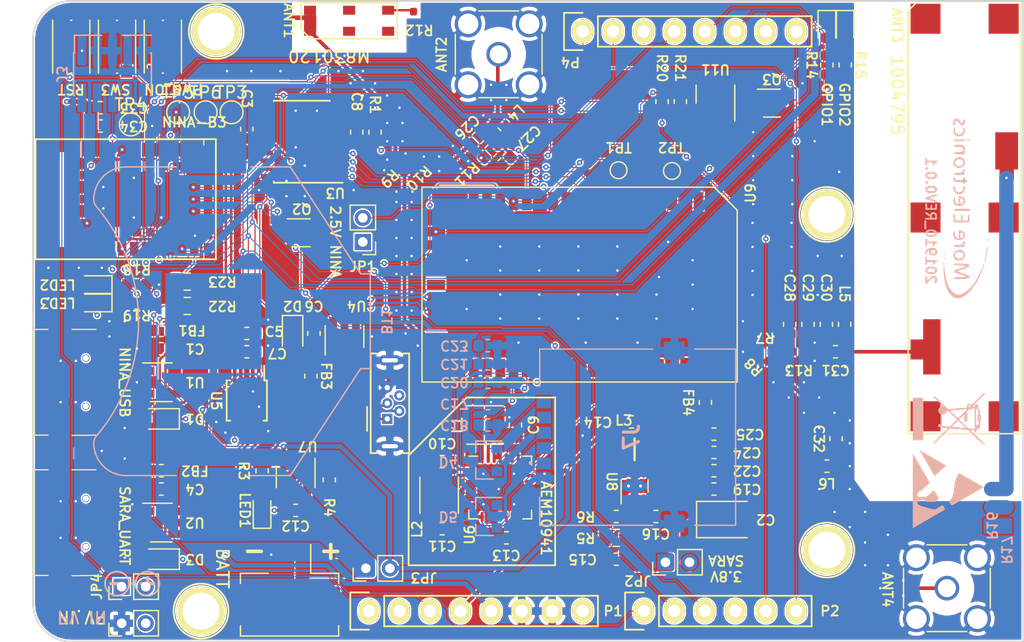
<source format=kicad_pcb>
(kicad_pcb (version 20171130) (host pcbnew "(5.1.4)-1")
  (title_block (date "lun. 30 mars 2015"))
  (layers (0 F.Cu signal) (1 In1.Cu power hide) (2 In2.Cu power hide) (31 B.Cu signal) (34 B.Paste user hide) (35 F.Paste user hide) (36 B.SilkS user hide) (37 F.SilkS user) (38 B.Mask user hide) (39 F.Mask user hide) (44 Edge.Cuts user))
  (net 0 "")
  (net 1 GND)
  (net 2 "Net-(L2-Pad2)")
  (net 3 "Net-(L1-Pad2)")
  (net 4 +1V8)
  (net 5 /MCU_D-)
  (net 6 /MCU_D+)
  (net 7 /NINA-B3/SWD)
  (net 8 /NINA-B3/SWC)
  (net 9 NINA_RST)
  (net 10 SCL)
  (net 11 SDA)
  (net 12 MCU_RX)
  (net 13 MCU_TX)
  (net 14 MCU_CTS)
  (net 15 MCU_RTS)
  (net 16 D7)
  (net 17 A3)
  (net 18 D12\MISO\SWO\LED_B)
  (net 19 /SARA_D-)
  (net 20 /SARA_D+)
  (net 21 +3V8)
  (net 22 A2\V_INT)
  (net 23 A1\SARA_ON)
  (net 24 A0\BATT)
  (net 25 D4\LED_R)
  (net 26 D6\SW)
  (net 27 /SARA-R5/PWR_ON)
  (net 28 /SARA-R5/SARA_RTS)
  (net 29 /SARA-R5/SARA_CTS)
  (net 30 /SARA-R5/SARA_TX)
  (net 31 /SARA-R5/SARA_RX)
  (net 32 /MCU_I_D+)
  (net 33 /SARA_I_D-)
  (net 34 /SARA_I_D+)
  (net 35 "/POWER MGT/VBUCK")
  (net 36 VBUS)
  (net 37 +5C)
  (net 38 +5F)
  (net 39 /MCU_I_D-)
  (net 40 "Net-(FB1-Pad2)")
  (net 41 "Net-(FB2-Pad2)")
  (net 42 /SARA-R5/SIM_IO)
  (net 43 /SARA-R5/SIM_CLK)
  (net 44 /SARA-R5/VSIM)
  (net 45 /SARA-R5/SIM_RST)
  (net 46 /SARA-R5/GNSS_INT)
  (net 47 /SARA-R5/GPIO2)
  (net 48 /SARA-R5/GPIO1)
  (net 49 "/POWER MGT/VBATT")
  (net 50 +3V8_SARA)
  (net 51 +BATT_SYS)
  (net 52 "Net-(ANT1-Pad3)")
  (net 53 "Net-(ANT2-Pad1)")
  (net 54 "Net-(ANT3-Pad1)")
  (net 55 "Net-(ANT3-Pad5)")
  (net 56 "Net-(ANT4-Pad1)")
  (net 57 /SARA-R5/ANT_INT)
  (net 58 /SARA-R5/ANT_EXT)
  (net 59 "Net-(R10-Pad1)")
  (net 60 /SARA-R5/GNSS_EXT)
  (net 61 /NINA-B3/LED_G)
  (net 62 +V_PV)
  (net 63 "Net-(FB3-Pad2)")
  (net 64 "Net-(R4-Pad1)")
  (net 65 +2V5)
  (net 66 +2V5_NINA)
  (net 67 +5P)
  (net 68 "Net-(FB4-Pad2)")
  (net 69 /UART_I_D+)
  (net 70 /UART_I_D-)
  (net 71 /UART_D-)
  (net 72 /UART_D+)
  (net 73 "Net-(LED1-Pad2)")
  (net 74 "Net-(LED1-Pad1)")
  (net 75 "/POWER MGT/V_SRC")
  (net 76 "Net-(GPIO1-Pad2)")
  (net 77 "Net-(GPIO1-Pad1)")
  (net 78 "Net-(GPIO2-Pad2)")
  (net 79 "Net-(GPIO2-Pad1)")
  (net 80 "/POWER MGT/LDO_EN")
  (net 81 "Net-(C5-Pad2)")
  (net 82 "Net-(C9-Pad1)")
  (net 83 "Net-(C10-Pad2)")
  (net 84 "Net-(C15-Pad1)")
  (net 85 "Net-(C27-Pad2)")
  (net 86 "Net-(C29-Pad1)")
  (net 87 "Net-(L3-Pad2)")
  (net 88 "Net-(LED2-Pad1)")
  (net 89 "Net-(LED3-Pad1)")
  (net 90 "Net-(R7-Pad1)")
  (net 91 "Net-(R16-Pad2)")
  (net 92 "Net-(TP1-Pad1)")
  (net 93 D13_SCK)
  (net 94 D11_MOSI)
  (net 95 D10_CS)
  (module SamacSys_Parts:INDC2520X120N (layer F.Cu) (at 161.036 110.363)
    (fp_text reference L3 (at -0.889 -2.413 unlocked) (layer F.SilkS) (effects (font (size 0.8128 0.8128) (thickness 0.1524))))
    (fp_text value DFE252012P-R47M=P2 hide)
    (pad 2 smd rect (at 1.1 0) (size 1.25 2.2) (layers F.Cu F.Paste F.Mask) (net 87 "Net-(L3-Pad2)"))
    (pad 1 smd rect (at -1.1 0) (size 1.25 2.2) (layers F.Cu F.Paste F.Mask) (net 51 +BATT_SYS))
  )
  (module SamacSys_Parts:SMO1512 (layer B.Cu) (at 161.29 109.347 90)
    (fp_text reference J7 (at 0 -0.5 90) (layer B.SilkS) (effects (font (size 1.27 1.27) (thickness 0.254)) (justify mirror)))
    (fp_text value SMO-1512 hide)
    (pad MP2 smd rect (at 7.2 3.05 90) (size 1.5 1.7) (layers B.Cu B.Paste B.Mask) (net 1 GND))
    (pad MP1 smd rect (at -7.2 3.05 90) (size 1.5 1.7) (layers B.Cu B.Paste B.Mask) (net 1 GND))
    (pad C7 smd rect (at 1.63 -7.8 90) (size 1 1.2) (layers B.Cu B.Paste B.Mask) (net 42 /SARA-R5/SIM_IO))
    (pad C6 smd rect (at -0.91 -7.8 90) (size 1 1.2) (layers B.Cu B.Paste B.Mask))
    (pad C5 smd rect (at -3.45 -7.8 90) (size 1 1.2) (layers B.Cu B.Paste B.Mask) (net 1 GND))
    (pad C3 smd rect (at 2.9 -7.8 90) (size 1 1.2) (layers B.Cu B.Paste B.Mask) (net 43 /SARA-R5/SIM_CLK))
    (pad C2 smd rect (at 0.36 -7.8 90) (size 1 1.2) (layers B.Cu B.Paste B.Mask) (net 45 /SARA-R5/SIM_RST))
    (pad C1 smd rect (at -2.18 -7.8 90) (size 1 1.2) (layers B.Cu B.Paste B.Mask) (net 44 /SARA-R5/VSIM))
  )
  (module TestPoint:TestPoint_Pad_D1.5mm (layer F.Cu) (at 125.349 82.296)
    (fp_text reference TP6 (at 0 -1.648) (layer F.SilkS))
    (fp_text value TestPoint)
    (pad 1 smd circle (at 0 0) (size 1.5 1.5) (layers F.Cu F.Mask) (net 95 D10_CS))
  )
  (module TestPoint:TestPoint_Pad_D1.5mm (layer F.Cu) (at 123.063 82.296)
    (fp_text reference TP5 (at 0 -1.648) (layer F.SilkS))
    (fp_text value TestPoint)
    (pad 1 smd circle (at 0 0) (size 1.5 1.5) (layers F.Cu F.Mask) (net 94 D11_MOSI))
  )
  (module TestPoint:TestPoint_Pad_D1.5mm (layer F.Cu) (at 119.126 83.312)
    (fp_text reference TP4 (at 0 -1.648) (layer F.SilkS))
    (fp_text value TestPoint)
    (pad 1 smd circle (at 0 0) (size 1.5 1.5) (layers F.Cu F.Mask) (net 18 D12\MISO\SWO\LED_B))
  )
  (module TestPoint:TestPoint_Pad_D1.5mm (layer F.Cu) (at 127.508 82.296)
    (fp_text reference TP3 (at 0 -1.648) (layer F.SilkS))
    (fp_text value TestPoint)
    (pad 1 smd circle (at 0 0) (size 1.5 1.5) (layers F.Cu F.Mask) (net 93 D13_SCK))
  )
  (module custom:4Layer_square (layer F.Cu) (at 132.1435 74.295 90)
    (fp_text reference J8 hide)
    (fp_text value Bridge)
    (fp_poly (pts (xy -1.016 1.397) (xy -0.127 1.397) (xy -0.127 2.413) (xy -1.016 2.413)) (layer F.Cu) (width 0))
    (pad 1 smd rect (at -1.016 1.905 90) (size 0.5 1) (layers F.Cu) (net 46 /SARA-R5/GNSS_INT))
    (pad 2 smd rect (at -0.127 1.905 90) (size 0.5 1) (layers F.Cu) (net 1 GND))
  )
  (module Capacitor_Tantalum_SMD:CP_EIA-3528-21_Kemet-B (layer F.Cu) (at 168.656 116.205)
    (fp_text reference C2 (at 3.302 0 180 unlocked) (layer F.SilkS) (effects (font (size 0.8128 0.8128) (thickness 0.1524))))
    (fp_text value 100u)
    (pad 2 smd roundrect (at 1.5375 0) (size 1.325 2.35) (layers F.Cu F.Paste F.Mask) (roundrect_rratio 0.188679) (net 1 GND))
    (pad 1 smd roundrect (at -1.5375 0) (size 1.325 2.35) (layers F.Cu F.Paste F.Mask) (roundrect_rratio 0.188679) (net 50 +3V8_SARA))
  )
  (module custom:USB_Micro-B_U-D-M5DD-W-1_VERTICAL (layer F.Cu) (at 140.462 107.823 90)
    (fp_text reference USB3 hide)
    (fp_text value USB_B_Micro_C145795)
    (pad 7 thru_hole oval (at 4.875 0.22 90) (size 0.85 1.85) (drill oval 0.35 1.35) (layers *.Cu *.Mask) (net 1 GND))
    (pad 6 thru_hole oval (at -2.275 0.22 90) (size 0.85 1.85) (drill oval 0.35 1.35) (layers *.Cu *.Mask) (net 1 GND))
    (pad 5 thru_hole circle (at 2.6 0 90) (size 0.84 0.84) (drill 0.44) (layers *.Cu *.Mask) (net 1 GND))
    (pad 4 thru_hole circle (at 1.95 1 90) (size 0.84 0.84) (drill 0.44) (layers *.Cu *.Mask))
    (pad 3 thru_hole circle (at 1.3 0 90) (size 0.84 0.84) (drill 0.44) (layers *.Cu *.Mask) (net 34 /SARA_I_D+))
    (pad 2 thru_hole circle (at 0.65 1 90) (size 0.84 0.84) (drill 0.44) (layers *.Cu *.Mask) (net 33 /SARA_I_D-))
    (pad 1 thru_hole rect (at 0 0 90) (size 0.84 0.84) (drill 0.44) (layers *.Cu *.Mask) (net 63 "Net-(FB3-Pad2)"))
  )
  (module SamacSys_Parts:C77238 (layer F.Cu) (at 114.046 116.459 270)
    (fp_text reference USB2 hide)
    (fp_text value USB_B_Micro_C77238 hide)
    (pad 9 smd rect (at 1.5 1.96) (size 1 1.1) (layers F.Cu F.Paste F.Mask) (net 1 GND))
    (pad 8 smd rect (at -1.5 1.96) (size 1 1.1) (layers F.Cu F.Paste F.Mask) (net 1 GND))
    (pad 10 smd rect (at 4.075 0.81 270) (size 1.35 1.5) (layers F.Cu F.Paste F.Mask) (net 1 GND))
    (pad 7 smd rect (at -4.075 0.81 270) (size 1.35 1.5) (layers F.Cu F.Paste F.Mask) (net 1 GND))
    (pad 6 smd rect (at 3.25 -1.89) (size 1.4 1.5) (layers F.Cu F.Paste F.Mask) (net 1 GND))
    (pad 6 smd rect (at -3.25 -1.89) (size 1.4 1.5) (layers F.Cu F.Paste F.Mask) (net 1 GND))
    (pad MH2 thru_hole circle (at 2 -1.34 270) (size 0.6 0.6) (drill 0.5) (layers *.Cu *.Mask))
    (pad MH1 thru_hole circle (at -2 -1.34 270) (size 0.6 0.6) (drill 0.5) (layers *.Cu *.Mask))
    (pad 5 smd rect (at 1.3 -2.06 270) (size 0.4 1.8) (layers F.Cu F.Paste F.Mask) (net 1 GND))
    (pad 4 smd rect (at 0.65 -2.06 270) (size 0.4 1.8) (layers F.Cu F.Paste F.Mask))
    (pad 3 smd rect (at 0 -2.06 270) (size 0.4 1.8) (layers F.Cu F.Paste F.Mask) (net 69 /UART_I_D+))
    (pad 2 smd rect (at -0.65 -2.06 270) (size 0.4 1.8) (layers F.Cu F.Paste F.Mask) (net 70 /UART_I_D-))
    (pad 1 smd rect (at -1.3 -2.06 270) (size 0.4 1.8) (layers F.Cu F.Paste F.Mask) (net 41 "Net-(FB2-Pad2)"))
  )
  (module SamacSys_Parts:C77238 (layer F.Cu) (at 114.046 104.775 270)
    (fp_text reference USB1 hide)
    (fp_text value USB_B_Micro hide)
    (pad 9 smd rect (at 1.5 1.96) (size 1 1.1) (layers F.Cu F.Paste F.Mask) (net 1 GND))
    (pad 8 smd rect (at -1.5 1.96) (size 1 1.1) (layers F.Cu F.Paste F.Mask) (net 1 GND))
    (pad 10 smd rect (at 4.075 0.81 270) (size 1.35 1.5) (layers F.Cu F.Paste F.Mask) (net 1 GND))
    (pad 7 smd rect (at -4.075 0.81 270) (size 1.35 1.5) (layers F.Cu F.Paste F.Mask) (net 1 GND))
    (pad 6 smd rect (at 3.25 -1.89) (size 1.4 1.5) (layers F.Cu F.Paste F.Mask) (net 1 GND))
    (pad 6 smd rect (at -3.25 -1.89) (size 1.4 1.5) (layers F.Cu F.Paste F.Mask) (net 1 GND))
    (pad MH2 thru_hole circle (at 2 -1.34 270) (size 0.6 0.6) (drill 0.5) (layers *.Cu *.Mask))
    (pad MH1 thru_hole circle (at -2 -1.34 270) (size 0.6 0.6) (drill 0.5) (layers *.Cu *.Mask))
    (pad 5 smd rect (at 1.3 -2.06 270) (size 0.4 1.8) (layers F.Cu F.Paste F.Mask) (net 1 GND))
    (pad 4 smd rect (at 0.65 -2.06 270) (size 0.4 1.8) (layers F.Cu F.Paste F.Mask))
    (pad 3 smd rect (at 0 -2.06 270) (size 0.4 1.8) (layers F.Cu F.Paste F.Mask) (net 32 /MCU_I_D+))
    (pad 2 smd rect (at -0.65 -2.06 270) (size 0.4 1.8) (layers F.Cu F.Paste F.Mask) (net 39 /MCU_I_D-))
    (pad 1 smd rect (at -1.3 -2.06 270) (size 0.4 1.8) (layers F.Cu F.Paste F.Mask) (net 40 "Net-(FB1-Pad2)"))
  )
  (module Connector_PinHeader_2.00mm:PinHeader_1x02_P2.00mm_Vertical (layer F.Cu) (at 118.364 121.793 90)
    (fp_text reference JP4 (at 0 -2.06 90 unlocked) (layer F.SilkS) (effects (font (size 0.8128 0.8128) (thickness 0.1524))))
    (fp_text value Jumper_NC_Small)
    (pad 1 thru_hole rect (at 0 0 90) (size 1.35 1.35) (drill 0.8) (layers *.Cu *.Mask) (net 75 "/POWER MGT/V_SRC"))
    (pad 2 thru_hole oval (at 0 2 90) (size 1.35 1.35) (drill 0.8) (layers *.Cu *.Mask) (net 62 +V_PV))
  )
  (module Connector_PinHeader_2.00mm:PinHeader_1x02_P2.00mm_Vertical (layer F.Cu) (at 138.684 120.269 90)
    (fp_text reference JP3 (at -0.762 4.826 180 unlocked) (layer F.SilkS) (effects (font (size 0.8128 0.8128) (thickness 0.1524))))
    (fp_text value Jumper_NC_Small)
    (pad 2 thru_hole oval (at 0 2 90) (size 1.35 1.35) (drill 0.8) (layers *.Cu *.Mask) (net 51 +BATT_SYS))
    (pad 1 thru_hole rect (at 0 0 90) (size 1.35 1.35) (drill 0.8) (layers *.Cu *.Mask) (net 49 "/POWER MGT/VBATT"))
  )
  (module Connector_PinHeader_2.00mm:PinHeader_1x02_P2.00mm_Vertical (layer F.Cu) (at 163.608 119.761 90)
    (fp_text reference JP2 (at -1.524 -2.318 180 unlocked) (layer F.SilkS) (effects (font (size 0.8128 0.8128) (thickness 0.1524))))
    (fp_text value Jumper_NC_Small)
    (pad 2 thru_hole oval (at 0 2 90) (size 1.35 1.35) (drill 0.8) (layers *.Cu *.Mask) (net 50 +3V8_SARA))
    (pad 1 thru_hole rect (at 0 0 90) (size 1.35 1.35) (drill 0.8) (layers *.Cu *.Mask) (net 21 +3V8))
  )
  (module Connector_PinHeader_2.00mm:PinHeader_1x02_P2.00mm_Vertical (layer F.Cu) (at 138.43 93.091 180)
    (fp_text reference JP1 (at 0 -2.06 unlocked) (layer F.SilkS) (effects (font (size 0.8128 0.8128) (thickness 0.1524))))
    (fp_text value Jumper_NC_Small)
    (pad 2 thru_hole oval (at 0 2 180) (size 1.35 1.35) (drill 0.8) (layers *.Cu *.Mask) (net 66 +2V5_NINA))
    (pad 1 thru_hole rect (at 0 0 180) (size 1.35 1.35) (drill 0.8) (layers *.Cu *.Mask) (net 65 +2V5))
  )
  (module Connector_JST:JST_PH_B2B-PH-SM4-TB_1x02-1MP_P2.00mm_Vertical (layer F.Cu) (at 132.334 121.539 180)
    (fp_text reference BT2 hide)
    (fp_text value "EXT BATT")
    (pad MP smd roundrect (at 3.4 -1.75 180) (size 1.6 3) (layers F.Cu F.Paste F.Mask) (roundrect_rratio 0.15625))
    (pad MP smd roundrect (at -3.4 -1.75 180) (size 1.6 3) (layers F.Cu F.Paste F.Mask) (roundrect_rratio 0.15625))
    (pad 2 smd roundrect (at 1 0.5 180) (size 1 5.5) (layers F.Cu F.Paste F.Mask) (net 1 GND))
    (pad 1 smd roundrect (at -1 0.5 180) (size 1 5.5) (layers F.Cu F.Paste F.Mask) (net 49 "/POWER MGT/VBATT"))
  )
  (module Package_DFN_QFN:DFN-6-1EP_3x3mm_P1mm_EP1.5x2.4mm (layer F.Cu) (at 167.767 81.534 90)
    (fp_text reference U11 (at 2.794 0 180 unlocked) (layer F.SilkS) (effects (font (size 0.8128 0.8128) (thickness 0.1524))))
    (fp_text value SHT20)
    (pad 6 smd roundrect (at 1.45 -1 90) (size 0.8 0.4) (layers F.Cu F.Paste F.Mask) (net 10 SCL))
    (pad 5 smd roundrect (at 1.45 0 90) (size 0.8 0.4) (layers F.Cu F.Paste F.Mask) (net 66 +2V5_NINA))
    (pad 4 smd roundrect (at 1.45 1 90) (size 0.8 0.4) (layers F.Cu F.Paste F.Mask))
    (pad 3 smd roundrect (at -1.45 1 90) (size 0.8 0.4) (layers F.Cu F.Paste F.Mask))
    (pad 2 smd roundrect (at -1.45 0 90) (size 0.8 0.4) (layers F.Cu F.Paste F.Mask) (net 1 GND))
    (pad 1 smd roundrect (at -1.45 -1 90) (size 0.8 0.4) (layers F.Cu F.Paste F.Mask) (net 11 SDA))
    (pad 7 smd roundrect (at 0 0 90) (size 1.5 2.4) (layers F.Cu F.Mask) (roundrect_rratio 0.166667))
  )
  (module Resistor_SMD:R_0805_2012Metric (layer F.Cu) (at 123.825 96.393)
    (fp_text reference R23 (at 2.921 0 180 unlocked) (layer F.SilkS) (effects (font (size 0.8128 0.8128) (thickness 0.1524))))
    (fp_text value 1M±0.1%)
    (pad 2 smd roundrect (at 0.9375 0) (size 0.975 1.4) (layers F.Cu F.Paste F.Mask) (net 1 GND))
    (pad 1 smd roundrect (at -0.9375 0) (size 0.975 1.4) (layers F.Cu F.Paste F.Mask) (net 24 A0\BATT))
  )
  (module Resistor_SMD:R_0805_2012Metric (layer F.Cu) (at 123.825 98.425 180)
    (fp_text reference R22 (at -2.921 0 180 unlocked) (layer F.SilkS) (effects (font (size 0.8128 0.8128) (thickness 0.1524))))
    (fp_text value 1M±0.1%)
    (pad 2 smd roundrect (at 0.9375 0 180) (size 0.975 1.4) (layers F.Cu F.Paste F.Mask) (net 24 A0\BATT))
    (pad 1 smd roundrect (at -0.9375 0 180) (size 0.975 1.4) (layers F.Cu F.Paste F.Mask) (net 51 +BATT_SYS))
  )
  (module Resistor_SMD:R_0805_2012Metric (layer F.Cu) (at 159.512 117.729)
    (fp_text reference R5 (at -2.54 0 180 unlocked) (layer F.SilkS) (effects (font (size 0.8128 0.8128) (thickness 0.1524))))
    (fp_text value 1M±0.1%)
    (pad 2 smd roundrect (at 0.9375 0) (size 0.975 1.4) (layers F.Cu F.Paste F.Mask) (net 21 +3V8))
    (pad 1 smd roundrect (at -0.9375 0) (size 0.975 1.4) (layers F.Cu F.Paste F.Mask) (net 84 "Net-(C15-Pad1)"))
  )
  (module custom:4Layer_15mil (layer F.Cu) (at 112.776 110.109 90)
    (fp_text reference J4 hide)
    (fp_text value Bridge)
    (fp_poly (pts (xy -1.016 1.7145) (xy -0.127 1.7145) (xy -0.127 2.0955) (xy -1.016 2.0955)) (layer F.Cu) (width 0))
    (pad 2 smd circle (at -0.127 1.905 90) (size 0.381 0.381) (layers F.Cu) (net 1 GND))
    (pad 1 smd circle (at -1.016 1.905 90) (size 0.381 0.381) (layers F.Cu) (net 1 GND))
  )
  (module custom:4Layer_15mil (layer F.Cu) (at 138.684 103.505 90)
    (fp_text reference J2 hide)
    (fp_text value Bridge)
    (fp_poly (pts (xy -1.016 1.7145) (xy -0.127 1.7145) (xy -0.127 2.0955) (xy -1.016 2.0955)) (layer F.Cu) (width 0))
    (pad 1 smd circle (at -1.016 1.905 90) (size 0.381 0.381) (layers F.Cu) (net 1 GND))
    (pad 2 smd circle (at -0.127 1.905 90) (size 0.381 0.381) (layers F.Cu) (net 1 GND))
  )
  (module Package_TO_SOT_SMD:SOT-23-6 (layer F.Cu) (at 136.906 100.965 90)
    (fp_text reference U4 (at 2.54 1.016 180 unlocked) (layer F.SilkS) (effects (font (size 0.8128 0.8128) (thickness 0.1524))))
    (fp_text value USBLC6-2SC6)
    (pad 5 smd rect (at 1.1 0 90) (size 1.06 0.65) (layers F.Cu F.Paste F.Mask) (net 38 +5F))
    (pad 6 smd rect (at 1.1 -0.95 90) (size 1.06 0.65) (layers F.Cu F.Paste F.Mask) (net 19 /SARA_D-))
    (pad 4 smd rect (at 1.1 0.95 90) (size 1.06 0.65) (layers F.Cu F.Paste F.Mask) (net 20 /SARA_D+))
    (pad 3 smd rect (at -1.1 0.95 90) (size 1.06 0.65) (layers F.Cu F.Paste F.Mask) (net 34 /SARA_I_D+))
    (pad 2 smd rect (at -1.1 0 90) (size 1.06 0.65) (layers F.Cu F.Paste F.Mask) (net 1 GND))
    (pad 1 smd rect (at -1.1 -0.95 90) (size 1.06 0.65) (layers F.Cu F.Paste F.Mask) (net 33 /SARA_I_D-))
  )
  (module Package_TO_SOT_SMD:SOT-23-6 (layer F.Cu) (at 121.666 116.459)
    (fp_text reference U2 (at 2.794 0 180 unlocked) (layer F.SilkS) (effects (font (size 0.8128 0.8128) (thickness 0.1524))))
    (fp_text value USBLC6-2SC6)
    (pad 5 smd rect (at 1.1 0) (size 1.06 0.65) (layers F.Cu F.Paste F.Mask) (net 67 +5P))
    (pad 6 smd rect (at 1.1 -0.95) (size 1.06 0.65) (layers F.Cu F.Paste F.Mask) (net 71 /UART_D-))
    (pad 4 smd rect (at 1.1 0.95) (size 1.06 0.65) (layers F.Cu F.Paste F.Mask) (net 72 /UART_D+))
    (pad 3 smd rect (at -1.1 0.95) (size 1.06 0.65) (layers F.Cu F.Paste F.Mask) (net 69 /UART_I_D+))
    (pad 2 smd rect (at -1.1 0) (size 1.06 0.65) (layers F.Cu F.Paste F.Mask) (net 1 GND))
    (pad 1 smd rect (at -1.1 -0.95) (size 1.06 0.65) (layers F.Cu F.Paste F.Mask) (net 70 /UART_I_D-))
  )
  (module Package_TO_SOT_SMD:SOT-23-6 (layer F.Cu) (at 121.666 104.775)
    (fp_text reference U1 (at 2.794 0 180 unlocked) (layer F.SilkS) (effects (font (size 0.8128 0.8128) (thickness 0.1524))))
    (fp_text value USBLC6-2SC6)
    (pad 5 smd rect (at 1.1 0) (size 1.06 0.65) (layers F.Cu F.Paste F.Mask) (net 37 +5C))
    (pad 6 smd rect (at 1.1 -0.95) (size 1.06 0.65) (layers F.Cu F.Paste F.Mask) (net 5 /MCU_D-))
    (pad 4 smd rect (at 1.1 0.95) (size 1.06 0.65) (layers F.Cu F.Paste F.Mask) (net 6 /MCU_D+))
    (pad 3 smd rect (at -1.1 0.95) (size 1.06 0.65) (layers F.Cu F.Paste F.Mask) (net 32 /MCU_I_D+))
    (pad 2 smd rect (at -1.1 0) (size 1.06 0.65) (layers F.Cu F.Paste F.Mask) (net 1 GND))
    (pad 1 smd rect (at -1.1 -0.95) (size 1.06 0.65) (layers F.Cu F.Paste F.Mask) (net 39 /MCU_I_D-))
  )
  (module Package_SON:WSON-8-1EP_2x2mm_P0.5mm_EP0.9x1.6mm_ThermalVias (layer F.Cu) (at 161.036 113.411 90)
    (fp_text reference U8 (at 0.38 -1.9 270 unlocked) (layer F.SilkS) (effects (font (size 0.8128 0.8128) (thickness 0.1524))))
    (fp_text value TPS61021A)
    (pad 9 smd rect (at 0 0 90) (size 0.9 1.6) (layers B.Cu) (net 1 GND))
    (pad 6 smd rect (at 0.95 0.25 90) (size 0.5 0.25) (layers F.Cu F.Paste F.Mask) (net 87 "Net-(L3-Pad2)"))
    (pad 5 smd rect (at 0.95 0.75 90) (size 0.5 0.25) (layers F.Cu F.Paste F.Mask) (net 80 "/POWER MGT/LDO_EN"))
    (pad 4 smd rect (at -0.95 0.75 90) (size 0.5 0.25) (layers F.Cu F.Paste F.Mask) (net 21 +3V8))
    (pad 2 smd rect (at -0.95 -0.25 90) (size 0.5 0.25) (layers F.Cu F.Paste F.Mask) (net 84 "Net-(C15-Pad1)"))
    (pad 1 smd rect (at -0.95 -0.75 90) (size 0.5 0.25) (layers F.Cu F.Paste F.Mask) (net 1 GND))
    (pad 9 smd rect (at 0 0 90) (size 0.9 1.6) (layers F.Cu F.Mask) (net 1 GND))
    (pad 9 thru_hole circle (at 0 0.5 90) (size 0.6 0.6) (drill 0.25) (layers *.Cu) (net 1 GND))
    (pad 9 thru_hole circle (at 0 -0.5 90) (size 0.6 0.6) (drill 0.25) (layers *.Cu) (net 1 GND))
    (pad 8 smd rect (at 0.95 -0.75 90) (size 0.5 0.25) (layers F.Cu F.Paste F.Mask) (net 51 +BATT_SYS))
    (pad 7 smd rect (at 0.95 -0.25 90) (size 0.5 0.25) (layers F.Cu F.Paste F.Mask) (net 87 "Net-(L3-Pad2)"))
    (pad 3 smd rect (at -0.95 0.25 90) (size 0.5 0.25) (layers F.Cu F.Paste F.Mask) (net 21 +3V8))
  )
  (module Resistor_SMD:R_0603_1608Metric (layer F.Cu) (at 159.512 115.951)
    (fp_text reference R6 (at -2.54 0 180 unlocked) (layer F.SilkS) (effects (font (size 0.8128 0.8128) (thickness 0.1524))))
    (fp_text value 267K)
    (pad 2 smd roundrect (at 0.7875 0) (size 0.875 0.95) (layers F.Cu F.Paste F.Mask) (net 84 "Net-(C15-Pad1)"))
    (pad 1 smd roundrect (at -0.7875 0) (size 0.875 0.95) (layers F.Cu F.Paste F.Mask) (net 1 GND))
  )
  (module Capacitor_SMD:C_0603_1608Metric (layer F.Cu) (at 162.814 115.951 180)
    (fp_text reference C16 (at 0 -1.43 180 unlocked) (layer F.SilkS) (effects (font (size 0.8128 0.8128) (thickness 0.1524))))
    (fp_text value 10u)
    (pad 2 smd roundrect (at 0.7875 0 180) (size 0.875 0.95) (layers F.Cu F.Paste F.Mask) (net 21 +3V8))
    (pad 1 smd roundrect (at -0.7875 0 180) (size 0.875 0.95) (layers F.Cu F.Paste F.Mask) (net 1 GND))
  )
  (module Capacitor_SMD:C_0603_1608Metric (layer F.Cu) (at 159.512 119.507)
    (fp_text reference C15 (at -2.794 0 180 unlocked) (layer F.SilkS) (effects (font (size 0.8128 0.8128) (thickness 0.1524))))
    (fp_text value 4.7p)
    (pad 2 smd roundrect (at 0.7875 0) (size 0.875 0.95) (layers F.Cu F.Paste F.Mask) (net 21 +3V8))
    (pad 1 smd roundrect (at -0.7875 0) (size 0.875 0.95) (layers F.Cu F.Paste F.Mask) (net 84 "Net-(C15-Pad1)"))
  )
  (module Capacitor_SMD:C_0603_1608Metric (layer F.Cu) (at 160.782 108.077 180)
    (fp_text reference C14 (at 2.794 0 180 unlocked) (layer F.SilkS) (effects (font (size 0.8128 0.8128) (thickness 0.1524))))
    (fp_text value 10u)
    (pad 2 smd roundrect (at 0.7875 0 180) (size 0.875 0.95) (layers F.Cu F.Paste F.Mask) (net 51 +BATT_SYS))
    (pad 1 smd roundrect (at -0.7875 0 180) (size 0.875 0.95) (layers F.Cu F.Paste F.Mask) (net 1 GND))
  )
  (module custom:Polarity_Center_Negative_6mm_SilkScreen (layer B.Cu) (at 117.983 121.539 180)
    (fp_text reference REF** hide)
    (fp_text value Polarity_Center_Negative_SilkScreen hide)
  )
  (module custom:Polarity_Center_Negative_6mm_SilkScreen (layer F.Cu) (at 117.983 121.539 180)
    (fp_text reference REF** hide)
    (fp_text value Polarity_Center_Negative_SilkScreen hide)
  )
  (module Package_DFN_QFN:QFN-28-1EP_5x5mm_P0.5mm_EP3.35x3.35mm (layer F.Cu) (at 149.86 113.538)
    (fp_text reference U6 (at -2.54 3.937 90 unlocked) (layer F.SilkS) (effects (font (size 0.8128 0.8128) (thickness 0.1524))))
    (fp_text value AEM10941 hide)
    (fp_text user AEM10941 (at 3.81 2.5654 270 unlocked) (layer F.SilkS) (effects (font (size 0.8128 0.8128) (thickness 0.1524))))
    (pad 28 smd roundrect (at -1.5 -2.45) (size 0.25 0.8) (layers F.Cu F.Paste F.Mask) (net 3 "Net-(L1-Pad2)"))
    (pad 27 smd roundrect (at -1 -2.45) (size 0.25 0.8) (layers F.Cu F.Paste F.Mask) (net 82 "Net-(C9-Pad1)"))
    (pad 26 smd roundrect (at -0.5 -2.45) (size 0.25 0.8) (layers F.Cu F.Paste F.Mask) (net 62 +V_PV))
    (pad 25 smd roundrect (at 0 -2.45) (size 0.25 0.8) (layers F.Cu F.Paste F.Mask) (net 62 +V_PV))
    (pad 24 smd roundrect (at 0.5 -2.45) (size 0.25 0.8) (layers F.Cu F.Paste F.Mask))
    (pad 23 smd roundrect (at 1 -2.45) (size 0.25 0.8) (layers F.Cu F.Paste F.Mask))
    (pad 22 smd roundrect (at 1.5 -2.45) (size 0.25 0.8) (layers F.Cu F.Paste F.Mask))
    (pad 21 smd roundrect (at 2.45 -1.5) (size 0.8 0.25) (layers F.Cu F.Paste F.Mask) (net 80 "/POWER MGT/LDO_EN"))
    (pad 20 smd roundrect (at 2.45 -1) (size 0.8 0.25) (layers F.Cu F.Paste F.Mask))
    (pad 19 smd roundrect (at 2.45 -0.5) (size 0.8 0.25) (layers F.Cu F.Paste F.Mask))
    (pad 18 smd roundrect (at 2.45 0) (size 0.8 0.25) (layers F.Cu F.Paste F.Mask) (net 1 GND))
    (pad 17 smd roundrect (at 2.45 0.5) (size 0.8 0.25) (layers F.Cu F.Paste F.Mask) (net 1 GND))
    (pad 16 smd roundrect (at 2.45 1) (size 0.8 0.25) (layers F.Cu F.Paste F.Mask) (net 51 +BATT_SYS))
    (pad 15 smd roundrect (at 2.45 1.5) (size 0.8 0.25) (layers F.Cu F.Paste F.Mask) (net 1 GND))
    (pad 14 smd roundrect (at 1.5 2.45) (size 0.25 0.8) (layers F.Cu F.Paste F.Mask) (net 65 +2V5))
    (pad 13 smd roundrect (at 1 2.45) (size 0.25 0.8) (layers F.Cu F.Paste F.Mask))
    (pad 12 smd roundrect (at 0.5 2.45) (size 0.25 0.8) (layers F.Cu F.Paste F.Mask) (net 35 "/POWER MGT/VBUCK"))
    (pad 11 smd roundrect (at 0 2.45) (size 0.25 0.8) (layers F.Cu F.Paste F.Mask))
    (pad 10 smd roundrect (at -0.5 2.45) (size 0.25 0.8) (layers F.Cu F.Paste F.Mask) (net 1 GND))
    (pad 9 smd roundrect (at -1 2.45) (size 0.25 0.8) (layers F.Cu F.Paste F.Mask) (net 1 GND))
    (pad 8 smd roundrect (at -1.5 2.45) (size 0.25 0.8) (layers F.Cu F.Paste F.Mask) (net 35 "/POWER MGT/VBUCK"))
    (pad 7 smd roundrect (at -2.45 1.5) (size 0.8 0.25) (layers F.Cu F.Paste F.Mask) (net 1 GND))
    (pad 6 smd roundrect (at -2.45 1) (size 0.8 0.25) (layers F.Cu F.Paste F.Mask) (net 35 "/POWER MGT/VBUCK"))
    (pad 5 smd roundrect (at -2.45 0.5) (size 0.8 0.25) (layers F.Cu F.Paste F.Mask) (net 35 "/POWER MGT/VBUCK"))
    (pad 4 smd roundrect (at -2.45 0) (size 0.8 0.25) (layers F.Cu F.Paste F.Mask) (net 35 "/POWER MGT/VBUCK"))
    (pad 3 smd roundrect (at -2.45 -0.5) (size 0.8 0.25) (layers F.Cu F.Paste F.Mask) (net 35 "/POWER MGT/VBUCK"))
    (pad 2 smd roundrect (at -2.45 -1) (size 0.8 0.25) (layers F.Cu F.Paste F.Mask) (net 2 "Net-(L2-Pad2)"))
    (pad 1 smd roundrect (at -2.45 -1.5) (size 0.8 0.25) (layers F.Cu F.Paste F.Mask) (net 83 "Net-(C10-Pad2)"))
    (pad 29 smd roundrect (at 0 0) (size 3.35 3.35) (layers F.Cu F.Mask) (roundrect_rratio 0.075) (net 1 GND))
  )
  (module Symbol:WEEE-Logo_4.2x6mm_SilkScreen (layer B.Cu) (at 187.209651 107.823 90)
    (fp_text reference REF** hide)
    (fp_text value WEEE-Logo_4.2x6mm_SilkScreen hide)
  )
  (module Connector_PinHeader_2.00mm:PinHeader_1x02_P2.00mm_Vertical (layer F.Cu) (at 118.364 124.841 90)
    (fp_text reference J1 hide)
    (fp_text value "SOLAR PV")
    (pad 2 thru_hole oval (at 0 2 90) (size 1.35 1.35) (drill 0.8) (layers *.Cu *.Mask) (net 75 "/POWER MGT/V_SRC"))
    (pad 1 thru_hole rect (at 0 0 90) (size 1.35 1.35) (drill 0.8) (layers *.Cu *.Mask) (net 1 GND))
  )
  (module custom:NINA-B3 (layer F.Cu) (at 120.904 89.535 180)
    (fp_text reference U10 hide)
    (fp_text value NINA-B3 (at -3.5 6.4 unlocked) (layer F.SilkS) (effects (font (size 0.8128 0.8128) (thickness 0.1524))))
    (pad 16 smd rect (at 5.49834 -4.12496 270) (size 1.15 0.7) (layers F.Cu F.Paste F.Mask))
    (pad 17 smd rect (at 4.49758 -4.12496 270) (size 1.15 0.7) (layers F.Cu F.Paste F.Mask))
    (pad 18 smd rect (at 3.49936 -4.12496 270) (size 1.15 0.7) (layers F.Cu F.Paste F.Mask) (net 17 A3))
    (pad 19 smd rect (at 2.4986 -4.12496 270) (size 1.15 0.7) (layers F.Cu F.Paste F.Mask) (net 9 NINA_RST))
    (pad 20 smd rect (at 1.49784 -4.12496 270) (size 1.15 0.7) (layers F.Cu F.Paste F.Mask) (net 15 MCU_RTS))
    (pad 21 smd rect (at 0.50216 -4.12496 270) (size 1.15 0.7) (layers F.Cu F.Paste F.Mask) (net 14 MCU_CTS))
    (pad 22 smd rect (at -0.4986 -4.12496 270) (size 1.15 0.7) (layers F.Cu F.Paste F.Mask) (net 13 MCU_TX))
    (pad 23 smd rect (at -1.49936 -4.12496 270) (size 1.15 0.7) (layers F.Cu F.Paste F.Mask) (net 12 MCU_RX))
    (pad 24 smd rect (at -2.49758 -4.12496 270) (size 1.15 0.7) (layers F.Cu F.Paste F.Mask) (net 23 A1\SARA_ON))
    (pad 25 smd rect (at -3.49834 -4.12496 270) (size 1.15 0.7) (layers F.Cu F.Paste F.Mask) (net 24 A0\BATT))
    (pad 10 smd rect (at 5.49834 4.12496 270) (size 1.15 0.7) (layers F.Cu F.Paste F.Mask) (net 66 +2V5_NINA))
    (pad 9 smd rect (at 4.49758 4.12496 270) (size 1.15 0.7) (layers F.Cu F.Paste F.Mask) (net 66 +2V5_NINA))
    (pad 8 smd rect (at 3.49936 4.12496 270) (size 1.15 0.7) (layers F.Cu F.Paste F.Mask) (net 18 D12\MISO\SWO\LED_B))
    (pad 7 smd rect (at 2.4986 4.12496 270) (size 1.15 0.7) (layers F.Cu F.Paste F.Mask) (net 61 /NINA-B3/LED_G))
    (pad 6 smd rect (at 1.49784 4.12496 270) (size 1.15 0.7) (layers F.Cu F.Paste F.Mask) (net 1 GND))
    (pad 5 smd rect (at 0.50216 4.12496 270) (size 1.15 0.7) (layers F.Cu F.Paste F.Mask) (net 10 SCL))
    (pad 4 smd rect (at -0.4986 4.12496 270) (size 1.15 0.7) (layers F.Cu F.Paste F.Mask) (net 11 SDA))
    (pad 3 smd rect (at -1.49936 4.12496 270) (size 1.15 0.7) (layers F.Cu F.Paste F.Mask) (net 94 D11_MOSI))
    (pad 2 smd rect (at -2.49758 4.12496 270) (size 1.15 0.7) (layers F.Cu F.Paste F.Mask) (net 95 D10_CS))
    (pad 1 smd rect (at -3.49834 4.12496 270) (size 1.15 0.7) (layers F.Cu F.Paste F.Mask) (net 25 D4\LED_R))
    (pad 26 smd rect (at -3.42468 -1.99898) (size 1.15 0.7) (layers F.Cu F.Paste F.Mask) (net 1 GND))
    (pad 27 smd rect (at -3.42468 -0.99822) (size 1.15 0.7) (layers F.Cu F.Paste F.Mask) (net 22 A2\V_INT))
    (pad 28 smd rect (at -3.42468 0) (size 1.15 0.7) (layers F.Cu F.Paste F.Mask) (net 26 D6\SW))
    (pad 29 smd rect (at -3.42468 0.99822) (size 1.15 0.7) (layers F.Cu F.Paste F.Mask) (net 16 D7))
    (pad 30 smd rect (at -3.42468 1.99898) (size 1.15 0.7) (layers F.Cu F.Paste F.Mask) (net 1 GND))
    (pad 62 smd rect (at 1.57404 0.57404 180) (size 0.7 0.7) (layers F.Cu F.Paste F.Mask) (net 1 GND))
    (pad 59 smd rect (at 0.42596 0.57404 180) (size 0.7 0.7) (layers F.Cu F.Paste F.Mask) (net 1 GND))
    (pad 56 smd rect (at -0.72466 0.57404 180) (size 0.7 0.7) (layers F.Cu F.Paste F.Mask) (net 1 GND))
    (pad 65 smd rect (at 2.72466 0.57404 180) (size 0.7 0.7) (layers F.Cu F.Paste F.Mask) (net 1 GND))
    (pad 66 smd rect (at 2.72466 -0.57404 180) (size 0.7 0.7) (layers F.Cu F.Paste F.Mask) (net 1 GND))
    (pad 63 smd rect (at 1.57404 -0.57404 180) (size 0.7 0.7) (layers F.Cu F.Paste F.Mask) (net 1 GND))
    (pad 60 smd rect (at 0.42596 -0.57404 180) (size 0.7 0.7) (layers F.Cu F.Paste F.Mask) (net 1 GND))
    (pad 57 smd rect (at -0.72466 -0.57404 180) (size 0.7 0.7) (layers F.Cu F.Paste F.Mask) (net 1 GND))
    (pad 61 smd rect (at 0.42596 -1.72466 180) (size 0.7 0.7) (layers F.Cu F.Paste F.Mask) (net 1 GND))
    (pad 58 smd rect (at 0.42596 1.72466 180) (size 0.7 0.7) (layers F.Cu F.Paste F.Mask) (net 1 GND))
    (pad 67 smd rect (at 2.72466 -1.72466 180) (size 0.7 0.7) (layers F.Cu F.Paste F.Mask) (net 1 GND))
    (pad 64 smd rect (at 2.72466 1.72466 180) (size 0.7 0.7) (layers F.Cu F.Paste F.Mask) (net 1 GND))
    (pad 15 smd rect (at 5.42468 -1.99898) (size 1.15 0.7) (layers F.Cu F.Paste F.Mask) (net 7 /NINA-B3/SWD))
    (pad 14 smd rect (at 5.42468 -0.99822) (size 1.15 0.7) (layers F.Cu F.Paste F.Mask) (net 1 GND))
    (pad 13 smd rect (at 5.42468 0) (size 1.15 0.7) (layers F.Cu F.Paste F.Mask))
    (pad 12 smd rect (at 5.42468 0.99822) (size 1.15 0.7) (layers F.Cu F.Paste F.Mask) (net 1 GND))
    (pad 11 smd rect (at 5.42468 1.99898) (size 1.15 0.7) (layers F.Cu F.Paste F.Mask) (net 8 /NINA-B3/SWC))
    (pad 42 smd rect (at -2.04834 -2.74996 180) (size 0.7 0.7) (layers F.Cu F.Paste F.Mask))
    (pad 39 smd rect (at 1.25166 -2.74996 180) (size 0.7 0.7) (layers F.Cu F.Paste F.Mask))
    (pad 38 smd rect (at 2.35166 -2.74996 180) (size 0.7 0.7) (layers F.Cu F.Paste F.Mask))
    (pad 40 smd rect (at 0.15166 -2.74996 180) (size 0.7 0.7) (layers F.Cu F.Paste F.Mask))
    (pad 41 smd rect (at -0.94834 -2.74996 180) (size 0.7 0.7) (layers F.Cu F.Paste F.Mask))
    (pad 37 smd rect (at 3.45166 -2.74996 180) (size 0.7 0.7) (layers F.Cu F.Paste F.Mask))
    (pad 45 smd rect (at -2.04834 0.55004 180) (size 0.7 0.7) (layers F.Cu F.Paste F.Mask) (net 93 D13_SCK))
    (pad 44 smd rect (at -2.04834 -0.54996 180) (size 0.7 0.7) (layers F.Cu F.Paste F.Mask))
    (pad 46 smd rect (at -2.04834 1.65004 180) (size 0.7 0.7) (layers F.Cu F.Paste F.Mask))
    (pad 53 smd rect (at -4.64834 2 180) (size 0.7 0.7) (layers F.Cu F.Paste F.Mask) (net 1 GND))
    (pad 31 smd rect (at -2.04834 2.75004 180) (size 0.7 0.7) (layers F.Cu F.Paste F.Mask) (net 37 +5C))
    (pad 43 smd rect (at -2.04834 -1.64996 180) (size 0.7 0.7) (layers F.Cu F.Paste F.Mask))
    (pad 32 smd rect (at -0.94834 2.75004 180) (size 0.7 0.7) (layers F.Cu F.Paste F.Mask))
    (pad 33 smd rect (at 0.15166 2.75004 180) (size 0.7 0.7) (layers F.Cu F.Paste F.Mask))
    (pad 34 smd rect (at 1.25166 2.75004 180) (size 0.7 0.7) (layers F.Cu F.Paste F.Mask))
    (pad 35 smd rect (at 2.35166 2.75004 180) (size 0.7 0.7) (layers F.Cu F.Paste F.Mask))
    (pad 36 smd rect (at 3.45166 2.75004 180) (size 0.7 0.7) (layers F.Cu F.Paste F.Mask))
    (pad 51 smd rect (at -4.64834 0 180) (size 0.7 0.7) (layers F.Cu F.Paste F.Mask))
    (pad 52 smd rect (at -4.64834 1 180) (size 0.7 0.7) (layers F.Cu F.Paste F.Mask))
    (pad 50 smd rect (at -4.64834 -1 180) (size 0.7 0.7) (layers F.Cu F.Paste F.Mask))
    (pad 49 smd rect (at -4.64834 -2 180) (size 0.7 0.7) (layers F.Cu F.Paste F.Mask))
    (pad 47 smd rect (at -4.64834 -4 180) (size 0.7 0.7) (layers F.Cu F.Paste F.Mask))
    (pad 48 smd rect (at -4.64834 -3 180) (size 0.7 0.7) (layers F.Cu F.Paste F.Mask))
    (pad 54 smd rect (at -4.64834 3 180) (size 0.7 0.7) (layers F.Cu F.Paste F.Mask) (net 6 /MCU_D+))
    (pad 55 smd rect (at -4.64834 4 180) (size 0.7 0.7) (layers F.Cu F.Paste F.Mask) (net 5 /MCU_D-))
    (pad 68 smd rect (at 6.50166 -4.34996 180) (size 0.7 0.7) (layers F.Cu F.Paste F.Mask) (net 1 GND))
    (pad 69 smd rect (at 9.05166 -4.34996 180) (size 0.7 0.7) (layers F.Cu F.Paste F.Mask) (net 1 GND))
    (pad 70 smd rect (at 6.50166 4.34996 180) (size 0.7 0.7) (layers F.Cu F.Paste F.Mask) (net 1 GND))
    (pad 71 smd rect (at 9.05166 4.34996 180) (size 0.7 0.7) (layers F.Cu F.Paste F.Mask) (net 1 GND))
  )
  (module custom:SWD_JTAG (layer B.Cu) (at 117.602 79.121 270)
    (fp_text reference J3 (at 0 4.235 270 unlocked) (layer B.SilkS) (effects (font (size 0.8128 0.8128) (thickness 0.1524)) (justify mirror)))
    (fp_text value FTSH-105-01)
    (pad 10 smd rect (at 1.95 -2.54 270) (size 2.4 0.74) (layers B.Cu B.Paste B.Mask) (net 9 NINA_RST))
    (pad 9 smd rect (at -1.95 -2.54 270) (size 2.4 0.74) (layers B.Cu B.Paste B.Mask) (net 1 GND))
    (pad 8 smd rect (at 1.95 -1.27 270) (size 2.4 0.74) (layers B.Cu B.Paste B.Mask))
    (pad 7 smd rect (at -1.95 -1.27 270) (size 2.4 0.74) (layers B.Cu B.Paste B.Mask))
    (pad 6 smd rect (at 1.95 0 270) (size 2.4 0.74) (layers B.Cu B.Paste B.Mask) (net 18 D12\MISO\SWO\LED_B))
    (pad 5 smd rect (at -1.95 0 270) (size 2.4 0.74) (layers B.Cu B.Paste B.Mask) (net 1 GND))
    (pad 4 smd rect (at 1.95 1.27 270) (size 2.4 0.74) (layers B.Cu B.Paste B.Mask) (net 8 /NINA-B3/SWC))
    (pad 3 smd rect (at -1.95 1.27 270) (size 2.4 0.74) (layers B.Cu B.Paste B.Mask) (net 1 GND))
    (pad 2 smd rect (at 1.95 2.54 270) (size 2.4 0.74) (layers B.Cu B.Paste B.Mask) (net 7 /NINA-B3/SWD))
    (pad 1 smd rect (at -1.95 2.54 270) (size 2.4 0.74) (layers B.Cu B.Paste B.Mask) (net 65 +2V5))
  )
  (module TestPoint:TestPoint_Pad_D1.0mm (layer F.Cu) (at 164.1475 87.1855)
    (fp_text reference TP2 (at -0.0635 -1.9685 180 unlocked) (layer F.SilkS) (effects (font (size 0.8128 0.8128) (thickness 0.1524))))
    (fp_text value TestPoint)
    (pad 1 smd circle (at 0 0) (size 1 1) (layers F.Cu F.Mask) (net 4 +1V8))
  )
  (module TestPoint:TestPoint_Pad_D1.0mm (layer F.Cu) (at 159.7025 87.122 180)
    (fp_text reference TP1 (at 0 1.905 180 unlocked) (layer F.SilkS) (effects (font (size 0.8128 0.8128) (thickness 0.1524))))
    (fp_text value TestPoint)
    (pad 1 smd circle (at 0 0 180) (size 1 1) (layers F.Cu F.Mask) (net 92 "Net-(TP1-Pad1)"))
  )
  (module Package_SO:MSOP-10_3x3mm_P0.5mm (layer F.Cu) (at 128.778 106.299 270)
    (fp_text reference U5 (at 0 2.54 270 unlocked) (layer F.SilkS) (effects (font (size 0.8128 0.8128) (thickness 0.1524))))
    (fp_text value HT42B534-MSOP)
    (pad 10 smd rect (at 2.2 -1 270) (size 1.4 0.3) (layers F.Cu F.Paste F.Mask) (net 72 /UART_D+))
    (pad 9 smd rect (at 2.2 -0.5 270) (size 1.4 0.3) (layers F.Cu F.Paste F.Mask) (net 71 /UART_D-))
    (pad 8 smd rect (at 2.2 0 270) (size 1.4 0.3) (layers F.Cu F.Paste F.Mask) (net 15 MCU_RTS))
    (pad 7 smd rect (at 2.2 0.5 270) (size 1.4 0.3) (layers F.Cu F.Paste F.Mask) (net 12 MCU_RX))
    (pad 6 smd rect (at 2.2 1 270) (size 1.4 0.3) (layers F.Cu F.Paste F.Mask) (net 65 +2V5))
    (pad 5 smd rect (at -2.2 1 270) (size 1.4 0.3) (layers F.Cu F.Paste F.Mask) (net 13 MCU_TX))
    (pad 4 smd rect (at -2.2 0.5 270) (size 1.4 0.3) (layers F.Cu F.Paste F.Mask) (net 14 MCU_CTS))
    (pad 3 smd rect (at -2.2 0 270) (size 1.4 0.3) (layers F.Cu F.Paste F.Mask) (net 1 GND))
    (pad 2 smd rect (at -2.2 -0.5 270) (size 1.4 0.3) (layers F.Cu F.Paste F.Mask) (net 81 "Net-(C5-Pad2)"))
    (pad 1 smd rect (at -2.2 -1 270) (size 1.4 0.3) (layers F.Cu F.Paste F.Mask) (net 67 +5P))
  )
  (module Resistor_SMD:R_0603_1608Metric (layer F.Cu) (at 178.562 78.359 90)
    (fp_text reference R15 (at 0 1.27 270 unlocked) (layer F.SilkS) (effects (font (size 0.8128 0.8128) (thickness 0.1524))))
    (fp_text value 1K)
    (pad 2 smd roundrect (at 0.7875 0 90) (size 0.875 0.95) (layers F.Cu F.Paste F.Mask) (net 78 "Net-(GPIO2-Pad2)"))
    (pad 1 smd roundrect (at -0.7875 0 90) (size 0.875 0.95) (layers F.Cu F.Paste F.Mask) (net 21 +3V8))
  )
  (module Resistor_SMD:R_0603_1608Metric (layer F.Cu) (at 177.038 78.359 90)
    (fp_text reference R14 (at 0 -1.27 270 unlocked) (layer F.SilkS) (effects (font (size 0.8128 0.8128) (thickness 0.1524))))
    (fp_text value 1K)
    (pad 2 smd roundrect (at 0.7875 0 90) (size 0.875 0.95) (layers F.Cu F.Paste F.Mask) (net 76 "Net-(GPIO1-Pad2)"))
    (pad 1 smd roundrect (at -0.7875 0 90) (size 0.875 0.95) (layers F.Cu F.Paste F.Mask) (net 21 +3V8))
  )
  (module Resistor_SMD:R_0402_1005Metric (layer F.Cu) (at 174.704 102.235)
    (fp_text reference R13 (at 0 1.524 180 unlocked) (layer F.SilkS) (effects (font (size 0.8128 0.8128) (thickness 0.1524))))
    (fp_text value 0R)
    (pad 2 smd roundrect (at 0.485 0) (size 0.59 0.64) (layers F.Cu F.Paste F.Mask) (net 86 "Net-(C29-Pad1)"))
    (pad 1 smd roundrect (at -0.485 0) (size 0.59 0.64) (layers F.Cu F.Paste F.Mask) (net 57 /SARA-R5/ANT_INT))
  )
  (module Resistor_SMD:R_0603_1608Metric (layer F.Cu) (at 149.076768 85.509543 225)
    (fp_text reference R11 (at 2.794 0 225 unlocked) (layer F.SilkS) (effects (font (size 0.8128 0.8128) (thickness 0.1524))))
    (fp_text value 10)
    (pad 2 smd roundrect (at 0.7875 0 225) (size 0.875 0.95) (layers F.Cu F.Paste F.Mask) (net 21 +3V8))
    (pad 1 smd roundrect (at -0.7875 0 225) (size 0.875 0.95) (layers F.Cu F.Paste F.Mask) (net 85 "Net-(C27-Pad2)"))
  )
  (module Resistor_SMD:R_0603_1608Metric (layer F.Cu) (at 135.636 112.903 90)
    (fp_text reference R4 (at -2.286 0 270 unlocked) (layer F.SilkS) (effects (font (size 0.8128 0.8128) (thickness 0.1524))))
    (fp_text value 10K)
    (pad 2 smd roundrect (at 0.7875 0 90) (size 0.875 0.95) (layers F.Cu F.Paste F.Mask) (net 1 GND))
    (pad 1 smd roundrect (at -0.7875 0 90) (size 0.875 0.95) (layers F.Cu F.Paste F.Mask) (net 64 "Net-(R4-Pad1)"))
  )
  (module Resistor_SMD:R_0603_1608Metric (layer F.Cu) (at 130.048 112.141 270)
    (fp_text reference R3 (at 0 1.524 270 unlocked) (layer F.SilkS) (effects (font (size 0.8128 0.8128) (thickness 0.1524))))
    (fp_text value 10K)
    (pad 2 smd roundrect (at 0.7875 0 270) (size 0.875 0.95) (layers F.Cu F.Paste F.Mask) (net 73 "Net-(LED1-Pad2)"))
    (pad 1 smd roundrect (at -0.7875 0 270) (size 0.875 0.95) (layers F.Cu F.Paste F.Mask) (net 36 VBUS))
  )
  (module Resistor_SMD:R_0603_1608Metric (layer F.Cu) (at 139.446 83.947 270)
    (fp_text reference R1 (at -2.286 0 270 unlocked) (layer F.SilkS) (effects (font (size 0.8128 0.8128) (thickness 0.1524))))
    (fp_text value 10K)
    (pad 2 smd roundrect (at 0.7875 0 270) (size 0.875 0.95) (layers F.Cu F.Paste F.Mask) (net 4 +1V8))
    (pad 1 smd roundrect (at -0.7875 0 270) (size 0.875 0.95) (layers F.Cu F.Paste F.Mask) (net 1 GND))
  )
  (module Inductor_SMD:L_0603_1608Metric (layer F.Cu) (at 121.666 112.141 180)
    (fp_text reference FB2 (at -2.794 0 180 unlocked) (layer F.SilkS) (effects (font (size 0.8128 0.8128) (thickness 0.1524))))
    (fp_text value BLM18EG221SN1D)
    (pad 2 smd roundrect (at 0.7875 0 180) (size 0.875 0.95) (layers F.Cu F.Paste F.Mask) (net 41 "Net-(FB2-Pad2)"))
    (pad 1 smd roundrect (at -0.7875 0 180) (size 0.875 0.95) (layers F.Cu F.Paste F.Mask) (net 67 +5P))
  )
  (module Diode_SMD:D_SOD-323F (layer F.Cu) (at 121.666 119.507 180)
    (fp_text reference D3 (at -2.794 0 180 unlocked) (layer F.SilkS) (effects (font (size 0.8128 0.8128) (thickness 0.1524))))
    (fp_text value PMEG4010CEJ)
    (pad 2 smd rect (at 1.1 0 180) (size 0.5 0.5) (layers F.Cu F.Paste F.Mask) (net 67 +5P))
    (pad 1 smd rect (at -1.1 0 180) (size 0.5 0.5) (layers F.Cu F.Paste F.Mask) (net 36 VBUS))
  )
  (module LED_SMD:LED_0603_1608Metric (layer F.Cu) (at 116.078 98.171 180)
    (fp_text reference LED3 (at 3.048 0 180 unlocked) (layer F.SilkS) (effects (font (size 0.8128 0.8128) (thickness 0.1524))))
    (fp_text value LTST-C191KGKT)
    (pad 2 smd roundrect (at 0.7875 0 180) (size 0.875 0.95) (layers F.Cu F.Paste F.Mask) (net 66 +2V5_NINA))
    (pad 1 smd roundrect (at -0.7875 0 180) (size 0.875 0.95) (layers F.Cu F.Paste F.Mask) (net 89 "Net-(LED3-Pad1)"))
  )
  (module LED_SMD:LED_0603_1608Metric (layer F.Cu) (at 116.078 96.647 180)
    (fp_text reference LED2 (at 3.048 0 180 unlocked) (layer F.SilkS) (effects (font (size 0.8128 0.8128) (thickness 0.1524))))
    (fp_text value 19-217/R6C-AL1M2VY/3T)
    (pad 2 smd roundrect (at 0.7875 0 180) (size 0.875 0.95) (layers F.Cu F.Paste F.Mask) (net 66 +2V5_NINA))
    (pad 1 smd roundrect (at -0.7875 0 180) (size 0.875 0.95) (layers F.Cu F.Paste F.Mask) (net 88 "Net-(LED2-Pad1)"))
  )
  (module LED_SMD:LED_0603_1608Metric (layer F.Cu) (at 178.562 75.311 270)
    (fp_text reference GPIO2 (at 6.35 0.0635 270 unlocked) (layer F.SilkS) (effects (font (size 0.8128 0.8128) (thickness 0.1524))))
    (fp_text value LTST-C191KGKT)
    (pad 2 smd roundrect (at 0.7875 0 270) (size 0.875 0.95) (layers F.Cu F.Paste F.Mask) (net 78 "Net-(GPIO2-Pad2)"))
    (pad 1 smd roundrect (at -0.7875 0 270) (size 0.875 0.95) (layers F.Cu F.Paste F.Mask) (net 79 "Net-(GPIO2-Pad1)"))
  )
  (module LED_SMD:LED_0603_1608Metric (layer F.Cu) (at 177.038 75.311 270)
    (fp_text reference GPIO1 (at 6.35 0 270 unlocked) (layer F.SilkS) (effects (font (size 0.8128 0.8128) (thickness 0.1524))))
    (fp_text value LTST-C191KGKT)
    (pad 2 smd roundrect (at 0.7875 0 270) (size 0.875 0.95) (layers F.Cu F.Paste F.Mask) (net 76 "Net-(GPIO1-Pad2)"))
    (pad 1 smd roundrect (at -0.7875 0 270) (size 0.875 0.95) (layers F.Cu F.Paste F.Mask) (net 77 "Net-(GPIO1-Pad1)"))
  )
  (module LED_SMD:LED_0603_1608Metric (layer F.Cu) (at 130.048 115.443 90)
    (fp_text reference LED1 (at 0 -1.43 270 unlocked) (layer F.SilkS) (effects (font (size 0.8128 0.8128) (thickness 0.1524))))
    (fp_text value 19-217/R6C-AL1M2VY/3T)
    (pad 2 smd roundrect (at 0.7875 0 90) (size 0.875 0.95) (layers F.Cu F.Paste F.Mask) (net 73 "Net-(LED1-Pad2)"))
    (pad 1 smd roundrect (at -0.7875 0 90) (size 0.875 0.95) (layers F.Cu F.Paste F.Mask) (net 74 "Net-(LED1-Pad1)"))
  )
  (module Diode_SMD:D_SOD-323F (layer F.Cu) (at 132.588 100.711 270)
    (fp_text reference D2 (at -2.286 0 180 unlocked) (layer F.SilkS) (effects (font (size 0.8128 0.8128) (thickness 0.1524))))
    (fp_text value PMEG4010CEJ)
    (pad 2 smd rect (at 1.1 0 270) (size 0.5 0.5) (layers F.Cu F.Paste F.Mask) (net 38 +5F))
    (pad 1 smd rect (at -1.1 0 270) (size 0.5 0.5) (layers F.Cu F.Paste F.Mask) (net 36 VBUS))
  )
  (module Diode_SMD:D_SOD-323F (layer F.Cu) (at 121.666 107.823 180)
    (fp_text reference D1 (at -2.794 0 180 unlocked) (layer F.SilkS) (effects (font (size 0.8128 0.8128) (thickness 0.1524))))
    (fp_text value PMEG4010CEJ)
    (pad 2 smd rect (at 1.1 0 180) (size 0.5 0.5) (layers F.Cu F.Paste F.Mask) (net 37 +5C))
    (pad 1 smd rect (at -1.1 0 180) (size 0.5 0.5) (layers F.Cu F.Paste F.Mask) (net 36 VBUS))
  )
  (module Capacitor_SMD:C_0603_1608Metric (layer F.Cu) (at 128.778 102.235)
    (fp_text reference C7 (at 2.54 0.127 180 unlocked) (layer F.SilkS) (effects (font (size 0.8128 0.8128) (thickness 0.1524))))
    (fp_text value 100n)
    (pad 2 smd roundrect (at 0.7875 0) (size 0.875 0.95) (layers F.Cu F.Paste F.Mask) (net 67 +5P))
    (pad 1 smd roundrect (at -0.7875 0) (size 0.875 0.95) (layers F.Cu F.Paste F.Mask) (net 1 GND))
  )
  (module Capacitor_SMD:C_0603_1608Metric (layer F.Cu) (at 128.778 100.711)
    (fp_text reference C5 (at 2.286 -0.127 unlocked) (layer F.SilkS) (effects (font (size 0.8128 0.8128) (thickness 0.1524))))
    (fp_text value 1u)
    (pad 2 smd roundrect (at 0.7875 0) (size 0.875 0.95) (layers F.Cu F.Paste F.Mask) (net 81 "Net-(C5-Pad2)"))
    (pad 1 smd roundrect (at -0.7875 0) (size 0.875 0.95) (layers F.Cu F.Paste F.Mask) (net 1 GND))
  )
  (module Capacitor_SMD:C_0603_1608Metric (layer F.Cu) (at 121.666 113.665 180)
    (fp_text reference C4 (at -2.794 0 180 unlocked) (layer F.SilkS) (effects (font (size 0.8128 0.8128) (thickness 0.1524))))
    (fp_text value 100n)
    (pad 2 smd roundrect (at 0.7875 0 180) (size 0.875 0.95) (layers F.Cu F.Paste F.Mask) (net 1 GND))
    (pad 1 smd roundrect (at -0.7875 0 180) (size 0.875 0.95) (layers F.Cu F.Paste F.Mask) (net 67 +5P))
  )
  (module Capacitor_SMD:C_0603_1608Metric (layer F.Cu) (at 167.64 109.093)
    (fp_text reference C25 (at 3.0092 0 -180 unlocked) (layer F.SilkS) (effects (font (size 0.8128 0.8128) (thickness 0.1524))))
    (fp_text value 68p)
    (pad 2 smd roundrect (at 0.7875 0) (size 0.875 0.95) (layers F.Cu F.Paste F.Mask) (net 1 GND))
    (pad 1 smd roundrect (at -0.7875 0) (size 0.875 0.95) (layers F.Cu F.Paste F.Mask) (net 50 +3V8_SARA))
  )
  (module Capacitor_SMD:C_0603_1608Metric (layer F.Cu) (at 167.64 110.617)
    (fp_text reference C24 (at 2.7552 0 -180 unlocked) (layer F.SilkS) (effects (font (size 0.8128 0.8128) (thickness 0.1524))))
    (fp_text value 15p)
    (pad 2 smd roundrect (at 0.7875 0) (size 0.875 0.95) (layers F.Cu F.Paste F.Mask) (net 1 GND))
    (pad 1 smd roundrect (at -0.7875 0) (size 0.875 0.95) (layers F.Cu F.Paste F.Mask) (net 50 +3V8_SARA))
  )
  (module Capacitor_SMD:C_0603_1608Metric (layer F.Cu) (at 167.64 112.141)
    (fp_text reference C22 (at 2.7552 0 -180 unlocked) (layer F.SilkS) (effects (font (size 0.8128 0.8128) (thickness 0.1524))))
    (fp_text value 10n)
    (pad 2 smd roundrect (at 0.7875 0) (size 0.875 0.95) (layers F.Cu F.Paste F.Mask) (net 1 GND))
    (pad 1 smd roundrect (at -0.7875 0) (size 0.875 0.95) (layers F.Cu F.Paste F.Mask) (net 50 +3V8_SARA))
  )
  (module Capacitor_SMD:C_0603_1608Metric (layer F.Cu) (at 167.64 113.665)
    (fp_text reference C19 (at 2.7552 0 -180 unlocked) (layer F.SilkS) (effects (font (size 0.8128 0.8128) (thickness 0.1524))))
    (fp_text value 100n)
    (pad 2 smd roundrect (at 0.7875 0) (size 0.875 0.95) (layers F.Cu F.Paste F.Mask) (net 1 GND))
    (pad 1 smd roundrect (at -0.7875 0) (size 0.875 0.95) (layers F.Cu F.Paste F.Mask) (net 50 +3V8_SARA))
  )
  (module Inductor_SMD:L_0603_1608Metric (layer F.Cu) (at 166.9288 106.4514 90)
    (fp_text reference FB4 (at 0 -1.43 270 unlocked) (layer F.SilkS) (effects (font (size 0.8128 0.8128) (thickness 0.1524))))
    (fp_text value BLM18EG221SN1D)
    (pad 2 smd roundrect (at 0.7875 0 90) (size 0.875 0.95) (layers F.Cu F.Paste F.Mask) (net 68 "Net-(FB4-Pad2)"))
    (pad 1 smd roundrect (at -0.7875 0 90) (size 0.875 0.95) (layers F.Cu F.Paste F.Mask) (net 50 +3V8_SARA))
  )
  (module Inductor_SMD:L_0603_1608Metric (layer F.Cu) (at 121.666 100.457 180)
    (fp_text reference FB1 (at -2.54 0 180 unlocked) (layer F.SilkS) (effects (font (size 0.8128 0.8128) (thickness 0.1524))))
    (fp_text value BLM18EG221SN1D)
    (pad 2 smd roundrect (at 0.7875 0 180) (size 0.875 0.95) (layers F.Cu F.Paste F.Mask) (net 40 "Net-(FB1-Pad2)"))
    (pad 1 smd roundrect (at -0.7875 0 180) (size 0.875 0.95) (layers F.Cu F.Paste F.Mask) (net 37 +5C))
  )
  (module Resistor_SMD:R_0603_1608Metric (layer F.Cu) (at 164.846 81.407 270)
    (fp_text reference R21 (at -2.794 0 270 unlocked) (layer F.SilkS) (effects (font (size 0.8128 0.8128) (thickness 0.1524))))
    (fp_text value 10K)
    (pad 2 smd roundrect (at 0.7875 0 270) (size 0.875 0.95) (layers F.Cu F.Paste F.Mask) (net 10 SCL))
    (pad 1 smd roundrect (at -0.7875 0 270) (size 0.875 0.95) (layers F.Cu F.Paste F.Mask) (net 66 +2V5_NINA))
  )
  (module Resistor_SMD:R_0603_1608Metric (layer F.Cu) (at 163.322 81.407 270)
    (fp_text reference R20 (at -2.794 0 270 unlocked) (layer F.SilkS) (effects (font (size 0.8128 0.8128) (thickness 0.1524))))
    (fp_text value 10K)
    (pad 2 smd roundrect (at 0.7875 0 270) (size 0.875 0.95) (layers F.Cu F.Paste F.Mask) (net 11 SDA))
    (pad 1 smd roundrect (at -0.7875 0 270) (size 0.875 0.95) (layers F.Cu F.Paste F.Mask) (net 66 +2V5_NINA))
  )
  (module Battery:BatteryHolder_Keystone_3008_1x2450 (layer B.Cu) (at 125.998 99.695 90)
    (fp_text reference BT1 (at 0 14.4 -90 unlocked) (layer B.SilkS) (effects (font (size 0.8128 0.8128) (thickness 0.1524)) (justify mirror)))
    (fp_text value LIR2450)
    (pad 2 smd rect (at 0 0 90) (size 8 8) (layers B.Cu B.Mask) (net 1 GND))
    (pad 1 smd rect (at 15.3 0 90) (size 6 5.5) (layers B.Cu B.Paste B.Mask) (net 49 "/POWER MGT/VBATT"))
    (pad 1 smd rect (at -15.3 0 90) (size 6 5.5) (layers B.Cu B.Paste B.Mask) (net 49 "/POWER MGT/VBATT"))
  )
  (module Resistor_SMD:R_0402_1005Metric (layer B.Cu) (at 190.754 114.427 270)
    (fp_text reference R16 (at 2.286 0 270 unlocked) (layer B.SilkS) (effects (font (size 0.8128 0.8128) (thickness 0.1524)) (justify mirror)))
    (fp_text value 0R)
    (pad 1 smd roundrect (at -0.485 0 270) (size 0.59 0.64) (layers B.Cu B.Paste B.Mask) (net 55 "Net-(ANT3-Pad5)"))
    (pad 2 smd roundrect (at 0.485 0 270) (size 0.59 0.64) (layers B.Cu B.Paste B.Mask) (net 91 "Net-(R16-Pad2)"))
  )
  (module Resistor_SMD:R_0603_1608Metric (layer F.Cu) (at 119.634 98.171)
    (fp_text reference R19 (at 0 1.016 180 unlocked) (layer F.SilkS) (effects (font (size 0.8128 0.8128) (thickness 0.1524))))
    (fp_text value 1K)
    (pad 2 smd roundrect (at 0.7875 0) (size 0.875 0.95) (layers F.Cu F.Paste F.Mask) (net 61 /NINA-B3/LED_G))
    (pad 1 smd roundrect (at -0.7875 0) (size 0.875 0.95) (layers F.Cu F.Paste F.Mask) (net 89 "Net-(LED3-Pad1)"))
  )
  (module Resistor_SMD:R_0603_1608Metric (layer F.Cu) (at 119.634 96.647)
    (fp_text reference R18 (at 0 -1.27 180 unlocked) (layer F.SilkS) (effects (font (size 0.8128 0.8128) (thickness 0.1524))))
    (fp_text value 1K)
    (pad 2 smd roundrect (at 0.7875 0) (size 0.875 0.95) (layers F.Cu F.Paste F.Mask) (net 25 D4\LED_R))
    (pad 1 smd roundrect (at -0.7875 0) (size 0.875 0.95) (layers F.Cu F.Paste F.Mask) (net 88 "Net-(LED2-Pad1)"))
  )
  (module Inductor_SMD:L_0603_1608Metric (layer F.Cu) (at 177.038 111.76 180)
    (fp_text reference L6 (at 0 -1.43 180 unlocked) (layer F.SilkS) (effects (font (size 0.8128 0.8128) (thickness 0.1524))))
    (fp_text value 39n)
    (pad 2 smd roundrect (at 0.7875 0 180) (size 0.875 0.95) (layers F.Cu F.Paste F.Mask) (net 1 GND))
    (pad 1 smd roundrect (at -0.7875 0 180) (size 0.875 0.95) (layers F.Cu F.Paste F.Mask) (net 56 "Net-(ANT4-Pad1)"))
  )
  (module Inductor_SMD:L_0603_1608Metric (layer F.Cu) (at 178.514 99.949 90)
    (fp_text reference L5 (at 2.54 0 270 unlocked) (layer F.SilkS) (effects (font (size 0.8128 0.8128) (thickness 0.1524))))
    (fp_text value 8.2n)
    (pad 2 smd roundrect (at 0.7875 0 90) (size 0.875 0.95) (layers F.Cu F.Paste F.Mask) (net 1 GND))
    (pad 1 smd roundrect (at -0.7875 0 90) (size 0.875 0.95) (layers F.Cu F.Paste F.Mask) (net 54 "Net-(ANT3-Pad1)"))
  )
  (module Inductor_SMD:L_0603_1608Metric (layer F.Cu) (at 150.154398 83.354282 315)
    (fp_text reference L4 (at 0 -1.43 225 unlocked) (layer F.SilkS) (effects (font (size 0.8128 0.8128) (thickness 0.1524))))
    (fp_text value 27n)
    (pad 2 smd roundrect (at 0.7875 0 315) (size 0.875 0.95) (layers F.Cu F.Paste F.Mask) (net 85 "Net-(C27-Pad2)"))
    (pad 1 smd roundrect (at -0.7875 0 315) (size 0.875 0.95) (layers F.Cu F.Paste F.Mask) (net 53 "Net-(ANT2-Pad1)"))
  )
  (module Capacitor_SMD:C_0603_1608Metric (layer F.Cu) (at 116.586 83.439)
    (fp_text reference C34 (at 2.794 0 180 unlocked) (layer F.SilkS) (effects (font (size 0.8128 0.8128) (thickness 0.1524))))
    (fp_text value 100n)
    (pad 2 smd roundrect (at 0.7875 0) (size 0.875 0.95) (layers F.Cu F.Paste F.Mask) (net 1 GND))
    (pad 1 smd roundrect (at -0.7875 0) (size 0.875 0.95) (layers F.Cu F.Paste F.Mask) (net 66 +2V5_NINA))
  )
  (module Capacitor_SMD:C_0603_1608Metric (layer F.Cu) (at 116.586 81.915)
    (fp_text reference C33 (at 2.794 0 180 unlocked) (layer F.SilkS) (effects (font (size 0.8128 0.8128) (thickness 0.1524))))
    (fp_text value 100n)
    (pad 2 smd roundrect (at 0.7875 0) (size 0.875 0.95) (layers F.Cu F.Paste F.Mask) (net 1 GND))
    (pad 1 smd roundrect (at -0.7875 0) (size 0.875 0.95) (layers F.Cu F.Paste F.Mask) (net 66 +2V5_NINA))
  )
  (module Capacitor_SMD:C_0603_1608Metric (layer F.Cu) (at 177.8 109.474 90)
    (fp_text reference C32 (at 0 -1.43 270 unlocked) (layer F.SilkS) (effects (font (size 0.8128 0.8128) (thickness 0.1524))))
    (fp_text value 15p)
    (pad 2 smd roundrect (at 0.7875 0 90) (size 0.875 0.95) (layers F.Cu F.Paste F.Mask) (net 58 /SARA-R5/ANT_EXT))
    (pad 1 smd roundrect (at -0.7875 0 90) (size 0.875 0.95) (layers F.Cu F.Paste F.Mask) (net 56 "Net-(ANT4-Pad1)"))
  )
  (module Capacitor_SMD:C_0603_1608Metric (layer F.Cu) (at 177.752 102.235 180)
    (fp_text reference C31 (at 0 -1.524 180 unlocked) (layer F.SilkS) (effects (font (size 0.8128 0.8128) (thickness 0.1524))))
    (fp_text value 4.7p)
    (pad 2 smd roundrect (at 0.7875 0 180) (size 0.875 0.95) (layers F.Cu F.Paste F.Mask) (net 86 "Net-(C29-Pad1)"))
    (pad 1 smd roundrect (at -0.7875 0 180) (size 0.875 0.95) (layers F.Cu F.Paste F.Mask) (net 54 "Net-(ANT3-Pad1)"))
  )
  (module Capacitor_SMD:C_0603_1608Metric (layer F.Cu) (at 176.99 99.949 270)
    (fp_text reference C30 (at -3.048 0 270 unlocked) (layer F.SilkS) (effects (font (size 0.8128 0.8128) (thickness 0.1524))))
    (fp_text value 0.3p)
    (pad 2 smd roundrect (at 0.7875 0 270) (size 0.875 0.95) (layers F.Cu F.Paste F.Mask) (net 86 "Net-(C29-Pad1)"))
    (pad 1 smd roundrect (at -0.7875 0 270) (size 0.875 0.95) (layers F.Cu F.Paste F.Mask) (net 1 GND))
  )
  (module Capacitor_SMD:C_0603_1608Metric (layer F.Cu) (at 175.466 99.949 90)
    (fp_text reference C29 (at 3.048 0 270 unlocked) (layer F.SilkS) (effects (font (size 0.8128 0.8128) (thickness 0.1524))))
    (fp_text value DNP)
    (pad 2 smd roundrect (at 0.7875 0 90) (size 0.875 0.95) (layers F.Cu F.Paste F.Mask) (net 1 GND))
    (pad 1 smd roundrect (at -0.7875 0 90) (size 0.875 0.95) (layers F.Cu F.Paste F.Mask) (net 86 "Net-(C29-Pad1)"))
  )
  (module Capacitor_SMD:C_0603_1608Metric (layer F.Cu) (at 173.942 99.949 270)
    (fp_text reference C28 (at -3.048 0 270 unlocked) (layer F.SilkS) (effects (font (size 0.8128 0.8128) (thickness 0.1524))))
    (fp_text value 5p)
    (pad 2 smd roundrect (at 0.7875 0 270) (size 0.875 0.95) (layers F.Cu F.Paste F.Mask) (net 57 /SARA-R5/ANT_INT))
    (pad 1 smd roundrect (at -0.7875 0 270) (size 0.875 0.95) (layers F.Cu F.Paste F.Mask) (net 1 GND))
  )
  (module Capacitor_SMD:C_0603_1608Metric (layer F.Cu) (at 150.154398 86.587174 45)
    (fp_text reference C27 (at 3.005753 -0.099399 225 unlocked) (layer F.SilkS) (effects (font (size 0.8128 0.8128) (thickness 0.1524))))
    (fp_text value 10n)
    (pad 2 smd roundrect (at 0.7875 0 45) (size 0.875 0.95) (layers F.Cu F.Paste F.Mask) (net 85 "Net-(C27-Pad2)"))
    (pad 1 smd roundrect (at -0.7875 0 45) (size 0.875 0.95) (layers F.Cu F.Paste F.Mask) (net 1 GND))
  )
  (module Capacitor_SMD:C_0603_1608Metric (layer F.Cu) (at 147.999137 84.431913 225)
    (fp_text reference C26 (at 0 1.27 225 unlocked) (layer F.SilkS) (effects (font (size 0.8128 0.8128) (thickness 0.1524))))
    (fp_text value 47p)
    (pad 2 smd roundrect (at 0.7875 0 225) (size 0.875 0.95) (layers F.Cu F.Paste F.Mask) (net 60 /SARA-R5/GNSS_EXT))
    (pad 1 smd roundrect (at -0.7875 0 225) (size 0.875 0.95) (layers F.Cu F.Paste F.Mask) (net 53 "Net-(ANT2-Pad1)"))
  )
  (module Capacitor_SMD:C_0603_1608Metric (layer B.Cu) (at 148.844 101.727)
    (fp_text reference C23 (at -2.794 0 180 unlocked) (layer B.SilkS) (effects (font (size 0.8128 0.8128) (thickness 0.1524)) (justify mirror)))
    (fp_text value 100n)
    (pad 2 smd roundrect (at 0.7875 0) (size 0.875 0.95) (layers B.Cu B.Paste B.Mask) (net 1 GND))
    (pad 1 smd roundrect (at -0.7875 0) (size 0.875 0.95) (layers B.Cu B.Paste B.Mask) (net 44 /SARA-R5/VSIM))
  )
  (module Capacitor_SMD:C_0603_1608Metric (layer B.Cu) (at 148.844 103.251)
    (fp_text reference C21 (at -2.794 0 180 unlocked) (layer B.SilkS) (effects (font (size 0.8128 0.8128) (thickness 0.1524)) (justify mirror)))
    (fp_text value 47p)
    (pad 2 smd roundrect (at 0.7875 0) (size 0.875 0.95) (layers B.Cu B.Paste B.Mask) (net 1 GND))
    (pad 1 smd roundrect (at -0.7875 0) (size 0.875 0.95) (layers B.Cu B.Paste B.Mask) (net 44 /SARA-R5/VSIM))
  )
  (module Capacitor_SMD:C_0603_1608Metric (layer B.Cu) (at 148.844 104.775)
    (fp_text reference C20 (at -2.794 0 180 unlocked) (layer B.SilkS) (effects (font (size 0.8128 0.8128) (thickness 0.1524)) (justify mirror)))
    (fp_text value 47p)
    (pad 2 smd roundrect (at 0.7875 0) (size 0.875 0.95) (layers B.Cu B.Paste B.Mask) (net 1 GND))
    (pad 1 smd roundrect (at -0.7875 0) (size 0.875 0.95) (layers B.Cu B.Paste B.Mask) (net 45 /SARA-R5/SIM_RST))
  )
  (module Capacitor_SMD:C_0603_1608Metric (layer B.Cu) (at 148.844 108.331)
    (fp_text reference C18 (at -2.794 0 180 unlocked) (layer B.SilkS) (effects (font (size 0.8128 0.8128) (thickness 0.1524)) (justify mirror)))
    (fp_text value 47p)
    (pad 2 smd roundrect (at 0.7875 0) (size 0.875 0.95) (layers B.Cu B.Paste B.Mask) (net 1 GND))
    (pad 1 smd roundrect (at -0.7875 0) (size 0.875 0.95) (layers B.Cu B.Paste B.Mask) (net 43 /SARA-R5/SIM_CLK))
  )
  (module Capacitor_SMD:C_0603_1608Metric (layer B.Cu) (at 148.844 106.553)
    (fp_text reference C17 (at -2.794 0 180 unlocked) (layer B.SilkS) (effects (font (size 0.8128 0.8128) (thickness 0.1524)) (justify mirror)))
    (fp_text value 47p)
    (pad 2 smd roundrect (at 0.7875 0) (size 0.875 0.95) (layers B.Cu B.Paste B.Mask) (net 1 GND))
    (pad 1 smd roundrect (at -0.7875 0) (size 0.875 0.95) (layers B.Cu B.Paste B.Mask) (net 42 /SARA-R5/SIM_IO))
  )
  (module Capacitor_SMD:C_0603_1608Metric (layer F.Cu) (at 150.368 117.729 180)
    (fp_text reference C13 (at 0 -1.43 180 unlocked) (layer F.SilkS) (effects (font (size 0.8128 0.8128) (thickness 0.1524))))
    (fp_text value 10u)
    (pad 2 smd roundrect (at 0.7875 0 180) (size 0.875 0.95) (layers F.Cu F.Paste F.Mask) (net 1 GND))
    (pad 1 smd roundrect (at -0.7875 0 180) (size 0.875 0.95) (layers F.Cu F.Paste F.Mask) (net 65 +2V5))
  )
  (module Capacitor_SMD:C_0603_1608Metric (layer F.Cu) (at 132.842 115.443)
    (fp_text reference C12 (at 0 1.27 180 unlocked) (layer F.SilkS) (effects (font (size 0.8128 0.8128) (thickness 0.1524))))
    (fp_text value 10u)
    (pad 2 smd roundrect (at 0.7875 0) (size 0.875 0.95) (layers F.Cu F.Paste F.Mask) (net 1 GND))
    (pad 1 smd roundrect (at -0.7875 0) (size 0.875 0.95) (layers F.Cu F.Paste F.Mask) (net 36 VBUS))
  )
  (module Capacitor_SMD:C_0603_1608Metric (layer F.Cu) (at 145.034 116.967 180)
    (fp_text reference C11 (at 0 -1.43 180 unlocked) (layer F.SilkS) (effects (font (size 0.8128 0.8128) (thickness 0.1524))))
    (fp_text value 10u)
    (pad 2 smd roundrect (at 0.7875 0 180) (size 0.875 0.95) (layers F.Cu F.Paste F.Mask) (net 1 GND))
    (pad 1 smd roundrect (at -0.7875 0 180) (size 0.875 0.95) (layers F.Cu F.Paste F.Mask) (net 35 "/POWER MGT/VBUCK"))
  )
  (module Capacitor_SMD:C_0603_1608Metric (layer F.Cu) (at 145.034 111.379)
    (fp_text reference C10 (at 0 -1.524 180 unlocked) (layer F.SilkS) (effects (font (size 0.8128 0.8128) (thickness 0.1524))))
    (fp_text value 10u)
    (pad 2 smd roundrect (at 0.7875 0) (size 0.875 0.95) (layers F.Cu F.Paste F.Mask) (net 83 "Net-(C10-Pad2)"))
    (pad 1 smd roundrect (at -0.7875 0) (size 0.875 0.95) (layers F.Cu F.Paste F.Mask) (net 1 GND))
  )
  (module Capacitor_SMD:C_0603_1608Metric (layer F.Cu) (at 151.13 108.331 90)
    (fp_text reference C9 (at 0 1.524 90 unlocked) (layer F.SilkS) (effects (font (size 0.8128 0.8128) (thickness 0.1524))))
    (fp_text value 10u)
    (pad 2 smd roundrect (at 0.7875 0 90) (size 0.875 0.95) (layers F.Cu F.Paste F.Mask) (net 1 GND))
    (pad 1 smd roundrect (at -0.7875 0 90) (size 0.875 0.95) (layers F.Cu F.Paste F.Mask) (net 82 "Net-(C9-Pad1)"))
  )
  (module Capacitor_SMD:C_0603_1608Metric (layer F.Cu) (at 137.922 83.947 90)
    (fp_text reference C8 (at 2.54 0 270 unlocked) (layer F.SilkS) (effects (font (size 0.8128 0.8128) (thickness 0.1524))))
    (fp_text value 100n)
    (pad 2 smd roundrect (at 0.7875 0 90) (size 0.875 0.95) (layers F.Cu F.Paste F.Mask) (net 1 GND))
    (pad 1 smd roundrect (at -0.7875 0 90) (size 0.875 0.95) (layers F.Cu F.Paste F.Mask) (net 4 +1V8))
  )
  (module Capacitor_SMD:C_0603_1608Metric (layer F.Cu) (at 134.366 100.711 90)
    (fp_text reference C6 (at 2.286 0 180 unlocked) (layer F.SilkS) (effects (font (size 0.8128 0.8128) (thickness 0.1524))))
    (fp_text value 100n)
    (pad 2 smd roundrect (at 0.7875 0 90) (size 0.875 0.95) (layers F.Cu F.Paste F.Mask) (net 1 GND))
    (pad 1 smd roundrect (at -0.7875 0 90) (size 0.875 0.95) (layers F.Cu F.Paste F.Mask) (net 38 +5F))
  )
  (module Capacitor_SMD:C_0603_1608Metric (layer F.Cu) (at 128.778 83.693 90)
    (fp_text reference C3 (at 2.54 0 270 unlocked) (layer F.SilkS) (effects (font (size 0.8128 0.8128) (thickness 0.1524))))
    (fp_text value 100n)
    (pad 2 smd roundrect (at 0.7875 0 90) (size 0.875 0.95) (layers F.Cu F.Paste F.Mask) (net 1 GND))
    (pad 1 smd roundrect (at -0.7875 0 90) (size 0.875 0.95) (layers F.Cu F.Paste F.Mask) (net 65 +2V5))
  )
  (module Capacitor_SMD:C_0603_1608Metric (layer F.Cu) (at 121.666 101.981)
    (fp_text reference C1 (at 2.794 0 180 unlocked) (layer F.SilkS) (effects (font (size 0.8128 0.8128) (thickness 0.1524))))
    (fp_text value 100n)
    (pad 2 smd roundrect (at 0.7875 0) (size 0.875 0.95) (layers F.Cu F.Paste F.Mask) (net 37 +5C))
    (pad 1 smd roundrect (at -0.7875 0) (size 0.875 0.95) (layers F.Cu F.Paste F.Mask) (net 1 GND))
  )
  (module SamacSys_Parts:MoreE (layer B.Cu) (at 188.674 90.297 90)
    (fp_text reference G*** hide)
    (fp_text value LOGO hide)
  )
  (module Symbol:ESD-Logo_6.6x6mm_SilkScreen (layer B.Cu) (at 187.15 113.665 90)
    (fp_text reference REF** hide)
    (fp_text value ESD-Logo_6.6x6mm_SilkScreen)
  )
  (module Inductor_SMD:L_0603_1608Metric (layer F.Cu) (at 134.112 104.267 270)
    (fp_text reference FB3 (at 0 -1.27 270 unlocked) (layer F.SilkS) (effects (font (size 0.8128 0.8128) (thickness 0.1524))))
    (fp_text value BLM18EG221SN1D)
    (pad 2 smd roundrect (at 0.7875 0 270) (size 0.875 0.95) (layers F.Cu F.Paste F.Mask) (net 63 "Net-(FB3-Pad2)"))
    (pad 1 smd roundrect (at -0.7875 0 270) (size 0.875 0.95) (layers F.Cu F.Paste F.Mask) (net 38 +5F))
  )
  (module Package_TO_SOT_SMD:SOT-23-5 (layer F.Cu) (at 132.842 112.649 270)
    (fp_text reference U7 (at -2.54 -1.016 180 unlocked) (layer F.SilkS) (effects (font (size 0.8128 0.8128) (thickness 0.1524))))
    (fp_text value TP4054)
    (pad 1 smd rect (at -1.1 -0.95 270) (size 1.06 0.65) (layers F.Cu F.Paste F.Mask) (net 74 "Net-(LED1-Pad1)"))
    (pad 2 smd rect (at -1.1 0 270) (size 1.06 0.65) (layers F.Cu F.Paste F.Mask) (net 1 GND))
    (pad 3 smd rect (at -1.1 0.95 270) (size 1.06 0.65) (layers F.Cu F.Paste F.Mask) (net 51 +BATT_SYS))
    (pad 4 smd rect (at 1.1 0.95 270) (size 1.06 0.65) (layers F.Cu F.Paste F.Mask) (net 36 VBUS))
    (pad 5 smd rect (at 1.1 -0.95 270) (size 1.06 0.65) (layers F.Cu F.Paste F.Mask) (net 64 "Net-(R4-Pad1)"))
  )
  (module Connector_Coaxial:SMA_Amphenol_132291_Vertical (layer F.Cu) (at 187.023 121.92)
    (fp_text reference ANT4 (at -4.953 0.127 270 unlocked) (layer F.SilkS) (effects (font (size 0.8128 0.8128) (thickness 0.1524))))
    (fp_text value "EXT Antenna")
    (pad 1 thru_hole circle (at 0 0) (size 2.05 2.05) (drill 1.5) (layers *.Cu *.Mask) (net 56 "Net-(ANT4-Pad1)") (clearance 1.25))
    (pad 2 thru_hole circle (at 2.54 2.54) (size 2.25 2.25) (drill 1.7) (layers *.Cu *.Mask) (net 1 GND))
    (pad 2 thru_hole circle (at 2.54 -2.54) (size 2.25 2.25) (drill 1.7) (layers *.Cu *.Mask) (net 1 GND))
    (pad 2 thru_hole circle (at -2.54 -2.54) (size 2.25 2.25) (drill 1.7) (layers *.Cu *.Mask) (net 1 GND))
    (pad 2 thru_hole circle (at -2.54 2.54) (size 2.25 2.25) (drill 1.7) (layers *.Cu *.Mask) (net 1 GND))
  )
  (module Package_SO:SSOP-20_4.4x6.5mm_P0.65mm (layer F.Cu) (at 133.35 84.709 180)
    (fp_text reference U3 (at -2.794 -4.3 180 unlocked) (layer F.SilkS) (effects (font (size 0.8128 0.8128) (thickness 0.1524))))
    (fp_text value TXS0108EPWR)
    (pad 1 smd rect (at -2.9 -2.925 180) (size 1 0.4) (layers F.Cu F.Paste F.Mask) (net 31 /SARA-R5/SARA_RX))
    (pad 2 smd rect (at -2.9 -2.275 180) (size 1 0.4) (layers F.Cu F.Paste F.Mask) (net 30 /SARA-R5/SARA_TX))
    (pad 3 smd rect (at -2.9 -1.625 180) (size 1 0.4) (layers F.Cu F.Paste F.Mask) (net 29 /SARA-R5/SARA_CTS))
    (pad 4 smd rect (at -2.9 -0.975 180) (size 1 0.4) (layers F.Cu F.Paste F.Mask) (net 28 /SARA-R5/SARA_RTS))
    (pad 5 smd rect (at -2.9 -0.325 180) (size 1 0.4) (layers F.Cu F.Paste F.Mask) (net 4 +1V8))
    (pad 6 smd rect (at -2.9 0.325 180) (size 1 0.4) (layers F.Cu F.Paste F.Mask) (net 4 +1V8))
    (pad 7 smd rect (at -2.9 0.975 180) (size 1 0.4) (layers F.Cu F.Paste F.Mask))
    (pad 8 smd rect (at -2.9 1.625 180) (size 1 0.4) (layers F.Cu F.Paste F.Mask))
    (pad 9 smd rect (at -2.9 2.275 180) (size 1 0.4) (layers F.Cu F.Paste F.Mask))
    (pad 10 smd rect (at -2.9 2.925 180) (size 1 0.4) (layers F.Cu F.Paste F.Mask))
    (pad 11 smd rect (at 2.9 2.925 180) (size 1 0.4) (layers F.Cu F.Paste F.Mask))
    (pad 12 smd rect (at 2.9 2.275 180) (size 1 0.4) (layers F.Cu F.Paste F.Mask))
    (pad 13 smd rect (at 2.9 1.625 180) (size 1 0.4) (layers F.Cu F.Paste F.Mask))
    (pad 14 smd rect (at 2.9 0.975 180) (size 1 0.4) (layers F.Cu F.Paste F.Mask))
    (pad 15 smd rect (at 2.9 0.325 180) (size 1 0.4) (layers F.Cu F.Paste F.Mask) (net 1 GND))
    (pad 16 smd rect (at 2.9 -0.325 180) (size 1 0.4) (layers F.Cu F.Paste F.Mask) (net 65 +2V5))
    (pad 17 smd rect (at 2.9 -0.975 180) (size 1 0.4) (layers F.Cu F.Paste F.Mask) (net 15 MCU_RTS))
    (pad 18 smd rect (at 2.9 -1.625 180) (size 1 0.4) (layers F.Cu F.Paste F.Mask) (net 14 MCU_CTS))
    (pad 19 smd rect (at 2.9 -2.275 180) (size 1 0.4) (layers F.Cu F.Paste F.Mask) (net 13 MCU_TX))
    (pad 20 smd rect (at 2.9 -2.925 180) (size 1 0.4) (layers F.Cu F.Paste F.Mask) (net 12 MCU_RX))
  )
  (module SamacSys_Parts:SW_Push_1P1T_NO_CK_KMR2 (layer F.Cu) (at 121.793 76.835 90)
    (fp_text reference SW1 hide)
    (fp_text value PWR_ON hide)
    (fp_text user PWR_ON (at -3.556 0.889 180 unlocked) (layer F.SilkS) (effects (font (size 0.8128 0.8128) (thickness 0.1524))))
    (pad 2 smd rect (at 2.05 0.8 180) (size 0.9 1) (layers F.Cu F.Paste F.Mask) (net 1 GND))
    (pad 1 smd rect (at 2.05 -0.8 180) (size 0.9 1) (layers F.Cu F.Paste F.Mask) (net 27 /SARA-R5/PWR_ON))
    (pad 2 smd rect (at -2.05 0.8 180) (size 0.9 1) (layers F.Cu F.Paste F.Mask) (net 1 GND))
    (pad 1 smd rect (at -2.05 -0.8 180) (size 0.9 1) (layers F.Cu F.Paste F.Mask) (net 27 /SARA-R5/PWR_ON))
  )
  (module Connector_Coaxial:SMA_Amphenol_132291_Vertical (layer F.Cu) (at 149.733 77.47 90)
    (fp_text reference ANT2 (at 0 -4.75 90 unlocked) (layer F.SilkS) (effects (font (size 0.8128 0.8128) (thickness 0.1524))))
    (fp_text value Conn_Coaxial)
    (pad 1 thru_hole circle (at 0 0 90) (size 2.05 2.05) (drill 1.5) (layers *.Cu *.Mask) (net 53 "Net-(ANT2-Pad1)") (clearance 1.25))
    (pad 2 thru_hole circle (at 2.54 2.54 90) (size 2.25 2.25) (drill 1.7) (layers *.Cu *.Mask) (net 1 GND))
    (pad 2 thru_hole circle (at 2.54 -2.54 90) (size 2.25 2.25) (drill 1.7) (layers *.Cu *.Mask) (net 1 GND))
    (pad 2 thru_hole circle (at -2.54 -2.54 90) (size 2.25 2.25) (drill 1.7) (layers *.Cu *.Mask) (net 1 GND))
    (pad 2 thru_hole circle (at -2.54 2.54 90) (size 2.25 2.25) (drill 1.7) (layers *.Cu *.Mask) (net 1 GND))
  )
  (module SamacSys_Parts:SW_Push_1P1T_NO_CK_KMR2 (layer F.Cu) (at 117.983 76.835 270)
    (fp_text reference SW3 (at 3.556 0.127 180 unlocked) (layer F.SilkS) (effects (font (size 0.8128 0.8128) (thickness 0.1524))))
    (fp_text value KMR2)
    (pad 2 smd rect (at 2.05 0.8) (size 0.9 1) (layers F.Cu F.Paste F.Mask) (net 1 GND))
    (pad 1 smd rect (at 2.05 -0.8) (size 0.9 1) (layers F.Cu F.Paste F.Mask) (net 26 D6\SW))
    (pad 2 smd rect (at -2.05 0.8) (size 0.9 1) (layers F.Cu F.Paste F.Mask) (net 1 GND))
    (pad 1 smd rect (at -2.05 -0.8) (size 0.9 1) (layers F.Cu F.Paste F.Mask) (net 26 D6\SW))
  )
  (module custom:M830120 (layer F.Cu) (at 137.287 74.676)
    (fp_text reference ANT1 (at -5 0 270 unlocked) (layer F.SilkS) (effects (font (size 0.8128 0.8128) (thickness 0.1524))))
    (fp_text value M830120)
    (pad 1 smd rect (at -3.25 -0.875) (size 1 0.75) (layers F.Cu F.Paste F.Mask) (net 1 GND))
    (pad 6 smd rect (at -3.25 0.875) (size 1 0.75) (layers F.Cu F.Paste F.Mask) (net 46 /SARA-R5/GNSS_INT))
    (pad 2 smd rect (at 0 -0.875) (size 1 0.75) (layers F.Cu F.Paste F.Mask))
    (pad 5 smd rect (at 0 0.875) (size 1 0.75) (layers F.Cu F.Paste F.Mask))
    (pad 3 smd rect (at 3.25 -0.875) (size 1 0.75) (layers F.Cu F.Paste F.Mask) (net 52 "Net-(ANT1-Pad3)"))
    (pad 4 smd rect (at 3.25 0.875) (size 1 0.75) (layers F.Cu F.Paste F.Mask))
  )
  (module Resistor_SMD:R_0402_1005Metric (layer F.Cu) (at 143.129 73.914)
    (fp_text reference R12 (at 0 1.524 180 unlocked) (layer F.SilkS) (effects (font (size 0.8128 0.8128) (thickness 0.1524))))
    (fp_text value 0R)
    (pad 2 smd roundrect (at 0.485 0) (size 0.59 0.64) (layers F.Cu F.Paste F.Mask) (net 1 GND))
    (pad 1 smd roundrect (at -0.485 0) (size 0.59 0.64) (layers F.Cu F.Paste F.Mask) (net 52 "Net-(ANT1-Pad3)"))
  )
  (module Resistor_SMD:R_0402_1005Metric (layer F.Cu) (at 142.24 86.995 45)
    (fp_text reference R10 (at 0.056569 1.159655 225 unlocked) (layer F.SilkS) (effects (font (size 0.8128 0.8128) (thickness 0.1524))))
    (fp_text value DNP)
    (pad 2 smd roundrect (at 0.485 0 45) (size 0.59 0.64) (layers F.Cu F.Paste F.Mask) (net 60 /SARA-R5/GNSS_EXT))
    (pad 1 smd roundrect (at -0.485 0 45) (size 0.59 0.64) (layers F.Cu F.Paste F.Mask) (net 59 "Net-(R10-Pad1)"))
  )
  (module Resistor_SMD:R_0402_1005Metric (layer F.Cu) (at 141.478 86.995 135)
    (fp_text reference R9 (at 0 -1.17 225 unlocked) (layer F.SilkS) (effects (font (size 0.8128 0.8128) (thickness 0.1524))))
    (fp_text value 0R)
    (pad 2 smd roundrect (at 0.485 0 135) (size 0.59 0.64) (layers F.Cu F.Paste F.Mask) (net 46 /SARA-R5/GNSS_INT))
    (pad 1 smd roundrect (at -0.485 0 135) (size 0.59 0.64) (layers F.Cu F.Paste F.Mask) (net 59 "Net-(R10-Pad1)"))
  )
  (module Package_TO_SOT_SMD:SOT-363_SC-70-6 (layer F.Cu) (at 172.466 81.534)
    (fp_text reference Q3 (at 0 -2 -180 unlocked) (layer F.SilkS) (effects (font (size 0.8128 0.8128) (thickness 0.1524))))
    (fp_text value MUN5214DW1T1G)
    (pad 1 smd rect (at -0.95 -0.65) (size 0.65 0.4) (layers F.Cu F.Paste F.Mask) (net 1 GND))
    (pad 3 smd rect (at -0.95 0.65) (size 0.65 0.4) (layers F.Cu F.Paste F.Mask) (net 77 "Net-(GPIO1-Pad1)"))
    (pad 5 smd rect (at 0.95 0) (size 0.65 0.4) (layers F.Cu F.Paste F.Mask) (net 47 /SARA-R5/GPIO2))
    (pad 2 smd rect (at -0.95 0) (size 0.65 0.4) (layers F.Cu F.Paste F.Mask) (net 48 /SARA-R5/GPIO1))
    (pad 4 smd rect (at 0.95 0.65) (size 0.65 0.4) (layers F.Cu F.Paste F.Mask) (net 1 GND))
    (pad 6 smd rect (at 0.95 -0.65) (size 0.65 0.4) (layers F.Cu F.Paste F.Mask) (net 79 "Net-(GPIO2-Pad1)"))
  )
  (module Package_TO_SOT_SMD:SOT-363_SC-70-6 (layer F.Cu) (at 133.35 92.329)
    (fp_text reference Q2 (at 0 -2 180 unlocked) (layer F.SilkS) (effects (font (size 0.8128 0.8128) (thickness 0.1524))))
    (fp_text value MUN5214DW1T1G)
    (pad 6 smd rect (at 0.95 -0.65) (size 0.65 0.4) (layers F.Cu F.Paste F.Mask) (net 27 /SARA-R5/PWR_ON))
    (pad 4 smd rect (at 0.95 0.65) (size 0.65 0.4) (layers F.Cu F.Paste F.Mask) (net 1 GND))
    (pad 2 smd rect (at -0.95 0) (size 0.65 0.4) (layers F.Cu F.Paste F.Mask) (net 23 A1\SARA_ON))
    (pad 5 smd rect (at 0.95 0) (size 0.65 0.4) (layers F.Cu F.Paste F.Mask) (net 4 +1V8))
    (pad 3 smd rect (at -0.95 0.65) (size 0.65 0.4) (layers F.Cu F.Paste F.Mask) (net 22 A2\V_INT))
    (pad 1 smd rect (at -0.95 -0.65) (size 0.65 0.4) (layers F.Cu F.Paste F.Mask) (net 1 GND))
  )
  (module Package_TO_SOT_SMD:SOT-23 (layer B.Cu) (at 148.59 115.951 180)
    (fp_text reference D5 (at 3.048 0 180 unlocked) (layer B.SilkS) (effects (font (size 0.8128 0.8128) (thickness 0.1524)) (justify mirror)))
    (fp_text value PESD5V0U2BT)
    (pad 3 smd rect (at 1 0 180) (size 0.9 0.8) (layers B.Cu B.Paste B.Mask) (net 1 GND))
    (pad 2 smd rect (at -1 -0.95 180) (size 0.9 0.8) (layers B.Cu B.Paste B.Mask) (net 44 /SARA-R5/VSIM))
    (pad 1 smd rect (at -1 0.95 180) (size 0.9 0.8) (layers B.Cu B.Paste B.Mask) (net 45 /SARA-R5/SIM_RST))
  )
  (module Package_TO_SOT_SMD:SOT-23 (layer B.Cu) (at 148.59 111.252 180)
    (fp_text reference D4 (at 3.048 -0.127 180 unlocked) (layer B.SilkS) (effects (font (size 0.8128 0.8128) (thickness 0.1524)) (justify mirror)))
    (fp_text value PESD5V0U2BT)
    (pad 3 smd rect (at 1 0 180) (size 0.9 0.8) (layers B.Cu B.Paste B.Mask) (net 1 GND))
    (pad 2 smd rect (at -1 -0.95 180) (size 0.9 0.8) (layers B.Cu B.Paste B.Mask) (net 42 /SARA-R5/SIM_IO))
    (pad 1 smd rect (at -1 0.95 180) (size 0.9 0.8) (layers B.Cu B.Paste B.Mask) (net 43 /SARA-R5/SIM_CLK))
  )
  (module custom:1009475 (layer F.Cu) (at 183.99412 73.25868 270)
    (fp_text reference ANT3 (at 1.79832 1.11412 270 unlocked) (layer F.SilkS) (effects (font (size 0.8128 0.8128) (thickness 0.1524))))
    (fp_text value "PCB ANT 1004795")
    (pad 5 smd rect (at 12.25 -8 270) (size 3.1 1.9) (layers F.Cu F.Paste F.Mask) (net 55 "Net-(ANT3-Pad5)"))
    (pad 1 smd custom (at 28.785 -0.525 90) (size 1.67 1.05) (layers F.Cu F.Paste F.Mask) (net 54 "Net-(ANT3-Pad1)") (options (clearance outline) (anchor rect)) (primitives (gr_poly (pts (xy -2.085 0.525) (xy 2.515 0.525) (xy 2.515 1.975) (xy -2.085 1.975)) (width 0))))
    (pad 2 smd rect (at 34.35032 -1.25088 270) (size 2.5 2.5) (layers F.Cu F.Paste F.Mask))
    (pad 3 smd rect (at 34.35032 -7.75088 270) (size 2.5 2.5) (layers F.Cu F.Paste F.Mask))
    (pad 8 smd rect (at 17.80032 -1.25088 270) (size 2.5 2.5) (layers F.Cu F.Paste F.Mask))
    (pad 4 smd rect (at 17.80032 -7.75088 270) (size 2.5 2.5) (layers F.Cu F.Paste F.Mask))
    (pad 7 smd rect (at 1.25032 -1.25088 270) (size 2.5 2.5) (layers F.Cu F.Paste F.Mask))
    (pad 6 smd rect (at 1.25032 -7.75088 270) (size 2.5 2.5) (layers F.Cu F.Paste F.Mask))
  )
  (module SamacSys_Parts:SW_Push_1P1T_NO_CK_KMR2 (layer F.Cu) (at 114.173 76.835 270)
    (fp_text reference SW2 hide)
    (fp_text value KMR2 hide)
    (fp_text user RST (at 3.556 0 180 unlocked) (layer F.SilkS) (effects (font (size 0.8128 0.8128) (thickness 0.1524))))
    (pad 2 smd rect (at 2.05 0.8) (size 0.9 1) (layers F.Cu F.Paste F.Mask) (net 9 NINA_RST))
    (pad 1 smd rect (at 2.05 -0.8) (size 0.9 1) (layers F.Cu F.Paste F.Mask) (net 1 GND))
    (pad 2 smd rect (at -2.05 0.8) (size 0.9 1) (layers F.Cu F.Paste F.Mask) (net 9 NINA_RST))
    (pad 1 smd rect (at -2.05 -0.8) (size 0.9 1) (layers F.Cu F.Paste F.Mask) (net 1 GND))
  )
  (module Resistor_SMD:R_0402_1005Metric (layer B.Cu) (at 191.976 115.951 270)
    (fp_text reference R17 (at 2.794 0 270 unlocked) (layer B.SilkS) (effects (font (size 0.8128 0.8128) (thickness 0.1524)) (justify mirror)))
    (fp_text value 0R)
    (pad 1 smd roundrect (at -0.485 0 270) (size 0.59 0.64) (layers B.Cu B.Paste B.Mask) (net 91 "Net-(R16-Pad2)"))
    (pad 2 smd roundrect (at 0.485 0 270) (size 0.59 0.64) (layers B.Cu B.Paste B.Mask))
  )
  (module Resistor_SMD:R_0402_1005Metric (layer F.Cu) (at 171.704 102.6795 315)
    (fp_text reference R8 (at 0.044901 1.122532 135 unlocked) (layer F.SilkS) (effects (font (size 0.8128 0.8128) (thickness 0.1524))))
    (fp_text value DNP)
    (pad 2 smd roundrect (at 0.485 0 315) (size 0.59 0.64) (layers F.Cu F.Paste F.Mask) (net 58 /SARA-R5/ANT_EXT))
    (pad 1 smd roundrect (at -0.485 0 315) (size 0.59 0.64) (layers F.Cu F.Paste F.Mask) (net 90 "Net-(R7-Pad1)"))
  )
  (module Resistor_SMD:R_0402_1005Metric (layer F.Cu) (at 171.8945 102.235)
    (fp_text reference R7 (at 0 -1.17 180 unlocked) (layer F.SilkS) (effects (font (size 0.8128 0.8128) (thickness 0.1524))))
    (fp_text value 0R)
    (pad 2 smd roundrect (at 0.485 0) (size 0.59 0.64) (layers F.Cu F.Paste F.Mask) (net 57 /SARA-R5/ANT_INT))
    (pad 1 smd roundrect (at -0.485 0) (size 0.59 0.64) (layers F.Cu F.Paste F.Mask) (net 90 "Net-(R7-Pad1)"))
  )
  (module RF_GSM:ublox_SARA-G3_LGA-96 (layer F.Cu) (at 156.464 96.647 270)
    (fp_text reference U9 (at -7.62 -14.224 90 unlocked) (layer F.SilkS) (effects (font (size 0.8128 0.8128) (thickness 0.1524))))
    (fp_text value SARA-R511M)
    (pad 96 smd rect (at 5.25 10.25 180) (size 1.1 1.1) (layers F.Cu F.Mask) (net 1 GND))
    (pad 95 smd rect (at 3.15 10.25 90) (size 1.1 1.1) (layers F.Cu F.Mask) (net 1 GND))
    (pad 94 smd rect (at 1.05 10.25 90) (size 1.1 1.1) (layers F.Cu F.Mask) (net 1 GND))
    (pad 93 smd rect (at -1.05 10.25 180) (size 1.1 1.1) (layers F.Cu F.Mask) (net 1 GND))
    (pad 92 smd rect (at -3.15 10.25 90) (size 1.1 1.1) (layers F.Cu F.Mask) (net 1 GND))
    (pad 91 smd rect (at -5.25 10.25 90) (size 1.1 1.1) (layers F.Cu F.Mask) (net 1 GND))
    (pad 90 smd rect (at 5.25 8.45 90) (size 1.1 1.1) (layers F.Cu F.Mask) (net 1 GND))
    (pad 89 smd rect (at 3.15 8.45 90) (size 1.1 1.1) (layers F.Cu F.Mask) (net 1 GND))
    (pad 88 smd rect (at 1.05 8.45 90) (size 1.1 1.1) (layers F.Cu F.Mask) (net 1 GND))
    (pad 87 smd rect (at -1.05 8.45 90) (size 1.1 1.1) (layers F.Cu F.Mask) (net 1 GND))
    (pad 86 smd rect (at -3.15 8.45 90) (size 1.1 1.1) (layers F.Cu F.Mask) (net 1 GND))
    (pad 85 smd rect (at -5.25 8.45 90) (size 1.1 1.1) (layers F.Cu F.Mask) (net 1 GND))
    (pad 84 smd rect (at 5.25 6.65 90) (size 1.1 1.1) (layers F.Cu F.Mask) (net 1 GND))
    (pad 83 smd rect (at -5.25 6.65 90) (size 1.1 1.1) (layers F.Cu F.Mask) (net 1 GND))
    (pad 82 smd rect (at 5.25 3.05 90) (size 1.1 1.1) (layers F.Cu F.Mask) (net 1 GND))
    (pad 81 smd rect (at -5.25 3.05 90) (size 1.1 1.1) (layers F.Cu F.Mask) (net 1 GND))
    (pad 80 smd rect (at 5.25 -3.05 90) (size 1.1 1.1) (layers F.Cu F.Mask) (net 1 GND))
    (pad 79 smd rect (at -5.25 -3.05 90) (size 1.1 1.1) (layers F.Cu F.Mask) (net 1 GND))
    (pad 78 smd rect (at 5.25 -6.65 90) (size 1.1 1.1) (layers F.Cu F.Mask) (net 1 GND))
    (pad 77 smd rect (at -5.25 -6.65 90) (size 1.1 1.1) (layers F.Cu F.Mask) (net 1 GND))
    (pad 76 smd rect (at 5.25 -8.45 90) (size 1.1 1.1) (layers F.Cu F.Mask) (net 1 GND))
    (pad 75 smd rect (at 3.15 -8.45 90) (size 1.1 1.1) (layers F.Cu F.Mask) (net 1 GND))
    (pad 74 smd rect (at 1.05 -8.45 90) (size 1.1 1.1) (layers F.Cu F.Mask) (net 1 GND))
    (pad 73 smd rect (at -1.05 -8.45 90) (size 1.1 1.1) (layers F.Cu F.Mask) (net 1 GND))
    (pad 72 smd rect (at -3.15 -8.45 90) (size 1.1 1.1) (layers F.Cu F.Mask) (net 1 GND))
    (pad 71 smd rect (at -5.25 -8.45 90) (size 1.1 1.1) (layers F.Cu F.Mask) (net 1 GND))
    (pad 70 smd rect (at 5.25 -10.25 90) (size 1.1 1.1) (layers F.Cu F.Mask) (net 1 GND))
    (pad 69 smd rect (at 3.15 -10.25 90) (size 1.1 1.1) (layers F.Cu F.Mask) (net 1 GND))
    (pad 68 smd rect (at 1.05 -10.25 90) (size 1.1 1.1) (layers F.Cu F.Mask) (net 1 GND))
    (pad 67 smd rect (at -1.05 -10.25 90) (size 1.1 1.1) (layers F.Cu F.Mask) (net 1 GND))
    (pad 66 smd rect (at -3.15 -10.25 90) (size 1.1 1.1) (layers F.Cu F.Mask) (net 1 GND))
    (pad 64 smd rect (at -5.5 -11.95 90) (size 0.8 1.5) (layers F.Cu F.Mask) (net 1 GND))
    (pad 65 smd rect (at -5.25 -10.25 90) (size 1.1 1.1) (layers F.Cu F.Mask) (net 1 GND))
    (pad 63 smd rect (at -4.4 -11.95 90) (size 0.8 1.5) (layers F.Cu F.Mask) (net 1 GND))
    (pad 62 smd rect (at -3.3 -11.95 90) (size 0.8 1.5) (layers F.Cu F.Mask))
    (pad 61 smd rect (at -2.2 -11.95 90) (size 0.8 1.5) (layers F.Cu F.Mask) (net 1 GND))
    (pad 60 smd rect (at -1.1 -11.95 90) (size 0.8 1.5) (layers F.Cu F.Mask) (net 1 GND))
    (pad 59 smd rect (at 0 -11.95 90) (size 0.8 1.5) (layers F.Cu F.Mask) (net 1 GND))
    (pad 58 smd rect (at 1.1 -11.95 90) (size 0.8 1.5) (layers F.Cu F.Mask) (net 1 GND))
    (pad 57 smd rect (at 2.2 -11.95 90) (size 0.8 1.5) (layers F.Cu F.Mask) (net 1 GND))
    (pad 56 smd rect (at 3.3 -11.95 90) (size 0.8 1.5) (layers F.Cu F.Mask) (net 90 "Net-(R7-Pad1)") (clearance 0.25))
    (pad 55 smd rect (at 4.4 -11.95 90) (size 0.8 1.5) (layers F.Cu F.Mask) (net 1 GND))
    (pad 54 smd rect (at 5.5 -11.95 90) (size 0.8 1.5) (layers F.Cu F.Mask) (net 1 GND))
    (pad 53 smd rect (at 6.95 -11) (size 0.8 1.5) (layers F.Cu F.Mask) (net 68 "Net-(FB4-Pad2)"))
    (pad 52 smd rect (at 6.95 -9.9) (size 0.8 1.5) (layers F.Cu F.Mask) (net 68 "Net-(FB4-Pad2)"))
    (pad 51 smd rect (at 6.95 -8.8) (size 0.8 1.5) (layers F.Cu F.Mask) (net 68 "Net-(FB4-Pad2)"))
    (pad 50 smd rect (at 6.95 -7.7) (size 0.8 1.5) (layers F.Cu F.Mask) (net 1 GND))
    (pad 49 smd rect (at 6.95 -6.6) (size 0.8 1.5) (layers F.Cu F.Mask))
    (pad 48 smd rect (at 6.95 -5.5) (size 0.8 1.5) (layers F.Cu F.Mask))
    (pad 47 smd rect (at 6.95 -4.4) (size 0.8 1.5) (layers F.Cu F.Mask))
    (pad 46 smd rect (at 6.95 -3.3) (size 0.8 1.5) (layers F.Cu F.Mask))
    (pad 45 smd rect (at 6.95 -2.2) (size 0.8 1.5) (layers F.Cu F.Mask))
    (pad 44 smd rect (at 6.95 -1.1) (size 0.8 1.5) (layers F.Cu F.Mask))
    (pad 43 smd rect (at 6.95 0) (size 0.8 1.5) (layers F.Cu F.Mask) (net 1 GND))
    (pad 42 smd rect (at 6.95 1.1) (size 0.8 1.5) (layers F.Cu F.Mask))
    (pad 41 smd rect (at 6.95 2.2) (size 0.8 1.5) (layers F.Cu F.Mask) (net 44 /SARA-R5/VSIM))
    (pad 40 smd rect (at 6.95 3.3) (size 0.8 1.5) (layers F.Cu F.Mask) (net 45 /SARA-R5/SIM_RST))
    (pad 39 smd rect (at 6.95 4.4) (size 0.8 1.5) (layers F.Cu F.Mask) (net 42 /SARA-R5/SIM_IO))
    (pad 38 smd rect (at 6.95 5.5) (size 0.8 1.5) (layers F.Cu F.Mask) (net 43 /SARA-R5/SIM_CLK))
    (pad 37 smd rect (at 6.95 6.6) (size 0.8 1.5) (layers F.Cu F.Mask))
    (pad 36 smd rect (at 6.95 7.7) (size 0.8 1.5) (layers F.Cu F.Mask))
    (pad 35 smd rect (at 6.95 8.8) (size 0.8 1.5) (layers F.Cu F.Mask))
    (pad 34 smd rect (at 6.95 9.9) (size 0.8 1.5) (layers F.Cu F.Mask))
    (pad 33 smd rect (at 6.95 11) (size 0.8 1.5) (layers F.Cu F.Mask))
    (pad 32 smd rect (at 5.5 11.95 270) (size 0.8 1.5) (layers F.Cu F.Mask) (net 1 GND))
    (pad 31 smd rect (at 4.4 11.95 270) (size 0.8 1.5) (layers F.Cu F.Mask) (net 59 "Net-(R10-Pad1)") (clearance 0.25))
    (pad 30 smd rect (at 3.3 11.95 270) (size 0.8 1.5) (layers F.Cu F.Mask) (net 1 GND))
    (pad 29 smd rect (at 2.2 11.95 270) (size 0.8 1.5) (layers F.Cu F.Mask) (net 20 /SARA_D+))
    (pad 28 smd rect (at 1.1 11.95 270) (size 0.8 1.5) (layers F.Cu F.Mask) (net 19 /SARA_D-))
    (pad 27 smd rect (at 0 11.95 270) (size 0.8 1.5) (layers F.Cu F.Mask))
    (pad 26 smd rect (at -1.1 11.95 270) (size 0.8 1.5) (layers F.Cu F.Mask))
    (pad 25 smd rect (at -2.2 11.95 270) (size 0.8 1.5) (layers F.Cu F.Mask))
    (pad 24 smd rect (at -3.3 11.95 270) (size 0.8 1.5) (layers F.Cu F.Mask))
    (pad 23 smd rect (at -4.4 11.95 270) (size 0.8 1.5) (layers F.Cu F.Mask) (net 47 /SARA-R5/GPIO2))
    (pad 22 smd rect (at -5.5 11.95 270) (size 0.8 1.5) (layers F.Cu F.Mask) (net 1 GND))
    (pad 21 smd rect (at -6.95 11 180) (size 0.8 1.5) (layers F.Cu F.Mask) (net 1 GND))
    (pad 20 smd rect (at -6.95 9.9 180) (size 0.8 1.5) (layers F.Cu F.Mask) (net 1 GND))
    (pad 19 smd rect (at -6.95 8.8 180) (size 0.8 1.5) (layers F.Cu F.Mask))
    (pad 18 smd rect (at -6.95 7.7 180) (size 0.8 1.5) (layers F.Cu F.Mask))
    (pad 17 smd rect (at -6.95 6.6 180) (size 0.8 1.5) (layers F.Cu F.Mask) (net 38 +5F))
    (pad 16 smd rect (at -6.95 5.5 180) (size 0.8 1.5) (layers F.Cu F.Mask) (net 48 /SARA-R5/GPIO1))
    (pad 15 smd rect (at -6.95 4.4 180) (size 0.8 1.5) (layers F.Cu F.Mask) (net 27 /SARA-R5/PWR_ON))
    (pad 14 smd rect (at -6.95 3.3 180) (size 0.8 1.5) (layers F.Cu F.Mask) (net 1 GND))
    (pad 13 smd rect (at -6.95 2.2 180) (size 0.8 1.5) (layers F.Cu F.Mask) (net 31 /SARA-R5/SARA_RX))
    (pad 12 smd rect (at -6.95 1.1 180) (size 0.8 1.5) (layers F.Cu F.Mask) (net 30 /SARA-R5/SARA_TX))
    (pad 11 smd rect (at -6.95 0 180) (size 0.8 1.5) (layers F.Cu F.Mask) (net 29 /SARA-R5/SARA_CTS))
    (pad 10 smd rect (at -6.95 -1.1 180) (size 0.8 1.5) (layers F.Cu F.Mask) (net 28 /SARA-R5/SARA_RTS))
    (pad 9 smd rect (at -6.95 -2.2 180) (size 0.8 1.5) (layers F.Cu F.Mask) (net 1 GND))
    (pad 8 smd rect (at -6.95 -3.3 180) (size 0.8 1.5) (layers F.Cu F.Mask) (net 92 "Net-(TP1-Pad1)"))
    (pad 7 smd rect (at -6.95 -4.4 180) (size 0.8 1.5) (layers F.Cu F.Mask))
    (pad 6 smd rect (at -6.95 -5.5 180) (size 0.8 1.5) (layers F.Cu F.Mask))
    (pad 5 smd rect (at -6.95 -6.6 180) (size 0.8 1.5) (layers F.Cu F.Mask) (net 1 GND))
    (pad 4 smd rect (at -6.95 -7.7 180) (size 0.8 1.5) (layers F.Cu F.Mask) (net 4 +1V8))
    (pad 3 smd rect (at -6.95 -8.8 180) (size 0.8 1.5) (layers F.Cu F.Mask) (net 1 GND))
    (pad 2 smd rect (at -6.95 -9.9 180) (size 0.8 1.5) (layers F.Cu F.Mask))
    (pad 1 smd rect (at -6.95 -11 180) (size 0.8 1.5) (layers F.Cu F.Mask) (net 1 GND))
  )
  (module SamacSys_Parts:L_Taiyo-Yuden_NRH30xx (layer F.Cu) (at 144.78 114.173 90)
    (fp_text reference L2 (at -2.8448 -1.8288 90 unlocked) (layer F.SilkS) (effects (font (size 0.8128 0.8128) (thickness 0.1524))))
    (fp_text value 10u)
    (pad 2 smd rect (at 1.1 0 90) (size 0.8 2.9) (layers F.Cu F.Paste F.Mask) (net 2 "Net-(L2-Pad2)"))
    (pad 1 smd rect (at -1.1 0 90) (size 0.8 2.9) (layers F.Cu F.Paste F.Mask) (net 35 "/POWER MGT/VBUCK"))
  )
  (module SamacSys_Parts:L_Taiyo-Yuden_NRH30xx (layer F.Cu) (at 148.59 108.331 180)
    (fp_text reference L1 (at 2.286 0 90 unlocked) (layer F.SilkS) (effects (font (size 0.8128 0.8128) (thickness 0.1524))))
    (fp_text value 10u)
    (pad 2 smd rect (at 1.1 0 180) (size 0.8 2.9) (layers F.Cu F.Paste F.Mask) (net 3 "Net-(L1-Pad2)"))
    (pad 1 smd rect (at -1.1 0 180) (size 0.8 2.9) (layers F.Cu F.Paste F.Mask) (net 82 "Net-(C9-Pad1)"))
  )
  (module Socket_Arduino_Uno:Socket_Strip_Arduino_1x08 (layer F.Cu) (at 138.938 123.825)
    (fp_text reference P1 (at 20.32 0 unlocked) (layer F.SilkS) (effects (font (size 0.8128 0.8128) (thickness 0.1524))))
    (fp_text value Power)
    (pad 1 thru_hole oval (at 0 0) (size 1.7272 2.032) (drill 1.016) (layers *.Cu *.Mask F.SilkS))
    (pad 2 thru_hole oval (at 2.54 0) (size 1.7272 2.032) (drill 1.016) (layers *.Cu *.Mask F.SilkS))
    (pad 3 thru_hole oval (at 5.08 0) (size 1.7272 2.032) (drill 1.016) (layers *.Cu *.Mask F.SilkS) (net 9 NINA_RST))
    (pad 4 thru_hole oval (at 7.62 0) (size 1.7272 2.032) (drill 1.016) (layers *.Cu *.Mask F.SilkS) (net 65 +2V5))
    (pad 5 thru_hole oval (at 10.16 0) (size 1.7272 2.032) (drill 1.016) (layers *.Cu *.Mask F.SilkS) (net 36 VBUS))
    (pad 6 thru_hole oval (at 12.7 0) (size 1.7272 2.032) (drill 1.016) (layers *.Cu *.Mask F.SilkS) (net 1 GND))
    (pad 7 thru_hole oval (at 15.24 0) (size 1.7272 2.032) (drill 1.016) (layers *.Cu *.Mask F.SilkS) (net 1 GND))
    (pad 8 thru_hole oval (at 17.78 0) (size 1.7272 2.032) (drill 1.016) (layers *.Cu *.Mask F.SilkS))
  )
  (module Socket_Arduino_Uno:Socket_Strip_Arduino_1x06 (layer F.Cu) (at 161.798 123.825)
    (fp_text reference P2 (at 15.494 0 unlocked) (layer F.SilkS) (effects (font (size 0.8128 0.8128) (thickness 0.1524))))
    (fp_text value Analog)
    (pad 6 thru_hole oval (at 12.7 0) (size 1.7272 2.032) (drill 1.016) (layers *.Cu *.Mask F.SilkS) (net 10 SCL))
    (pad 5 thru_hole oval (at 10.16 0) (size 1.7272 2.032) (drill 1.016) (layers *.Cu *.Mask F.SilkS) (net 11 SDA))
    (pad 4 thru_hole oval (at 7.62 0) (size 1.7272 2.032) (drill 1.016) (layers *.Cu *.Mask F.SilkS) (net 17 A3))
    (pad 3 thru_hole oval (at 5.08 0) (size 1.7272 2.032) (drill 1.016) (layers *.Cu *.Mask F.SilkS) (net 22 A2\V_INT))
    (pad 2 thru_hole oval (at 2.54 0) (size 1.7272 2.032) (drill 1.016) (layers *.Cu *.Mask F.SilkS) (net 23 A1\SARA_ON))
    (pad 1 thru_hole oval (at 0 0) (size 1.7272 2.032) (drill 1.016) (layers *.Cu *.Mask F.SilkS) (net 24 A0\BATT))
  )
  (module Socket_Arduino_Uno:Socket_Strip_Arduino_1x08 (layer F.Cu) (at 156.718 75.565)
    (fp_text reference P4 (at -1.016 2.54 180 unlocked) (layer F.SilkS) (effects (font (size 0.8128 0.8128) (thickness 0.1524))))
    (fp_text value Digital)
    (pad 1 thru_hole oval (at 0 0) (size 1.7272 2.032) (drill 1.016) (layers *.Cu *.Mask F.SilkS) (net 16 D7))
    (pad 2 thru_hole oval (at 2.54 0) (size 1.7272 2.032) (drill 1.016) (layers *.Cu *.Mask F.SilkS) (net 26 D6\SW))
    (pad 3 thru_hole oval (at 5.08 0) (size 1.7272 2.032) (drill 1.016) (layers *.Cu *.Mask F.SilkS))
    (pad 4 thru_hole oval (at 7.62 0) (size 1.7272 2.032) (drill 1.016) (layers *.Cu *.Mask F.SilkS) (net 25 D4\LED_R))
    (pad 5 thru_hole oval (at 10.16 0) (size 1.7272 2.032) (drill 1.016) (layers *.Cu *.Mask F.SilkS) (net 15 MCU_RTS))
    (pad 6 thru_hole oval (at 12.7 0) (size 1.7272 2.032) (drill 1.016) (layers *.Cu *.Mask F.SilkS) (net 14 MCU_CTS))
    (pad 7 thru_hole oval (at 15.24 0) (size 1.7272 2.032) (drill 1.016) (layers *.Cu *.Mask F.SilkS) (net 13 MCU_TX))
    (pad 8 thru_hole oval (at 17.78 0) (size 1.7272 2.032) (drill 1.016) (layers *.Cu *.Mask F.SilkS) (net 12 MCU_RX))
  )
  (module Socket_Arduino_Uno:Arduino_1pin (layer F.Cu) (at 124.968 123.825)
    (fp_text reference P5 hide)
    (fp_text value CONN_01X01)
    (pad 1 thru_hole circle (at 0 0) (size 4.064 4.064) (drill 3.048) (layers *.Cu *.Mask F.SilkS))
  )
  (module Socket_Arduino_Uno:Arduino_1pin (layer F.Cu) (at 177.038 118.745)
    (fp_text reference P6 hide)
    (fp_text value CONN_01X01)
    (pad 1 thru_hole circle (at 0 0) (size 4.064 4.064) (drill 3.048) (layers *.Cu *.Mask F.SilkS))
  )
  (module Socket_Arduino_Uno:Arduino_1pin (layer F.Cu) (at 126.238 75.565)
    (fp_text reference P7 hide)
    (fp_text value CONN_01X01)
    (pad 1 thru_hole circle (at 0 0) (size 4.064 4.064) (drill 3.048) (layers *.Cu *.Mask F.SilkS))
  )
  (module Socket_Arduino_Uno:Arduino_1pin (layer F.Cu) (at 177.038 90.805)
    (fp_text reference P8 hide)
    (fp_text value CONN_01X01)
    (pad 1 thru_hole circle (at 0 0) (size 4.064 4.064) (drill 3.048) (layers *.Cu *.Mask F.SilkS))
  )
  (gr_poly (pts (xy 190.119 116.1415) (xy 192.405 116.1415) (xy 192.405 117.348) (xy 190.119 117.348)) (layer B.Cu) (width 0.1))
  (gr_text - (at 129.413 118.745) (layer F.SilkS) (effects (font (size 1.5 1.5) (thickness 0.3))))
  (gr_text + (at 135.763 118.745) (layer F.SilkS) (effects (font (size 1.5 1.5) (thickness 0.3))))
  (gr_text NINA_USB (at 118.618 104.775 270) (layer F.SilkS) (effects (font (size 0.8128 0.8128) (thickness 0.1524))))
  (gr_text SARA_UART (at 118.618 116.713 270) (layer F.SilkS) (effects (font (size 0.8128 0.8128) (thickness 0.1524))))
  (gr_line (start 154.432 106.045) (end 154.432 120.015) (layer F.SilkS) (width 0.15))
  (gr_line (start 147.066 106.045) (end 154.432 106.045) (layer F.SilkS) (width 0.15))
  (gr_line (start 142.24 110.871) (end 147.066 106.045) (layer F.SilkS) (width 0.15))
  (gr_line (start 142.24 120.015) (end 142.24 110.871) (layer F.SilkS) (width 0.15))
  (gr_line (start 154.432 120.015) (end 142.24 120.015) (layer F.SilkS) (width 0.15))
  (gr_text M830120 (at 135.636 77.597 180) (layer F.SilkS) (effects (font (size 1 1) (thickness 0.1524))))
  (gr_text 1004795 (at 182.88 80.899 270) (layer F.SilkS) (effects (font (size 1 1) (thickness 0.1524))))
  (gr_text "PV IN" (at 115.062 124.333 180) (layer B.SilkS) (effects (font (size 1 1) (thickness 0.1524)) (justify mirror)))
  (gr_text BATT (at 126.746 120.269 270) (layer F.SilkS) (effects (font (size 1 1) (thickness 0.1524))))
  (gr_text "PV IN" (at 115.062 124.333 180) (layer F.SilkS) (effects (font (size 1 1) (thickness 0.1524))))
  (gr_text 201910_REV0.0.1 (at 185.674 91.313 270) (layer B.SilkS) (effects (font (size 0.8128 0.8128) (thickness 0.1524)) (justify mirror)))
  (gr_text "3.8V\nSARA" (at 168.656 120.269 180) (layer F.SilkS) (effects (font (size 0.8128 0.8128) (thickness 0.1524))))
  (gr_text "2.5V NINA" (at 136.144 93.091 270) (layer F.SilkS) (effects (font (size 0.8128 0.8128) (thickness 0.1524))))
  (gr_line (start 193.373 126.365) (end 193.373 73.025) (layer Edge.Cuts) (width 0.15))
  (gr_arc (start 114.173 76.2) (end 114.173 73.025) (angle -90) (layer Edge.Cuts) (width 0.15))
  (gr_arc (start 114.173 123.19) (end 110.998 123.19) (angle -90) (layer Edge.Cuts) (width 0.15))
  (gr_line (start 114.173 126.365) (end 193.373 126.365) (angle 90) (layer Edge.Cuts) (width 0.15))
  (gr_line (start 110.998 76.2) (end 110.998 123.19) (angle 90) (layer Edge.Cuts) (width 0.15))
  (gr_line (start 193.373 73.025) (end 114.173 73.025) (angle 90) (layer Edge.Cuts) (width 0.15))
  (via (at 152.019 106.045) (size 0.45) (drill 0.2) (layers F.Cu B.Cu) (net 1))
  (via (at 151.003 114.935) (size 0.45) (drill 0.2) (layers F.Cu B.Cu) (net 1))
  (via (at 149.733 113.665) (size 0.45) (drill 0.2) (layers F.Cu B.Cu) (net 1))
  (via (at 148.463 114.935) (size 0.45) (drill 0.2) (layers F.Cu B.Cu) (net 1))
  (via (at 151.003 112.395) (size 0.45) (drill 0.2) (layers F.Cu B.Cu) (net 1))
  (via (at 148.463 112.395) (size 0.45) (drill 0.2) (layers F.Cu B.Cu) (net 1))
  (via (at 113.284 114.681) (size 0.45) (drill 0.2) (layers F.Cu B.Cu) (net 1))
  (via (at 141.478 81.915) (size 0.45) (drill 0.2) (layers F.Cu B.Cu) (net 1))
  (via (at 140.462 80.899) (size 0.45) (drill 0.2) (layers F.Cu B.Cu) (net 1))
  (via (at 138.43 78.867) (size 0.45) (drill 0.2) (layers F.Cu B.Cu) (net 1))
  (via (at 136.906 77.597) (size 0.45) (drill 0.2) (layers F.Cu B.Cu) (net 1))
  (via (at 139.446 79.883) (size 0.45) (drill 0.2) (layers F.Cu B.Cu) (net 1))
  (via (at 135.128 77.597) (size 0.45) (drill 0.2) (layers F.Cu B.Cu) (net 1))
  (via (at 136.398 78.867) (size 0.45) (drill 0.2) (layers F.Cu B.Cu) (net 1))
  (via (at 137.414 79.883) (size 0.45) (drill 0.2) (layers F.Cu B.Cu) (net 1))
  (via (at 138.43 80.899) (size 0.45) (drill 0.2) (layers F.Cu B.Cu) (net 1))
  (via (at 139.446 81.915) (size 0.45) (drill 0.2) (layers F.Cu B.Cu) (net 1))
  (via (at 140.462 83.185) (size 0.45) (drill 0.2) (layers F.Cu B.Cu) (net 1))
  (via (at 140.462 84.709) (size 0.45) (drill 0.2) (layers F.Cu B.Cu) (net 1))
  (via (at 140.462 86.233) (size 0.45) (drill 0.2) (layers F.Cu B.Cu) (net 1))
  (via (at 141.224 88.9) (size 0.45) (drill 0.2) (layers F.Cu B.Cu) (net 1))
  (via (at 142.5575 88.9) (size 0.45) (drill 0.2) (layers F.Cu B.Cu) (net 1))
  (via (at 141.224 89.765) (size 0.45) (drill 0.2) (layers F.Cu B.Cu) (net 1))
  (via (at 142.494 89.765) (size 0.45) (drill 0.2) (layers F.Cu B.Cu) (net 1))
  (via (at 142.494 91.265) (size 0.45) (drill 0.2) (layers F.Cu B.Cu) (net 1))
  (via (at 141.224 92.765) (size 0.45) (drill 0.2) (layers F.Cu B.Cu) (net 1))
  (via (at 142.494 92.765) (size 0.45) (drill 0.2) (layers F.Cu B.Cu) (net 1))
  (via (at 141.224 94.265) (size 0.45) (drill 0.2) (layers F.Cu B.Cu) (net 1))
  (via (at 142.494 94.265) (size 0.45) (drill 0.2) (layers F.Cu B.Cu) (net 1))
  (via (at 141.224 95.765) (size 0.45) (drill 0.2) (layers F.Cu B.Cu) (net 1))
  (via (at 142.494 95.765) (size 0.45) (drill 0.2) (layers F.Cu B.Cu) (net 1))
  (via (at 141.986 100.711) (size 0.45) (drill 0.2) (layers F.Cu B.Cu) (net 1))
  (via (at 143.002 101.727) (size 0.45) (drill 0.2) (layers F.Cu B.Cu) (net 1))
  (via (at 141.732 83.185) (size 0.45) (drill 0.2) (layers F.Cu B.Cu) (net 1))
  (via (at 141.732 84.709) (size 0.45) (drill 0.2) (layers F.Cu B.Cu) (net 1))
  (via (at 141.986 85.725) (size 0.45) (drill 0.2) (layers F.Cu B.Cu) (net 1))
  (via (at 143.51 85.979) (size 0.45) (drill 0.2) (layers F.Cu B.Cu) (net 1))
  (via (at 144.78 85.979) (size 0.45) (drill 0.2) (layers F.Cu B.Cu) (net 1))
  (via (at 145.923 85.09) (size 0.45) (drill 0.2) (layers F.Cu B.Cu) (net 1))
  (via (at 149.098 81.28) (size 0.45) (drill 0.2) (layers F.Cu B.Cu) (net 1))
  (via (at 149.098 80.01) (size 0.45) (drill 0.2) (layers F.Cu B.Cu) (net 1))
  (via (at 150.368 80.01) (size 0.45) (drill 0.2) (layers F.Cu B.Cu) (net 1))
  (via (at 150.368 81.28) (size 0.45) (drill 0.2) (layers F.Cu B.Cu) (net 1))
  (via (at 147.193 86.36) (size 0.45) (drill 0.2) (layers F.Cu B.Cu) (net 1))
  (via (at 146.558 86.995) (size 0.45) (drill 0.2) (layers F.Cu B.Cu) (net 1))
  (via (at 144.78 87.1855) (size 0.45) (drill 0.2) (layers F.Cu B.Cu) (net 1))
  (via (at 143.51 87.1855) (size 0.45) (drill 0.2) (layers F.Cu B.Cu) (net 1))
  (via (at 146.558 84.201) (size 0.45) (drill 0.2) (layers F.Cu B.Cu) (net 1))
  (via (at 148.463 82.55) (size 0.45) (drill 0.2) (layers F.Cu B.Cu) (net 1))
  (via (at 151.638 84.455) (size 0.45) (drill 0.2) (layers F.Cu B.Cu) (net 1))
  (via (at 151.003 82.55) (size 0.45) (drill 0.2) (layers F.Cu B.Cu) (net 1))
  (via (at 170.053 99.695) (size 0.45) (drill 0.2) (layers F.Cu B.Cu) (net 1))
  (via (at 171.323 100.965) (size 0.45) (drill 0.2) (layers F.Cu B.Cu) (net 1))
  (via (at 172.593 100.965) (size 0.45) (drill 0.2) (layers F.Cu B.Cu) (net 1))
  (via (at 173.863 103.505) (size 0.45) (drill 0.2) (layers F.Cu B.Cu) (net 1))
  (via (at 175.133 104.775) (size 0.45) (drill 0.2) (layers F.Cu B.Cu) (net 1))
  (via (at 176.403 106.045) (size 0.45) (drill 0.2) (layers F.Cu B.Cu) (net 1))
  (via (at 177.673 107.315) (size 0.45) (drill 0.2) (layers F.Cu B.Cu) (net 1))
  (via (at 178.943 107.95) (size 0.45) (drill 0.2) (layers F.Cu B.Cu) (net 1))
  (via (at 178.943 109.855) (size 0.45) (drill 0.2) (layers F.Cu B.Cu) (net 1))
  (via (at 178.943 111.76) (size 0.45) (drill 0.2) (layers F.Cu B.Cu) (net 1))
  (via (at 178.943 113.665) (size 0.45) (drill 0.2) (layers F.Cu B.Cu) (net 1))
  (via (at 180.213 115.57) (size 0.45) (drill 0.2) (layers F.Cu B.Cu) (net 1))
  (via (at 182.118 117.475) (size 0.45) (drill 0.2) (layers F.Cu B.Cu) (net 1))
  (via (at 182.118 120.015) (size 0.45) (drill 0.2) (layers F.Cu B.Cu) (net 1))
  (via (at 183.388 121.285) (size 0.45) (drill 0.2) (layers F.Cu B.Cu) (net 1))
  (via (at 176.022 102.997) (size 0.45) (drill 0.2) (layers F.Cu B.Cu) (net 1))
  (via (at 178.562 103.505) (size 0.45) (drill 0.2) (layers F.Cu B.Cu) (net 1))
  (via (at 176.022 101.473) (size 0.45) (drill 0.2) (layers F.Cu B.Cu) (net 1))
  (via (at 170.053 102.235) (size 0.45) (drill 0.2) (layers F.Cu B.Cu) (net 1))
  (via (at 171.323 103.505) (size 0.45) (drill 0.2) (layers F.Cu B.Cu) (net 1))
  (via (at 172.593 104.775) (size 0.45) (drill 0.2) (layers F.Cu B.Cu) (net 1))
  (via (at 173.863 106.045) (size 0.45) (drill 0.2) (layers F.Cu B.Cu) (net 1))
  (via (at 175.133 107.315) (size 0.45) (drill 0.2) (layers F.Cu B.Cu) (net 1))
  (via (at 176.403 108.585) (size 0.45) (drill 0.2) (layers F.Cu B.Cu) (net 1))
  (via (at 176.403 109.855) (size 0.45) (drill 0.2) (layers F.Cu B.Cu) (net 1))
  (via (at 176.403 113.665) (size 0.45) (drill 0.2) (layers F.Cu B.Cu) (net 1))
  (via (at 177.673 115.57) (size 0.45) (drill 0.2) (layers F.Cu B.Cu) (net 1))
  (via (at 180.213 118.11) (size 0.45) (drill 0.2) (layers F.Cu B.Cu) (net 1))
  (via (at 180.213 120.015) (size 0.45) (drill 0.2) (layers F.Cu B.Cu) (net 1))
  (via (at 181.483 121.92) (size 0.45) (drill 0.2) (layers F.Cu B.Cu) (net 1))
  (via (at 183.388 122.555) (size 0.45) (drill 0.2) (layers F.Cu B.Cu) (net 1))
  (via (at 178.943 116.84) (size 0.45) (drill 0.2) (layers F.Cu B.Cu) (net 1))
  (via (at 141.224 91.265) (size 0.45) (drill 0.2) (layers F.Cu B.Cu) (net 1))
  (via (at 140.208 87.122) (size 0.45) (drill 0.2) (layers F.Cu B.Cu) (net 1))
  (via (at 141.224 97.265) (size 0.45) (drill 0.2) (layers F.Cu B.Cu) (net 1))
  (via (at 142.494 97.265) (size 0.45) (drill 0.2) (layers F.Cu B.Cu) (net 1))
  (via (at 141.224 98.806) (size 0.45) (drill 0.2) (layers F.Cu B.Cu) (net 1))
  (via (at 142.494 98.806) (size 0.45) (drill 0.2) (layers F.Cu B.Cu) (net 1))
  (via (at 149.86 93.472) (size 0.45) (drill 0.2) (layers F.Cu B.Cu) (net 1))
  (via (at 153.11 93.472) (size 0.45) (drill 0.2) (layers F.Cu B.Cu) (net 1))
  (via (at 156.36 93.472) (size 0.45) (drill 0.2) (layers F.Cu B.Cu) (net 1))
  (via (at 159.61 93.472) (size 0.45) (drill 0.2) (layers F.Cu B.Cu) (net 1))
  (via (at 163.83 93.091) (size 0.45) (drill 0.2) (layers F.Cu B.Cu) (net 1))
  (via (at 149.86 95.472) (size 0.45) (drill 0.2) (layers F.Cu B.Cu) (net 1))
  (via (at 153.11 95.472) (size 0.45) (drill 0.2) (layers F.Cu B.Cu) (net 1))
  (via (at 156.36 95.472) (size 0.45) (drill 0.2) (layers F.Cu B.Cu) (net 1))
  (via (at 159.61 95.472) (size 0.45) (drill 0.2) (layers F.Cu B.Cu) (net 1))
  (via (at 149.86 97.472) (size 0.45) (drill 0.2) (layers F.Cu B.Cu) (net 1))
  (via (at 153.11 97.472) (size 0.45) (drill 0.2) (layers F.Cu B.Cu) (net 1))
  (via (at 156.36 97.472) (size 0.45) (drill 0.2) (layers F.Cu B.Cu) (net 1))
  (via (at 159.61 97.472) (size 0.45) (drill 0.2) (layers F.Cu B.Cu) (net 1))
  (via (at 162.86 97.472) (size 0.45) (drill 0.2) (layers F.Cu B.Cu) (net 1))
  (via (at 149.86 99.472) (size 0.45) (drill 0.2) (layers F.Cu B.Cu) (net 1))
  (via (at 153.11 99.472) (size 0.45) (drill 0.2) (layers F.Cu B.Cu) (net 1))
  (via (at 156.36 99.472) (size 0.45) (drill 0.2) (layers F.Cu B.Cu) (net 1))
  (via (at 159.61 99.472) (size 0.45) (drill 0.2) (layers F.Cu B.Cu) (net 1))
  (via (at 162.86 99.472) (size 0.45) (drill 0.2) (layers F.Cu B.Cu) (net 1))
  (via (at 119.634 101.981) (size 0.45) (drill 0.2) (layers F.Cu B.Cu) (net 1))
  (via (at 118.872 103.251) (size 0.45) (drill 0.2) (layers F.Cu B.Cu) (net 1))
  (via (at 119.634 104.775) (size 0.45) (drill 0.2) (layers F.Cu B.Cu) (net 1))
  (via (at 113.284 102.997) (size 0.45) (drill 0.2) (layers F.Cu B.Cu) (net 1))
  (via (at 114.554 102.997) (size 0.45) (drill 0.2) (layers F.Cu B.Cu) (net 1))
  (via (at 114.554 106.426) (size 0.45) (drill 0.2) (layers F.Cu B.Cu) (net 1))
  (via (at 113.284 106.426) (size 0.45) (drill 0.2) (layers F.Cu B.Cu) (net 1))
  (via (at 117.348 99.695) (size 0.45) (drill 0.2) (layers F.Cu B.Cu) (net 1))
  (via (at 118.618 99.695) (size 0.45) (drill 0.2) (layers F.Cu B.Cu) (net 1))
  (via (at 117.348 100.965) (size 0.45) (drill 0.2) (layers F.Cu B.Cu) (net 1))
  (via (at 114.554 114.681) (size 0.45) (drill 0.2) (layers F.Cu B.Cu) (net 1))
  (via (at 114.554 117.729) (size 0.45) (drill 0.2) (layers F.Cu B.Cu) (net 1))
  (via (at 113.284 117.729) (size 0.45) (drill 0.2) (layers F.Cu B.Cu) (net 1))
  (via (at 126.619 106.68) (size 0.45) (drill 0.2) (layers F.Cu B.Cu) (net 1))
  (via (at 126.238 108.077) (size 0.45) (drill 0.2) (layers F.Cu B.Cu) (net 1))
  (via (at 127 108.966) (size 0.45) (drill 0.2) (layers F.Cu B.Cu) (net 1))
  (via (at 130.556 99.568) (size 0.45) (drill 0.2) (layers F.Cu B.Cu) (net 1))
  (via (at 130.556 101.727) (size 0.45) (drill 0.2) (layers F.Cu B.Cu) (net 1))
  (via (at 129.286 105.537) (size 0.45) (drill 0.2) (layers F.Cu B.Cu) (net 1))
  (via (at 157.988 107.95) (size 0.45) (drill 0.2) (layers F.Cu B.Cu) (net 1))
  (via (at 156.718 109.22) (size 0.45) (drill 0.2) (layers F.Cu B.Cu) (net 1))
  (via (at 153.543 112.395) (size 0.45) (drill 0.2) (layers F.Cu B.Cu) (net 1))
  (via (at 139.192 100.965) (size 0.45) (drill 0.2) (layers F.Cu B.Cu) (net 1))
  (via (at 119.38 87.757) (size 0.45) (drill 0.2) (layers F.Cu B.Cu) (net 1))
  (via (at 121.666 91.059) (size 0.45) (drill 0.2) (layers F.Cu B.Cu) (net 1))
  (via (at 119.38 91.059) (size 0.45) (drill 0.2) (layers F.Cu B.Cu) (net 1))
  (via (at 116.84 88.519) (size 0.45) (drill 0.2) (layers F.Cu B.Cu) (net 1))
  (via (at 116.84 90.297) (size 0.45) (drill 0.2) (layers F.Cu B.Cu) (net 1))
  (via (at 152.4 107.823) (size 0.45) (drill 0.2) (layers F.Cu B.Cu) (net 1))
  (segment (start 134.037 74.4105) (end 134.0485 74.422) (width 0.381) (layer F.Cu) (net 1))
  (segment (start 134.037 73.801) (end 134.037 74.4105) (width 0.381) (layer F.Cu) (net 1))
  (segment (start 134.0485 74.422) (end 133.1675 74.422) (width 0.381) (layer F.Cu) (net 1))
  (segment (start 133.1675 74.422) (end 132.2705 74.422) (width 0.381) (layer F.Cu) (net 1))
  (segment (start 140.682 103.539) (end 140.589 103.632) (width 0.381) (layer F.Cu) (net 1))
  (segment (start 140.682 102.948) (end 140.682 103.539) (width 0.381) (layer F.Cu) (net 1))
  (segment (start 140.589 105.096) (end 140.462 105.223) (width 0.381) (layer F.Cu) (net 1))
  (segment (start 140.589 104.521) (end 140.589 105.096) (width 0.381) (layer F.Cu) (net 1))
  (segment (start 114.681 109.28) (end 115.936 108.025) (width 0.381) (layer F.Cu) (net 1))
  (segment (start 114.681 110.236) (end 114.681 109.28) (width 0.381) (layer F.Cu) (net 1))
  (segment (start 114.681 111.954) (end 115.936 113.209) (width 0.381) (layer F.Cu) (net 1))
  (segment (start 114.681 111.125) (end 114.681 111.954) (width 0.381) (layer F.Cu) (net 1))
  (via (at 174.0995 93.5035) (size 0.45) (drill 0.2) (layers F.Cu B.Cu) (net 1))
  (via (at 170.8495 97.5035) (size 0.45) (drill 0.2) (layers F.Cu B.Cu) (net 1))
  (via (at 170.8495 95.5035) (size 0.45) (drill 0.2) (layers F.Cu B.Cu) (net 1))
  (via (at 174.0995 95.5035) (size 0.45) (drill 0.2) (layers F.Cu B.Cu) (net 1))
  (via (at 174.0995 97.5035) (size 0.45) (drill 0.2) (layers F.Cu B.Cu) (net 1))
  (via (at 170.8495 91.5035) (size 0.45) (drill 0.2) (layers F.Cu B.Cu) (net 1))
  (via (at 174.0995 91.5035) (size 0.45) (drill 0.2) (layers F.Cu B.Cu) (net 1))
  (via (at 170.8495 93.5035) (size 0.45) (drill 0.2) (layers F.Cu B.Cu) (net 1))
  (via (at 176.2755 94.2515) (size 0.45) (drill 0.2) (layers F.Cu B.Cu) (net 1))
  (via (at 178.2755 94.2515) (size 0.45) (drill 0.2) (layers F.Cu B.Cu) (net 1))
  (via (at 178.2755 97.5015) (size 0.45) (drill 0.2) (layers F.Cu B.Cu) (net 1))
  (via (at 176.2755 97.5015) (size 0.45) (drill 0.2) (layers F.Cu B.Cu) (net 1))
  (via (at 174.163 87.947) (size 0.45) (drill 0.2) (layers F.Cu B.Cu) (net 1))
  (via (at 174.163 89.947) (size 0.45) (drill 0.2) (layers F.Cu B.Cu) (net 1))
  (via (at 174.163 85.947) (size 0.45) (drill 0.2) (layers F.Cu B.Cu) (net 1))
  (via (at 170.913 85.947) (size 0.45) (drill 0.2) (layers F.Cu B.Cu) (net 1))
  (via (at 170.913 89.947) (size 0.45) (drill 0.2) (layers F.Cu B.Cu) (net 1))
  (via (at 170.913 83.947) (size 0.45) (drill 0.2) (layers F.Cu B.Cu) (net 1))
  (via (at 170.913 87.947) (size 0.45) (drill 0.2) (layers F.Cu B.Cu) (net 1))
  (via (at 175.006 79.883) (size 0.45) (drill 0.2) (layers F.Cu B.Cu) (net 1))
  (via (at 176.022 78.105) (size 0.45) (drill 0.2) (layers F.Cu B.Cu) (net 1))
  (via (at 165.862 94.615) (size 0.45) (drill 0.2) (layers F.Cu B.Cu) (net 1))
  (via (at 165.862 96.647) (size 0.45) (drill 0.2) (layers F.Cu B.Cu) (net 1))
  (via (at 165.862 98.679) (size 0.45) (drill 0.2) (layers F.Cu B.Cu) (net 1))
  (via (at 161.29 101.473) (size 0.45) (drill 0.2) (layers F.Cu B.Cu) (net 1))
  (via (at 156.972 101.473) (size 0.45) (drill 0.2) (layers F.Cu B.Cu) (net 1))
  (via (at 151.384 101.473) (size 0.45) (drill 0.2) (layers F.Cu B.Cu) (net 1))
  (via (at 147.066 98.679) (size 0.45) (drill 0.2) (layers F.Cu B.Cu) (net 1))
  (via (at 147.066 94.615) (size 0.45) (drill 0.2) (layers F.Cu B.Cu) (net 1))
  (via (at 132.08 89.281) (size 0.45) (drill 0.2) (layers F.Cu B.Cu) (net 1))
  (via (at 133.604 89.281) (size 0.45) (drill 0.2) (layers F.Cu B.Cu) (net 1))
  (via (at 132.842 82.169) (size 0.45) (drill 0.2) (layers F.Cu B.Cu) (net 1))
  (via (at 134.62 82.169) (size 0.45) (drill 0.2) (layers F.Cu B.Cu) (net 1))
  (via (at 132.842 85.217) (size 0.45) (drill 0.2) (layers F.Cu B.Cu) (net 1))
  (via (at 133.604 86.741) (size 0.45) (drill 0.2) (layers F.Cu B.Cu) (net 1))
  (via (at 132.08 88.011) (size 0.45) (drill 0.2) (layers F.Cu B.Cu) (net 1))
  (via (at 137.668 88.773) (size 0.45) (drill 0.2) (layers F.Cu B.Cu) (net 1))
  (via (at 129.794 106.807) (size 0.45) (drill 0.2) (layers F.Cu B.Cu) (net 1))
  (via (at 130.556 108.839) (size 0.45) (drill 0.2) (layers F.Cu B.Cu) (net 1))
  (via (at 124.46 92.583) (size 0.45) (drill 0.2) (layers F.Cu B.Cu) (net 1))
  (via (at 163.068 96.012) (size 0.45) (drill 0.2) (layers F.Cu B.Cu) (net 1))
  (via (at 176.022 84.709) (size 0.45) (drill 0.2) (layers F.Cu B.Cu) (net 1))
  (via (at 129.794 88.773) (size 0.45) (drill 0.2) (layers F.Cu B.Cu) (net 1))
  (via (at 121.4755 96.647) (size 0.45) (drill 0.2) (layers F.Cu B.Cu) (net 1))
  (via (at 116.713 95.25) (size 0.45) (drill 0.2) (layers F.Cu B.Cu) (net 1))
  (via (at 114.808 95.25) (size 0.45) (drill 0.2) (layers F.Cu B.Cu) (net 1))
  (via (at 112.268 95.25) (size 0.45) (drill 0.2) (layers F.Cu B.Cu) (net 1))
  (via (at 112.268 97.79) (size 0.45) (drill 0.2) (layers F.Cu B.Cu) (net 1))
  (via (at 114.173 97.79) (size 0.45) (drill 0.2) (layers F.Cu B.Cu) (net 1))
  (via (at 118.618 106.68) (size 0.45) (drill 0.2) (layers F.Cu B.Cu) (net 1))
  (via (at 118.618 108.585) (size 0.45) (drill 0.2) (layers F.Cu B.Cu) (net 1))
  (via (at 118.618 111.125) (size 0.45) (drill 0.2) (layers F.Cu B.Cu) (net 1))
  (via (at 116.713 110.49) (size 0.45) (drill 0.2) (layers F.Cu B.Cu) (net 1))
  (via (at 119.253 114.935) (size 0.45) (drill 0.2) (layers F.Cu B.Cu) (net 1))
  (via (at 118.618 119.38) (size 0.45) (drill 0.2) (layers F.Cu B.Cu) (net 1))
  (via (at 114.808 123.825) (size 0.45) (drill 0.2) (layers F.Cu B.Cu) (net 1))
  (via (at 116.078 121.92) (size 0.45) (drill 0.2) (layers F.Cu B.Cu) (net 1))
  (via (at 178.054 87.249) (size 0.45) (drill 0.2) (layers F.Cu B.Cu) (net 1))
  (via (at 120.904 83.439) (size 0.45) (drill 0.2) (layers F.Cu B.Cu) (net 1))
  (via (at 130.81 119.126) (size 0.45) (drill 0.2) (layers F.Cu B.Cu) (net 1))
  (via (at 149.098 106.426) (size 0.45) (drill 0.2) (layers F.Cu B.Cu) (net 1))
  (via (at 150.622 107.696) (size 0.45) (drill 0.2) (layers F.Cu B.Cu) (net 1))
  (via (at 127.127 78.867) (size 0.45) (drill 0.2) (layers F.Cu B.Cu) (net 1))
  (via (at 129.159 78.867) (size 0.45) (drill 0.2) (layers F.Cu B.Cu) (net 1))
  (via (at 131.572 78.867) (size 0.45) (drill 0.2) (layers F.Cu B.Cu) (net 1))
  (segment (start 136.25 85.034) (end 136.25 84.384) (width 0.381) (layer F.Cu) (net 4))
  (segment (start 137.5715 84.384) (end 137.922 84.7345) (width 0.381) (layer F.Cu) (net 4))
  (segment (start 136.25 84.384) (end 137.5715 84.384) (width 0.381) (layer F.Cu) (net 4))
  (segment (start 137.922 84.7345) (end 139.446 84.7345) (width 0.381) (layer F.Cu) (net 4))
  (segment (start 164.1475 89.6805) (end 164.164 89.697) (width 0.381) (layer F.Cu) (net 4))
  (segment (start 135.6611 84.384) (end 135.128 84.9171) (width 0.0889) (layer F.Cu) (net 4))
  (segment (start 136.25 84.384) (end 135.6611 84.384) (width 0.0889) (layer F.Cu) (net 4))
  (segment (start 134.7139 92.329) (end 134.3 92.329) (width 0.0889) (layer F.Cu) (net 4))
  (segment (start 134.874 92.329) (end 134.7139 92.329) (width 0.0889) (layer F.Cu) (net 4))
  (segment (start 135.128 92.075) (end 134.874 92.329) (width 0.0889) (layer F.Cu) (net 4))
  (segment (start 135.128 84.9171) (end 135.128 92.075) (width 0.0889) (layer F.Cu) (net 4))
  (segment (start 164.1475 88.8365) (end 163.8935 88.8365) (width 0.0889) (layer F.Cu) (net 4))
  (segment (start 164.1475 88.8365) (end 164.1475 89.6805) (width 0.381) (layer F.Cu) (net 4))
  (segment (start 164.1475 87.1855) (end 164.1475 88.8365) (width 0.381) (layer F.Cu) (net 4))
  (segment (start 163.8935 88.8365) (end 161.507549 86.450549) (width 0.0889) (layer F.Cu) (net 4))
  (segment (start 161.507549 86.450549) (end 161.29 86.233) (width 0.0889) (layer F.Cu) (net 4))
  (segment (start 161.29 86.233) (end 157.988 86.233) (width 0.0889) (layer F.Cu) (net 4))
  (segment (start 157.337549 86.883451) (end 153.812451 86.883451) (width 0.0889) (layer F.Cu) (net 4))
  (segment (start 157.988 86.233) (end 157.337549 86.883451) (width 0.0889) (layer F.Cu) (net 4))
  (via (at 153.67 86.852552) (size 0.45) (drill 0.2) (layers F.Cu B.Cu) (net 4))
  (segment (start 153.812451 86.883451) (end 153.781552 86.852552) (width 0.0889) (layer F.Cu) (net 4))
  (segment (start 153.781552 86.852552) (end 153.67 86.852552) (width 0.0889) (layer F.Cu) (net 4))
  (segment (start 145.478297 85.328549) (end 140.096451 85.328549) (width 0.0889) (layer B.Cu) (net 4))
  (segment (start 153.67 86.852552) (end 147.0023 86.852552) (width 0.0889) (layer B.Cu) (net 4))
  (segment (start 147.0023 86.852552) (end 145.478297 85.328549) (width 0.0889) (layer B.Cu) (net 4))
  (via (at 139.954 85.471) (size 0.45) (drill 0.2) (layers F.Cu B.Cu) (net 4))
  (segment (start 140.096451 85.328549) (end 139.954 85.471) (width 0.0889) (layer B.Cu) (net 4))
  (segment (start 139.446 84.963) (end 139.446 84.7345) (width 0.0889) (layer F.Cu) (net 4))
  (segment (start 139.954 85.471) (end 139.446 84.963) (width 0.0889) (layer F.Cu) (net 4))
  (segment (start 123.568001 102.608284) (end 123.568001 102.429199) (width 0.2) (layer F.Cu) (net 5))
  (segment (start 122.864199 103.133001) (end 123.043284 103.133001) (width 0.2) (layer F.Cu) (net 5))
  (segment (start 122.766 103.2312) (end 122.864199 103.133001) (width 0.2) (layer F.Cu) (net 5))
  (segment (start 122.766 103.825) (end 122.766 103.2312) (width 0.2) (layer F.Cu) (net 5))
  (segment (start 123.043284 103.133001) (end 123.568001 102.608284) (width 0.2) (layer F.Cu) (net 5))
  (segment (start 123.568001 102.429199) (end 127.479 98.5182) (width 0.2) (layer F.Cu) (net 5))
  (segment (start 127.479 98.5182) (end 127.479 86.6478) (width 0.2) (layer F.Cu) (net 5))
  (segment (start 126.352341 85.81) (end 126.077341 85.535) (width 0.2) (layer F.Cu) (net 5))
  (segment (start 127.479 86.6478) (end 126.6412 85.81) (width 0.2) (layer F.Cu) (net 5))
  (segment (start 126.077341 85.535) (end 125.55234 85.535) (width 0.2) (layer F.Cu) (net 5))
  (segment (start 126.6412 85.81) (end 126.352341 85.81) (width 0.2) (layer F.Cu) (net 5))
  (segment (start 123.11801 102.421892) (end 123.11801 102.24279) (width 0.2) (layer F.Cu) (net 6))
  (segment (start 122.856892 102.68301) (end 123.11801 102.421892) (width 0.2) (layer F.Cu) (net 6))
  (segment (start 122.054399 105.327001) (end 122.008999 105.281601) (width 0.2) (layer F.Cu) (net 6))
  (segment (start 122.008999 105.281601) (end 122.008999 103.351801) (width 0.2) (layer F.Cu) (net 6))
  (segment (start 122.368001 105.327001) (end 122.054399 105.327001) (width 0.2) (layer F.Cu) (net 6))
  (segment (start 122.008999 103.351801) (end 122.67779 102.68301) (width 0.2) (layer F.Cu) (net 6))
  (segment (start 122.766 105.725) (end 122.368001 105.327001) (width 0.2) (layer F.Cu) (net 6))
  (segment (start 122.67779 102.68301) (end 122.856892 102.68301) (width 0.2) (layer F.Cu) (net 6))
  (segment (start 123.11801 102.24279) (end 127.029 98.3318) (width 0.2) (layer F.Cu) (net 6))
  (segment (start 127.029 98.3318) (end 127.029 86.8342) (width 0.2) (layer F.Cu) (net 6))
  (segment (start 126.4548 86.26) (end 126.352341 86.26) (width 0.2) (layer F.Cu) (net 6))
  (segment (start 127.029 86.8342) (end 126.4548 86.26) (width 0.2) (layer F.Cu) (net 6))
  (segment (start 126.352341 86.26) (end 126.077341 86.535) (width 0.2) (layer F.Cu) (net 6))
  (segment (start 126.077341 86.535) (end 125.55234 86.535) (width 0.2) (layer F.Cu) (net 6))
  (via (at 115.47932 91.53398) (size 0.45) (drill 0.2) (layers F.Cu B.Cu) (net 7))
  (segment (start 115.062 81.071) (end 115.062 91.11666) (width 0.0889) (layer B.Cu) (net 7))
  (segment (start 115.062 91.11666) (end 115.47932 91.53398) (width 0.0889) (layer B.Cu) (net 7))
  (via (at 115.824 86.741) (size 0.45) (drill 0.2) (layers F.Cu B.Cu) (net 8))
  (segment (start 115.47932 87.53602) (end 115.47932 87.08568) (width 0.0889) (layer F.Cu) (net 8))
  (segment (start 115.47932 87.08568) (end 115.824 86.741) (width 0.0889) (layer F.Cu) (net 8))
  (segment (start 115.824 86.741) (end 116.332 86.233) (width 0.0889) (layer B.Cu) (net 8))
  (segment (start 116.332 86.233) (end 116.332 81.071) (width 0.0889) (layer B.Cu) (net 8))
  (segment (start 120.142 79.7821) (end 119.7349 79.375) (width 0.0889) (layer B.Cu) (net 9))
  (segment (start 120.142 81.071) (end 120.142 79.7821) (width 0.0889) (layer B.Cu) (net 9))
  (via (at 114.046 79.375) (size 0.45) (drill 0.2) (layers F.Cu B.Cu) (net 9))
  (segment (start 119.7349 79.375) (end 114.046 79.375) (width 0.0889) (layer B.Cu) (net 9))
  (segment (start 113.863 79.375) (end 113.373 78.885) (width 0.0889) (layer F.Cu) (net 9))
  (segment (start 114.046 79.375) (end 113.863 79.375) (width 0.0889) (layer F.Cu) (net 9))
  (segment (start 113.373 75.3739) (end 113.373 78.885) (width 0.0889) (layer F.Cu) (net 9))
  (segment (start 113.373 74.785) (end 113.373 75.3739) (width 0.0889) (layer F.Cu) (net 9))
  (via (at 118.4054 93.65996) (size 0.45) (drill 0.2) (layers F.Cu B.Cu) (net 9))
  (segment (start 120.142 81.071) (end 120.142 91.92336) (width 0.0889) (layer B.Cu) (net 9))
  (segment (start 120.142 91.92336) (end 118.4054 93.65996) (width 0.0889) (layer B.Cu) (net 9))
  (segment (start 144.018 123.6726) (end 144.018 123.825) (width 0.0889) (layer B.Cu) (net 9))
  (segment (start 142.9004 122.555) (end 144.018 123.6726) (width 0.0889) (layer B.Cu) (net 9))
  (segment (start 137.16 122.555) (end 142.9004 122.555) (width 0.0889) (layer B.Cu) (net 9))
  (segment (start 135.551549 120.946549) (end 137.16 122.555) (width 0.0889) (layer B.Cu) (net 9))
  (segment (start 119.210451 121.031) (end 119.873252 121.031) (width 0.0889) (layer B.Cu) (net 9))
  (segment (start 119.210451 120.980839) (end 119.210451 121.031) (width 0.0889) (layer B.Cu) (net 9))
  (segment (start 119.176161 120.946549) (end 119.210451 120.980839) (width 0.0889) (layer B.Cu) (net 9))
  (segment (start 117.551839 120.946549) (end 119.176161 120.946549) (width 0.0889) (layer B.Cu) (net 9))
  (segment (start 117.517549 120.980839) (end 117.551839 120.946549) (width 0.0889) (layer B.Cu) (net 9))
  (segment (start 117.260252 121.031) (end 117.517549 121.031) (width 0.0889) (layer B.Cu) (net 9))
  (segment (start 114.914549 118.685297) (end 117.260252 121.031) (width 0.0889) (layer B.Cu) (net 9))
  (segment (start 114.914549 118.597549) (end 114.914549 118.685297) (width 0.0889) (layer B.Cu) (net 9))
  (segment (start 114.442451 118.125451) (end 114.914549 118.597549) (width 0.0889) (layer B.Cu) (net 9))
  (segment (start 114.157549 106.235703) (end 114.157549 106.616297) (width 0.0889) (layer B.Cu) (net 9))
  (segment (start 119.957703 120.946549) (end 135.551549 120.946549) (width 0.0889) (layer B.Cu) (net 9))
  (segment (start 114.2365 117.459752) (end 114.157549 117.538703) (width 0.0889) (layer B.Cu) (net 9))
  (segment (start 114.2365 106.156752) (end 114.157549 106.235703) (width 0.0889) (layer B.Cu) (net 9))
  (segment (start 114.2365 103.362752) (end 114.2365 106.156752) (width 0.0889) (layer B.Cu) (net 9))
  (segment (start 113.395549 102.521801) (end 114.2365 103.362752) (width 0.0889) (layer B.Cu) (net 9))
  (segment (start 114.046 79.375) (end 113.395549 80.025451) (width 0.0889) (layer B.Cu) (net 9))
  (segment (start 114.157549 117.538703) (end 114.157549 117.919297) (width 0.0889) (layer B.Cu) (net 9))
  (segment (start 113.395549 80.025451) (end 113.395549 102.521801) (width 0.0889) (layer B.Cu) (net 9))
  (segment (start 117.517549 121.031) (end 117.517549 120.980839) (width 0.0889) (layer B.Cu) (net 9))
  (segment (start 114.157549 106.616297) (end 114.2365 106.695248) (width 0.0889) (layer B.Cu) (net 9))
  (segment (start 114.2365 106.695248) (end 114.2365 114.411752) (width 0.0889) (layer B.Cu) (net 9))
  (segment (start 114.363703 118.125451) (end 114.442451 118.125451) (width 0.0889) (layer B.Cu) (net 9))
  (segment (start 114.157549 114.490703) (end 114.157549 114.871297) (width 0.0889) (layer B.Cu) (net 9))
  (segment (start 114.2365 114.411752) (end 114.157549 114.490703) (width 0.0889) (layer B.Cu) (net 9))
  (segment (start 119.873252 121.031) (end 119.957703 120.946549) (width 0.0889) (layer B.Cu) (net 9))
  (segment (start 114.157549 114.871297) (end 114.2365 114.950248) (width 0.0889) (layer B.Cu) (net 9))
  (segment (start 114.157549 117.919297) (end 114.363703 118.125451) (width 0.0889) (layer B.Cu) (net 9))
  (segment (start 114.2365 114.950248) (end 114.2365 117.459752) (width 0.0889) (layer B.Cu) (net 9))
  (segment (start 164.846 82.005) (end 164.846 82.1945) (width 0.0889) (layer F.Cu) (net 10))
  (segment (start 166.767 80.084) (end 164.846 82.005) (width 0.0889) (layer F.Cu) (net 10))
  (via (at 154.94 81.407) (size 0.45) (drill 0.2) (layers F.Cu B.Cu) (net 10))
  (segment (start 163.561344 81.407) (end 154.94 81.407) (width 0.0889) (layer F.Cu) (net 10))
  (segment (start 164.846 82.1945) (end 164.348844 82.1945) (width 0.0889) (layer F.Cu) (net 10))
  (segment (start 164.348844 82.1945) (end 163.561344 81.407) (width 0.0889) (layer F.Cu) (net 10))
  (via (at 121.088997 81.407) (size 0.45) (drill 0.2) (layers F.Cu B.Cu) (net 10))
  (segment (start 120.40184 82.094157) (end 120.40184 85.41004) (width 0.0889) (layer F.Cu) (net 10))
  (segment (start 121.088997 81.407) (end 120.40184 82.094157) (width 0.0889) (layer F.Cu) (net 10))
  (segment (start 137.096297 77.993451) (end 136.715703 77.993451) (width 0.0889) (layer B.Cu) (net 10))
  (segment (start 136.715703 77.993451) (end 136.611341 77.889089) (width 0.0889) (layer B.Cu) (net 10))
  (segment (start 142.837433 77.889089) (end 137.200659 77.889089) (width 0.0889) (layer B.Cu) (net 10))
  (segment (start 146.863344 81.915) (end 142.837433 77.889089) (width 0.0889) (layer B.Cu) (net 10))
  (segment (start 137.200659 77.889089) (end 137.096297 77.993451) (width 0.0889) (layer B.Cu) (net 10))
  (segment (start 135.422659 77.889089) (end 135.318297 77.993451) (width 0.0889) (layer B.Cu) (net 10))
  (segment (start 154.432 81.915) (end 146.863344 81.915) (width 0.0889) (layer B.Cu) (net 10))
  (segment (start 154.94 81.407) (end 154.432 81.915) (width 0.0889) (layer B.Cu) (net 10))
  (segment (start 136.611341 77.889089) (end 135.422659 77.889089) (width 0.0889) (layer B.Cu) (net 10))
  (segment (start 135.318297 77.993451) (end 134.937703 77.993451) (width 0.0889) (layer B.Cu) (net 10))
  (segment (start 134.937703 77.993451) (end 134.795252 77.851) (width 0.0889) (layer B.Cu) (net 10))
  (segment (start 134.795252 77.851) (end 124.644997 77.851) (width 0.0889) (layer B.Cu) (net 10))
  (segment (start 124.644997 77.851) (end 121.313996 81.182001) (width 0.0889) (layer B.Cu) (net 10))
  (segment (start 121.313996 81.182001) (end 121.088997 81.407) (width 0.0889) (layer B.Cu) (net 10))
  (via (at 174.498 84.709) (size 0.45) (drill 0.2) (layers F.Cu B.Cu) (net 10))
  (segment (start 174.498 85.695252) (end 174.498 84.709) (width 0.0889) (layer B.Cu) (net 10))
  (segment (start 174.498 86.198748) (end 174.559451 86.137297) (width 0.0889) (layer B.Cu) (net 10))
  (segment (start 174.559451 86.137297) (end 174.559451 85.756703) (width 0.0889) (layer B.Cu) (net 10))
  (segment (start 174.559451 87.756703) (end 174.498 87.695252) (width 0.0889) (layer B.Cu) (net 10))
  (segment (start 174.559451 88.137297) (end 174.559451 87.756703) (width 0.0889) (layer B.Cu) (net 10))
  (segment (start 174.498 123.825) (end 174.498 90.198748) (width 0.0889) (layer B.Cu) (net 10))
  (segment (start 174.498 87.695252) (end 174.498 86.198748) (width 0.0889) (layer B.Cu) (net 10))
  (segment (start 174.559451 90.137297) (end 174.559451 89.756703) (width 0.0889) (layer B.Cu) (net 10))
  (segment (start 174.559451 85.756703) (end 174.498 85.695252) (width 0.0889) (layer B.Cu) (net 10))
  (segment (start 174.498 90.198748) (end 174.559451 90.137297) (width 0.0889) (layer B.Cu) (net 10))
  (segment (start 174.559451 89.756703) (end 174.498 89.695252) (width 0.0889) (layer B.Cu) (net 10))
  (segment (start 174.498 89.695252) (end 174.498 88.198748) (width 0.0889) (layer B.Cu) (net 10))
  (segment (start 174.498 88.198748) (end 174.559451 88.137297) (width 0.0889) (layer B.Cu) (net 10))
  (via (at 173.99 79.883) (size 0.45) (drill 0.2) (layers F.Cu B.Cu) (net 10))
  (segment (start 174.498 84.709) (end 174.498 80.391) (width 0.0889) (layer F.Cu) (net 10))
  (segment (start 174.498 80.391) (end 173.99 79.883) (width 0.0889) (layer F.Cu) (net 10))
  (via (at 163.576 78.613) (size 0.45) (drill 0.2) (layers F.Cu B.Cu) (net 10))
  (segment (start 173.99 79.883) (end 172.72 78.613) (width 0.0889) (layer B.Cu) (net 10))
  (segment (start 172.72 78.613) (end 163.576 78.613) (width 0.0889) (layer B.Cu) (net 10))
  (segment (start 157.734 78.613) (end 154.94 81.407) (width 0.0889) (layer F.Cu) (net 10))
  (segment (start 163.576 78.613) (end 157.734 78.613) (width 0.0889) (layer F.Cu) (net 10))
  (segment (start 164.1115 82.984) (end 163.322 82.1945) (width 0.0889) (layer F.Cu) (net 11))
  (segment (start 166.767 82.984) (end 164.1115 82.984) (width 0.0889) (layer F.Cu) (net 11))
  (via (at 154.94 82.169) (size 0.45) (drill 0.2) (layers F.Cu B.Cu) (net 11))
  (segment (start 163.322 82.1945) (end 154.9655 82.1945) (width 0.0889) (layer F.Cu) (net 11))
  (segment (start 154.9655 82.1945) (end 154.94 82.169) (width 0.0889) (layer F.Cu) (net 11))
  (via (at 121.666 81.407) (size 0.45) (drill 0.2) (layers F.Cu B.Cu) (net 11))
  (segment (start 121.4026 81.6704) (end 121.4026 85.41004) (width 0.0889) (layer F.Cu) (net 11))
  (segment (start 121.666 81.407) (end 121.4026 81.6704) (width 0.0889) (layer F.Cu) (net 11))
  (segment (start 151.208748 82.169) (end 151.193297 82.153549) (width 0.0889) (layer B.Cu) (net 11))
  (segment (start 124.968 78.105) (end 121.666 81.407) (width 0.0889) (layer B.Cu) (net 11))
  (segment (start 134.848269 78.209361) (end 134.743908 78.105) (width 0.0889) (layer B.Cu) (net 11))
  (segment (start 135.512092 78.105) (end 135.40773 78.209362) (width 0.0889) (layer B.Cu) (net 11))
  (segment (start 136.521908 78.105) (end 135.512092 78.105) (width 0.0889) (layer B.Cu) (net 11))
  (segment (start 148.272703 82.153549) (end 148.257252 82.169) (width 0.0889) (layer B.Cu) (net 11))
  (segment (start 134.743908 78.105) (end 124.968 78.105) (width 0.0889) (layer B.Cu) (net 11))
  (segment (start 137.18573 78.209362) (end 136.626269 78.209361) (width 0.0889) (layer B.Cu) (net 11))
  (segment (start 137.290092 78.105) (end 137.18573 78.209362) (width 0.0889) (layer B.Cu) (net 11))
  (segment (start 142.748 78.105) (end 137.290092 78.105) (width 0.0889) (layer B.Cu) (net 11))
  (segment (start 146.812 82.169) (end 142.748 78.105) (width 0.0889) (layer B.Cu) (net 11))
  (segment (start 148.257252 82.169) (end 146.812 82.169) (width 0.0889) (layer B.Cu) (net 11))
  (segment (start 148.653297 82.153549) (end 148.272703 82.153549) (width 0.0889) (layer B.Cu) (net 11))
  (segment (start 148.668748 82.169) (end 148.653297 82.153549) (width 0.0889) (layer B.Cu) (net 11))
  (segment (start 136.626269 78.209361) (end 136.521908 78.105) (width 0.0889) (layer B.Cu) (net 11))
  (segment (start 154.94 82.169) (end 151.208748 82.169) (width 0.0889) (layer B.Cu) (net 11))
  (segment (start 151.193297 82.153549) (end 150.812703 82.153549) (width 0.0889) (layer B.Cu) (net 11))
  (segment (start 150.812703 82.153549) (end 150.797252 82.169) (width 0.0889) (layer B.Cu) (net 11))
  (segment (start 150.797252 82.169) (end 148.668748 82.169) (width 0.0889) (layer B.Cu) (net 11))
  (segment (start 135.40773 78.209362) (end 134.848269 78.209361) (width 0.0889) (layer B.Cu) (net 11))
  (via (at 165.354 85.979) (size 0.45) (drill 0.2) (layers F.Cu B.Cu) (net 11))
  (via (at 163.322 83.185) (size 0.45) (drill 0.2) (layers F.Cu B.Cu) (net 11))
  (segment (start 165.354 85.979) (end 163.322 83.947) (width 0.0889) (layer B.Cu) (net 11))
  (segment (start 163.322 83.947) (end 163.322 83.185) (width 0.0889) (layer B.Cu) (net 11))
  (segment (start 163.322 83.185) (end 163.322 82.1945) (width 0.0889) (layer F.Cu) (net 11))
  (segment (start 171.958 123.825) (end 171.958 92.837) (width 0.0889) (layer B.Cu) (net 11))
  (segment (start 171.958 92.025252) (end 171.958 92.518802) (width 0.0889) (layer F.Cu) (net 11))
  (segment (start 171.958 92.518802) (end 171.958 92.837) (width 0.0889) (layer F.Cu) (net 11))
  (segment (start 171.039797 91.107049) (end 171.958 92.025252) (width 0.0889) (layer F.Cu) (net 11))
  (segment (start 165.354 85.979) (end 170.482049 91.107049) (width 0.0889) (layer F.Cu) (net 11))
  (segment (start 170.482049 91.107049) (end 171.039797 91.107049) (width 0.0889) (layer F.Cu) (net 11))
  (via (at 171.958 92.837) (size 0.45) (drill 0.2) (layers F.Cu B.Cu) (net 11))
  (via (at 122.428 94.2975) (size 0.45) (drill 0.2) (layers F.Cu B.Cu) (net 12))
  (segment (start 122.40336 93.65996) (end 122.40336 94.27286) (width 0.0889) (layer F.Cu) (net 12))
  (segment (start 122.40336 94.27286) (end 122.428 94.2975) (width 0.0889) (layer F.Cu) (net 12))
  (segment (start 129.8575 90.17) (end 130.45 89.5775) (width 0.0889) (layer F.Cu) (net 12))
  (segment (start 130.45 89.5775) (end 130.45 87.634) (width 0.0889) (layer F.Cu) (net 12))
  (segment (start 125.603 94.4245) (end 129.8575 90.17) (width 0.0889) (layer B.Cu) (net 12))
  (segment (start 122.555 94.4245) (end 125.603 94.4245) (width 0.0889) (layer B.Cu) (net 12))
  (via (at 129.8575 90.17) (size 0.45) (drill 0.2) (layers F.Cu B.Cu) (net 12))
  (segment (start 122.428 94.2975) (end 122.555 94.4245) (width 0.0889) (layer B.Cu) (net 12))
  (segment (start 129.8575 97.904842) (end 131.064 99.111342) (width 0.0889) (layer F.Cu) (net 12))
  (segment (start 129.8575 90.17) (end 129.8575 97.904842) (width 0.0889) (layer F.Cu) (net 12))
  (segment (start 131.064 99.111342) (end 131.064 104.521) (width 0.0889) (layer F.Cu) (net 12))
  (segment (start 128.278 107.307) (end 128.278 108.499) (width 0.0889) (layer F.Cu) (net 12))
  (segment (start 131.064 104.521) (end 128.278 107.307) (width 0.0889) (layer F.Cu) (net 12))
  (segment (start 130.683 90.9955) (end 129.8575 90.17) (width 0.0889) (layer B.Cu) (net 12))
  (segment (start 130.683 92.075) (end 130.683 90.9955) (width 0.0889) (layer B.Cu) (net 12))
  (segment (start 141.414297 96.161451) (end 134.769451 96.161451) (width 0.0889) (layer B.Cu) (net 12))
  (segment (start 141.436748 96.139) (end 141.414297 96.161451) (width 0.0889) (layer B.Cu) (net 12))
  (segment (start 142.281252 96.139) (end 141.436748 96.139) (width 0.0889) (layer B.Cu) (net 12))
  (segment (start 134.769451 96.161451) (end 130.683 92.075) (width 0.0889) (layer B.Cu) (net 12))
  (segment (start 174.498 75.565) (end 174.498 81.170748) (width 0.0889) (layer B.Cu) (net 12))
  (segment (start 159.529748 96.139) (end 142.706748 96.139) (width 0.0889) (layer B.Cu) (net 12))
  (segment (start 142.706748 96.139) (end 142.684297 96.161451) (width 0.0889) (layer B.Cu) (net 12))
  (segment (start 142.684297 96.161451) (end 142.303703 96.161451) (width 0.0889) (layer B.Cu) (net 12))
  (segment (start 174.498 81.170748) (end 159.529748 96.139) (width 0.0889) (layer B.Cu) (net 12))
  (segment (start 142.303703 96.161451) (end 142.281252 96.139) (width 0.0889) (layer B.Cu) (net 12))
  (via (at 121.4755 94.5515) (size 0.45) (drill 0.2) (layers F.Cu B.Cu) (net 13))
  (segment (start 121.4026 93.65996) (end 121.4026 94.4786) (width 0.0889) (layer F.Cu) (net 13))
  (segment (start 121.4026 94.4786) (end 121.4755 94.5515) (width 0.0889) (layer F.Cu) (net 13))
  (segment (start 121.4755 94.5515) (end 121.700499 94.776499) (width 0.0889) (layer B.Cu) (net 13))
  (segment (start 129.23796 91.61504) (end 129.23796 91.44) (width 0.0889) (layer B.Cu) (net 13))
  (segment (start 121.700499 94.776499) (end 126.076501 94.776499) (width 0.0889) (layer B.Cu) (net 13))
  (via (at 129.23796 91.44) (size 0.45) (drill 0.2) (layers F.Cu B.Cu) (net 13))
  (segment (start 126.076501 94.776499) (end 129.23796 91.61504) (width 0.0889) (layer B.Cu) (net 13))
  (segment (start 129.2225 91.42454) (end 129.23796 91.44) (width 0.0889) (layer F.Cu) (net 13))
  (segment (start 129.2225 87.503) (end 129.2225 91.42454) (width 0.0889) (layer F.Cu) (net 13))
  (segment (start 130.45 86.984) (end 129.7415 86.984) (width 0.0889) (layer F.Cu) (net 13))
  (segment (start 129.7415 86.984) (end 129.2225 87.503) (width 0.0889) (layer F.Cu) (net 13))
  (segment (start 127.778 104.759) (end 127.778 104.099) (width 0.0889) (layer F.Cu) (net 13))
  (segment (start 127.508 105.029) (end 127.778 104.759) (width 0.0889) (layer F.Cu) (net 13))
  (segment (start 129.462959 91.664999) (end 129.462959 97.994041) (width 0.0889) (layer F.Cu) (net 13))
  (segment (start 129.23796 91.44) (end 129.462959 91.664999) (width 0.0889) (layer F.Cu) (net 13))
  (segment (start 129.462959 97.994041) (end 126.238 101.219) (width 0.0889) (layer F.Cu) (net 13))
  (segment (start 126.238 104.215658) (end 127.051342 105.029) (width 0.0889) (layer F.Cu) (net 13))
  (segment (start 126.238 101.219) (end 126.238 104.215658) (width 0.0889) (layer F.Cu) (net 13))
  (segment (start 127.051342 105.029) (end 127.508 105.029) (width 0.0889) (layer F.Cu) (net 13))
  (segment (start 129.462959 91.664999) (end 129.23796 91.44) (width 0.0889) (layer B.Cu) (net 13))
  (segment (start 134.19096 96.393) (end 129.462959 91.664999) (width 0.0889) (layer B.Cu) (net 13))
  (segment (start 159.766 96.393) (end 134.19096 96.393) (width 0.0889) (layer B.Cu) (net 13))
  (segment (start 171.958 74.4601) (end 172.3771 74.041) (width 0.0889) (layer B.Cu) (net 13))
  (segment (start 171.958 75.565) (end 171.958 74.4601) (width 0.0889) (layer B.Cu) (net 13))
  (segment (start 172.3771 74.041) (end 174.590195 74.041) (width 0.0889) (layer B.Cu) (net 13))
  (segment (start 174.590195 74.041) (end 175.53306 74.983865) (width 0.0889) (layer B.Cu) (net 13))
  (segment (start 175.53306 74.983865) (end 175.53306 80.62594) (width 0.0889) (layer B.Cu) (net 13))
  (segment (start 175.53306 80.62594) (end 159.766 96.393) (width 0.0889) (layer B.Cu) (net 13))
  (via (at 128.905 92.583) (size 0.45) (drill 0.2) (layers F.Cu B.Cu) (net 14))
  (segment (start 128.905 92.583) (end 126.5555 94.9325) (width 0.0889) (layer B.Cu) (net 14))
  (segment (start 126.5555 94.9325) (end 126.492 94.996) (width 0.0889) (layer B.Cu) (net 14))
  (via (at 120.396 94.8055) (size 0.45) (drill 0.2) (layers F.Cu B.Cu) (net 14))
  (segment (start 126.492 94.996) (end 120.5865 94.996) (width 0.0889) (layer B.Cu) (net 14))
  (segment (start 120.5865 94.996) (end 120.396 94.8055) (width 0.0889) (layer B.Cu) (net 14))
  (segment (start 120.40184 94.79966) (end 120.40184 93.65996) (width 0.0889) (layer F.Cu) (net 14))
  (segment (start 120.396 94.8055) (end 120.40184 94.79966) (width 0.0889) (layer F.Cu) (net 14))
  (segment (start 130.45 86.334) (end 129.6295 86.334) (width 0.0889) (layer F.Cu) (net 14))
  (segment (start 128.8415 92.5195) (end 128.905 92.583) (width 0.0889) (layer F.Cu) (net 14))
  (segment (start 128.8415 87.122) (end 128.8415 92.5195) (width 0.0889) (layer F.Cu) (net 14))
  (segment (start 129.6295 86.334) (end 128.8415 87.122) (width 0.0889) (layer F.Cu) (net 14))
  (segment (start 128.278 105.021) (end 128.278 104.099) (width 0.0889) (layer F.Cu) (net 14))
  (segment (start 128.905 98.044) (end 125.984 100.965) (width 0.0889) (layer F.Cu) (net 14))
  (segment (start 128.905 92.583) (end 128.905 98.044) (width 0.0889) (layer F.Cu) (net 14))
  (segment (start 125.984 100.965) (end 125.984 104.267) (width 0.0889) (layer F.Cu) (net 14))
  (segment (start 125.984 104.267) (end 127 105.283) (width 0.0889) (layer F.Cu) (net 14))
  (segment (start 127 105.283) (end 128.016 105.283) (width 0.0889) (layer F.Cu) (net 14))
  (segment (start 128.016 105.283) (end 128.278 105.021) (width 0.0889) (layer F.Cu) (net 14))
  (segment (start 129.129999 92.807999) (end 128.905 92.583) (width 0.0889) (layer B.Cu) (net 14))
  (segment (start 132.969 96.647) (end 129.129999 92.807999) (width 0.0889) (layer B.Cu) (net 14))
  (segment (start 160.876252 96.647) (end 132.969 96.647) (width 0.0889) (layer B.Cu) (net 14))
  (segment (start 169.418 75.4126) (end 171.00551 73.82509) (width 0.0889) (layer B.Cu) (net 14))
  (segment (start 171.00551 73.82509) (end 174.679627 73.82509) (width 0.0889) (layer B.Cu) (net 14))
  (segment (start 174.679627 73.82509) (end 176.53 75.675463) (width 0.0889) (layer B.Cu) (net 14))
  (segment (start 169.418 75.565) (end 169.418 75.4126) (width 0.0889) (layer B.Cu) (net 14))
  (segment (start 176.53 75.675463) (end 176.53 80.993252) (width 0.0889) (layer B.Cu) (net 14))
  (segment (start 176.53 80.993252) (end 160.876252 96.647) (width 0.0889) (layer B.Cu) (net 14))
  (segment (start 130.45 85.684) (end 129.581 85.684) (width 0.0889) (layer F.Cu) (net 15))
  (via (at 128.4605 93.853) (size 0.45) (drill 0.2) (layers F.Cu B.Cu) (net 15))
  (segment (start 129.581 85.684) (end 128.4605 86.8045) (width 0.0889) (layer F.Cu) (net 15))
  (segment (start 128.4605 86.8045) (end 128.4605 93.853) (width 0.0889) (layer F.Cu) (net 15))
  (segment (start 128.4605 93.853) (end 127.127 95.1865) (width 0.0889) (layer B.Cu) (net 15))
  (segment (start 127.127 95.1865) (end 127 95.3135) (width 0.0889) (layer B.Cu) (net 15))
  (via (at 119.38 94.8055) (size 0.45) (drill 0.2) (layers F.Cu B.Cu) (net 15))
  (segment (start 127 95.3135) (end 119.888 95.3135) (width 0.0889) (layer B.Cu) (net 15))
  (segment (start 119.888 95.3135) (end 119.38 94.8055) (width 0.0889) (layer B.Cu) (net 15))
  (segment (start 119.40616 94.77934) (end 119.40616 93.65996) (width 0.0889) (layer F.Cu) (net 15))
  (segment (start 119.38 94.8055) (end 119.40616 94.77934) (width 0.0889) (layer F.Cu) (net 15))
  (segment (start 128.778 109.2879) (end 128.778 108.499) (width 0.0889) (layer F.Cu) (net 15))
  (segment (start 128.4605 97.9805) (end 125.73 100.711) (width 0.0889) (layer F.Cu) (net 15))
  (segment (start 128.4605 93.853) (end 128.4605 97.9805) (width 0.0889) (layer F.Cu) (net 15))
  (segment (start 125.73 100.711) (end 125.73 109.093) (width 0.0889) (layer F.Cu) (net 15))
  (segment (start 125.73 109.093) (end 126.746 110.109) (width 0.0889) (layer F.Cu) (net 15))
  (segment (start 126.746 110.109) (end 127.9569 110.109) (width 0.0889) (layer F.Cu) (net 15))
  (segment (start 127.9569 110.109) (end 128.778 109.2879) (width 0.0889) (layer F.Cu) (net 15))
  (segment (start 129.413 93.853) (end 128.4605 93.853) (width 0.0889) (layer B.Cu) (net 15))
  (segment (start 132.42291 96.86291) (end 129.413 93.853) (width 0.0889) (layer B.Cu) (net 15))
  (segment (start 141.700748 97.155) (end 141.408658 96.86291) (width 0.0889) (layer B.Cu) (net 15))
  (segment (start 142.017252 97.155) (end 141.700748 97.155) (width 0.0889) (layer B.Cu) (net 15))
  (segment (start 142.684297 96.868549) (end 142.303703 96.868549) (width 0.0889) (layer B.Cu) (net 15))
  (segment (start 142.891297 97.075549) (end 142.684297 96.868549) (width 0.0889) (layer B.Cu) (net 15))
  (segment (start 141.408658 96.86291) (end 132.42291 96.86291) (width 0.0889) (layer B.Cu) (net 15))
  (segment (start 153.300297 97.075549) (end 142.891297 97.075549) (width 0.0889) (layer B.Cu) (net 15))
  (segment (start 176.74591 81.44509) (end 161.036 97.155) (width 0.0889) (layer B.Cu) (net 15))
  (segment (start 159.879748 97.155) (end 159.800297 97.075549) (width 0.0889) (layer B.Cu) (net 15))
  (segment (start 176.74591 75.586031) (end 176.74591 81.44509) (width 0.0889) (layer B.Cu) (net 15))
  (segment (start 174.769059 73.60918) (end 176.74591 75.586031) (width 0.0889) (layer B.Cu) (net 15))
  (segment (start 169.08782 73.60918) (end 174.769059 73.60918) (width 0.0889) (layer B.Cu) (net 15))
  (segment (start 166.878 75.565) (end 167.132 75.565) (width 0.0889) (layer B.Cu) (net 15))
  (segment (start 153.379748 97.155) (end 153.300297 97.075549) (width 0.0889) (layer B.Cu) (net 15))
  (segment (start 161.036 97.155) (end 159.879748 97.155) (width 0.0889) (layer B.Cu) (net 15))
  (segment (start 159.800297 97.075549) (end 159.419703 97.075549) (width 0.0889) (layer B.Cu) (net 15))
  (segment (start 159.419703 97.075549) (end 159.340252 97.155) (width 0.0889) (layer B.Cu) (net 15))
  (segment (start 159.340252 97.155) (end 156.629748 97.155) (width 0.0889) (layer B.Cu) (net 15))
  (segment (start 142.303703 96.868549) (end 142.017252 97.155) (width 0.0889) (layer B.Cu) (net 15))
  (segment (start 156.629748 97.155) (end 156.550297 97.075549) (width 0.0889) (layer B.Cu) (net 15))
  (segment (start 156.550297 97.075549) (end 156.169703 97.075549) (width 0.0889) (layer B.Cu) (net 15))
  (segment (start 156.169703 97.075549) (end 156.090252 97.155) (width 0.0889) (layer B.Cu) (net 15))
  (segment (start 167.132 75.565) (end 169.08782 73.60918) (width 0.0889) (layer B.Cu) (net 15))
  (segment (start 156.090252 97.155) (end 153.379748 97.155) (width 0.0889) (layer B.Cu) (net 15))
  (via (at 124.32868 88.53678) (size 0.45) (drill 0.2) (layers F.Cu B.Cu) (net 16))
  (via (at 153.823333 85.878333) (size 0.45) (drill 0.2) (layers F.Cu B.Cu) (net 16))
  (segment (start 154.048332 85.653334) (end 154.048332 81.282668) (width 0.0889) (layer F.Cu) (net 16))
  (segment (start 153.823333 85.878333) (end 154.048332 85.653334) (width 0.0889) (layer F.Cu) (net 16))
  (segment (start 156.718 78.613) (end 156.718 75.565) (width 0.0889) (layer F.Cu) (net 16))
  (segment (start 154.048332 81.282668) (end 156.718 78.613) (width 0.0889) (layer F.Cu) (net 16))
  (segment (start 152.959342 86.487) (end 153.568009 85.878333) (width 0.0889) (layer B.Cu) (net 16))
  (segment (start 153.568009 85.878333) (end 153.823333 85.878333) (width 0.0889) (layer B.Cu) (net 16))
  (segment (start 131.318 85.133612) (end 131.318 80.820256) (width 0.0889) (layer B.Cu) (net 16))
  (segment (start 146.034549 84.693549) (end 146.113297 84.693549) (width 0.0889) (layer B.Cu) (net 16))
  (segment (start 147.906748 86.487) (end 152.959342 86.487) (width 0.0889) (layer B.Cu) (net 16))
  (segment (start 131.318 80.820256) (end 131.635707 80.502549) (width 0.0889) (layer B.Cu) (net 16))
  (segment (start 124.32868 88.53678) (end 127.914832 88.53678) (width 0.0889) (layer B.Cu) (net 16))
  (segment (start 127.914832 88.53678) (end 131.318 85.133612) (width 0.0889) (layer B.Cu) (net 16))
  (segment (start 131.635707 80.502549) (end 141.843549 80.502549) (width 0.0889) (layer B.Cu) (net 16))
  (segment (start 141.843549 80.502549) (end 146.034549 84.693549) (width 0.0889) (layer B.Cu) (net 16))
  (segment (start 146.113297 84.693549) (end 147.906748 86.487) (width 0.0889) (layer B.Cu) (net 16))
  (via (at 117.602 95.377) (size 0.45) (drill 0.2) (layers F.Cu B.Cu) (net 17))
  (segment (start 117.40464 93.65996) (end 117.40464 95.17964) (width 0.0889) (layer F.Cu) (net 17))
  (segment (start 117.40464 95.17964) (end 117.602 95.377) (width 0.0889) (layer F.Cu) (net 17))
  (via (at 117.602 84.455) (size 0.45) (drill 0.2) (layers F.Cu B.Cu) (net 18))
  (segment (start 117.602 81.071) (end 117.602 84.455) (width 0.0889) (layer B.Cu) (net 18))
  (segment (start 117.602 85.21268) (end 117.40464 85.41004) (width 0.0889) (layer F.Cu) (net 18))
  (segment (start 117.602 84.455) (end 117.602 85.21268) (width 0.0889) (layer F.Cu) (net 18))
  (segment (start 117.983 84.455) (end 117.602 84.455) (width 0.0889) (layer F.Cu) (net 18))
  (segment (start 119.126 83.312) (end 117.983 84.455) (width 0.0889) (layer F.Cu) (net 18))
  (via (at 143.764 97.663) (size 0.45) (drill 0.2) (layers F.Cu B.Cu) (net 19))
  (segment (start 139.0035 98.0095) (end 139.1285 97.8845) (width 0.2) (layer F.Cu) (net 19))
  (segment (start 136.399399 99.107999) (end 136.713001 99.107999) (width 0.2) (layer F.Cu) (net 19))
  (segment (start 136.353999 99.467001) (end 136.353999 99.153399) (width 0.2) (layer F.Cu) (net 19))
  (segment (start 136.713001 99.107999) (end 137.8115 98.0095) (width 0.2) (layer F.Cu) (net 19))
  (segment (start 135.956 99.865) (end 136.353999 99.467001) (width 0.2) (layer F.Cu) (net 19))
  (via (at 139.1285 97.8845) (size 0.45) (drill 0.2) (layers F.Cu B.Cu) (net 19))
  (segment (start 137.8115 98.0095) (end 139.0035 98.0095) (width 0.2) (layer F.Cu) (net 19))
  (segment (start 136.353999 99.153399) (end 136.399399 99.107999) (width 0.2) (layer F.Cu) (net 19))
  (segment (start 142.944 97.663) (end 143.764 97.663) (width 0.2) (layer B.Cu) (net 19))
  (segment (start 142.764962 97.663) (end 142.944 97.663) (width 0.2) (layer B.Cu) (net 19))
  (segment (start 142.710961 97.717001) (end 142.764962 97.663) (width 0.2) (layer B.Cu) (net 19))
  (segment (start 139.359602 97.717001) (end 142.710961 97.717001) (width 0.2) (layer B.Cu) (net 19))
  (segment (start 139.1285 97.8845) (end 139.192103 97.8845) (width 0.2) (layer B.Cu) (net 19))
  (segment (start 139.192103 97.8845) (end 139.359602 97.717001) (width 0.2) (layer B.Cu) (net 19))
  (segment (start 143.848 97.747) (end 143.764 97.663) (width 0.2032) (layer F.Cu) (net 19))
  (segment (start 144.514 97.747) (end 143.848 97.747) (width 0.2032) (layer F.Cu) (net 19))
  (via (at 143.764 98.933) (size 0.45) (drill 0.2) (layers F.Cu B.Cu) (net 20))
  (via (at 139.1285 98.5845) (size 0.45) (drill 0.2) (layers F.Cu B.Cu) (net 20))
  (segment (start 137.856 99.865) (end 137.856 98.601397) (width 0.2) (layer F.Cu) (net 20))
  (segment (start 137.856 98.601397) (end 137.997897 98.4595) (width 0.2) (layer F.Cu) (net 20))
  (segment (start 137.997897 98.4595) (end 139.0035 98.4595) (width 0.2) (layer F.Cu) (net 20))
  (segment (start 139.0035 98.4595) (end 139.1285 98.5845) (width 0.2) (layer F.Cu) (net 20))
  (segment (start 139.546008 98.166992) (end 142.897353 98.166992) (width 0.2) (layer B.Cu) (net 20))
  (segment (start 139.1285 98.5845) (end 139.546008 98.166992) (width 0.2) (layer B.Cu) (net 20))
  (segment (start 142.897353 98.166992) (end 142.947673 98.116672) (width 0.2) (layer B.Cu) (net 20))
  (segment (start 142.947673 98.116672) (end 143.764 98.933) (width 0.2) (layer B.Cu) (net 20))
  (segment (start 177.038 79.1465) (end 178.562 79.1465) (width 0.381) (layer F.Cu) (net 21))
  (via (at 177.14236 80.391) (size 0.45) (drill 0.2) (layers F.Cu B.Cu) (net 21))
  (segment (start 177.038 79.1465) (end 177.038 80.28664) (width 0.381) (layer F.Cu) (net 21))
  (segment (start 177.038 80.28664) (end 177.14236 80.391) (width 0.381) (layer F.Cu) (net 21))
  (segment (start 148.298857 86.06639) (end 148.274707 86.09054) (width 0.381) (layer F.Cu) (net 21))
  (segment (start 148.519921 86.06639) (end 148.298857 86.06639) (width 0.381) (layer F.Cu) (net 21))
  (via (at 148.274707 86.09054) (size 0.45) (drill 0.2) (layers F.Cu B.Cu) (net 21))
  (segment (start 132.275 92.979) (end 130.81 91.514) (width 0.0889) (layer F.Cu) (net 22))
  (segment (start 132.4 92.979) (end 132.275 92.979) (width 0.0889) (layer F.Cu) (net 22))
  (via (at 130.81 89.789) (size 0.45) (drill 0.2) (layers F.Cu B.Cu) (net 22))
  (segment (start 130.81 91.514) (end 130.81 89.789) (width 0.0889) (layer F.Cu) (net 22))
  (segment (start 130.81 89.789) (end 130.302 89.281) (width 0.0889) (layer B.Cu) (net 22))
  (segment (start 129.083342 89.281) (end 127.813342 90.551) (width 0.0889) (layer B.Cu) (net 22))
  (segment (start 130.302 89.281) (end 129.083342 89.281) (width 0.0889) (layer B.Cu) (net 22))
  (via (at 124.32868 90.53322) (size 0.45) (drill 0.2) (layers F.Cu B.Cu) (net 22))
  (segment (start 127.813342 90.551) (end 124.34646 90.551) (width 0.0889) (layer B.Cu) (net 22))
  (segment (start 124.34646 90.551) (end 124.32868 90.53322) (width 0.0889) (layer B.Cu) (net 22))
  (via (at 132.842 93.599) (size 0.45) (drill 0.2) (layers F.Cu B.Cu) (net 22))
  (segment (start 132.4 92.979) (end 132.4 93.157) (width 0.0889) (layer F.Cu) (net 22))
  (segment (start 132.4 93.157) (end 132.842 93.599) (width 0.0889) (layer F.Cu) (net 22))
  (segment (start 132.842 93.599) (end 133.066999 93.823999) (width 0.0889) (layer B.Cu) (net 22))
  (via (at 139.3825 95.5675) (size 0.45) (drill 0.2) (layers F.Cu B.Cu) (net 22))
  (segment (start 133.066999 93.823999) (end 134.8105 95.5675) (width 0.0889) (layer B.Cu) (net 22))
  (segment (start 134.8105 95.5675) (end 139.3825 95.5675) (width 0.0889) (layer B.Cu) (net 22))
  (segment (start 139.3825 95.5675) (end 139.607499 95.792499) (width 0.0889) (layer F.Cu) (net 22))
  (via (at 140.335 98.679) (size 0.45) (drill 0.2) (layers F.Cu B.Cu) (net 22))
  (segment (start 139.607499 95.792499) (end 140.335 96.52) (width 0.0889) (layer F.Cu) (net 22))
  (segment (start 140.335 96.52) (end 140.335 98.679) (width 0.0889) (layer F.Cu) (net 22))
  (segment (start 166.878 123.6726) (end 166.878 123.825) (width 0.0889) (layer B.Cu) (net 22))
  (segment (start 164.4904 121.285) (end 166.878 123.6726) (width 0.0889) (layer B.Cu) (net 22))
  (segment (start 163.473388 121.285) (end 164.4904 121.285) (width 0.0889) (layer B.Cu) (net 22))
  (segment (start 161.417 119.228612) (end 163.473388 121.285) (width 0.0889) (layer B.Cu) (net 22))
  (segment (start 157.591549 103.994459) (end 157.591549 115.364049) (width 0.0889) (layer B.Cu) (net 22))
  (segment (start 153.87627 100.27918) (end 157.591549 103.994459) (width 0.0889) (layer B.Cu) (net 22))
  (segment (start 161.417 119.1895) (end 161.417 119.228612) (width 0.0889) (layer B.Cu) (net 22))
  (segment (start 150.080432 100.27918) (end 153.87627 100.27918) (width 0.0889) (layer B.Cu) (net 22))
  (segment (start 140.335 98.679) (end 140.335 98.997198) (width 0.0889) (layer B.Cu) (net 22))
  (segment (start 140.778802 99.441) (end 143.7005 99.441) (width 0.0889) (layer B.Cu) (net 22))
  (segment (start 143.7005 99.441) (end 144.4625 100.203) (width 0.0889) (layer B.Cu) (net 22))
  (segment (start 140.335 98.997198) (end 140.778802 99.441) (width 0.0889) (layer B.Cu) (net 22))
  (segment (start 144.4625 100.203) (end 150.004252 100.203) (width 0.0889) (layer B.Cu) (net 22))
  (segment (start 157.591549 115.364049) (end 161.417 119.1895) (width 0.0889) (layer B.Cu) (net 22))
  (segment (start 150.004252 100.203) (end 150.080432 100.27918) (width 0.0889) (layer B.Cu) (net 22))
  (segment (start 132.275 92.329) (end 131.318 91.372) (width 0.0889) (layer F.Cu) (net 23))
  (segment (start 132.4 92.329) (end 132.275 92.329) (width 0.0889) (layer F.Cu) (net 23))
  (via (at 131.318 90.551) (size 0.45) (drill 0.2) (layers F.Cu B.Cu) (net 23))
  (segment (start 131.318 91.372) (end 131.318 90.551) (width 0.0889) (layer F.Cu) (net 23))
  (segment (start 128.896135 89.773549) (end 124.816684 93.853) (width 0.0889) (layer B.Cu) (net 23))
  (segment (start 130.047797 89.773549) (end 128.896135 89.773549) (width 0.0889) (layer B.Cu) (net 23))
  (segment (start 131.318 90.551) (end 130.825248 90.551) (width 0.0889) (layer B.Cu) (net 23))
  (segment (start 130.825248 90.551) (end 130.047797 89.773549) (width 0.0889) (layer B.Cu) (net 23))
  (via (at 123.40158 93.65996) (size 0.45) (drill 0.2) (layers F.Cu B.Cu) (net 23))
  (segment (start 124.816684 93.853) (end 123.59462 93.853) (width 0.0889) (layer B.Cu) (net 23))
  (segment (start 123.59462 93.853) (end 123.40158 93.65996) (width 0.0889) (layer B.Cu) (net 23))
  (segment (start 132.583612 92.329) (end 133.2865 93.031888) (width 0.0889) (layer F.Cu) (net 23))
  (segment (start 132.4 92.329) (end 132.583612 92.329) (width 0.0889) (layer F.Cu) (net 23))
  (via (at 133.6675 97.3455) (size 0.45) (drill 0.2) (layers F.Cu B.Cu) (net 23))
  (segment (start 133.2865 93.031888) (end 133.2865 96.9645) (width 0.0889) (layer F.Cu) (net 23))
  (segment (start 133.2865 96.9645) (end 133.6675 97.3455) (width 0.0889) (layer F.Cu) (net 23))
  (segment (start 164.338 123.6726) (end 164.338 123.825) (width 0.0889) (layer B.Cu) (net 23))
  (segment (start 136.4615 100.1395) (end 143.367752 100.1395) (width 0.0889) (layer B.Cu) (net 23))
  (segment (start 133.6675 97.3455) (end 136.4615 100.1395) (width 0.0889) (layer B.Cu) (net 23))
  (segment (start 143.723342 100.49509) (end 153.786838 100.49509) (width 0.0889) (layer B.Cu) (net 23))
  (segment (start 156.321549 115.656149) (end 164.338 123.6726) (width 0.0889) (layer B.Cu) (net 23))
  (segment (start 153.786838 100.49509) (end 156.321549 103.029801) (width 0.0889) (layer B.Cu) (net 23))
  (segment (start 143.367752 100.1395) (end 143.723342 100.49509) (width 0.0889) (layer B.Cu) (net 23))
  (segment (start 156.321549 103.029801) (end 156.321549 115.656149) (width 0.0889) (layer B.Cu) (net 23))
  (segment (start 122.8875 96.393) (end 122.8875 98.425) (width 0.2032) (layer F.Cu) (net 24))
  (segment (start 122.62434 96.12984) (end 122.8875 96.393) (width 0.2032) (layer F.Cu) (net 24))
  (segment (start 124.40234 94.87816) (end 122.8875 96.393) (width 0.0889) (layer F.Cu) (net 24))
  (segment (start 124.40234 93.65996) (end 124.40234 94.87816) (width 0.0889) (layer F.Cu) (net 24))
  (segment (start 121.031 99.505198) (end 121.031 99.187) (width 0.0889) (layer B.Cu) (net 24))
  (segment (start 137.249431 122.339087) (end 135.640983 120.730639) (width 0.0889) (layer B.Cu) (net 24))
  (segment (start 161.798 123.825) (end 160.8455 123.825) (width 0.0889) (layer B.Cu) (net 24))
  (segment (start 160.8455 123.825) (end 159.65804 125.01246) (width 0.0889) (layer B.Cu) (net 24))
  (segment (start 145.52294 123.713745) (end 144.148286 122.339091) (width 0.0889) (layer B.Cu) (net 24))
  (segment (start 159.65804 125.01246) (end 146.129265 125.01246) (width 0.0889) (layer B.Cu) (net 24))
  (segment (start 121.031 116.086612) (end 121.031 99.505198) (width 0.0889) (layer B.Cu) (net 24))
  (via (at 121.031 99.187) (size 0.45) (drill 0.2) (layers F.Cu B.Cu) (net 24))
  (segment (start 121.255999 98.962001) (end 121.031 99.187) (width 0.0889) (layer F.Cu) (net 24))
  (segment (start 122.8875 98.425) (end 121.793 98.425) (width 0.0889) (layer F.Cu) (net 24))
  (segment (start 135.640983 120.730639) (end 125.675025 120.730637) (width 0.0889) (layer B.Cu) (net 24))
  (segment (start 146.129265 125.01246) (end 145.52294 124.406135) (width 0.0889) (layer B.Cu) (net 24))
  (segment (start 144.148286 122.339091) (end 137.249431 122.339087) (width 0.0889) (layer B.Cu) (net 24))
  (segment (start 145.52294 124.406135) (end 145.52294 123.713745) (width 0.0889) (layer B.Cu) (net 24))
  (segment (start 121.793 98.425) (end 121.255999 98.962001) (width 0.0889) (layer F.Cu) (net 24))
  (segment (start 125.675025 120.730637) (end 121.031 116.086612) (width 0.0889) (layer B.Cu) (net 24))
  (segment (start 119.873344 96.647) (end 118.618 95.391656) (width 0.0889) (layer F.Cu) (net 25))
  (segment (start 120.4215 96.647) (end 119.873344 96.647) (width 0.0889) (layer F.Cu) (net 25))
  (via (at 118.618 95.377) (size 0.45) (drill 0.2) (layers F.Cu B.Cu) (net 25))
  (segment (start 118.618 95.391656) (end 118.618 95.377) (width 0.0889) (layer F.Cu) (net 25))
  (segment (start 118.618 95.377) (end 118.618 94.361) (width 0.0889) (layer B.Cu) (net 25))
  (segment (start 121.269549 87.947297) (end 121.269549 84.597451) (width 0.0889) (layer B.Cu) (net 25))
  (segment (start 121.412 88.089748) (end 121.269549 87.947297) (width 0.0889) (layer B.Cu) (net 25))
  (segment (start 118.618 94.361) (end 118.618 94.034108) (width 0.0889) (layer B.Cu) (net 25))
  (segment (start 118.618 94.034108) (end 121.33618 91.315928) (width 0.0889) (layer B.Cu) (net 25))
  (segment (start 121.33618 91.315928) (end 121.269549 91.249297) (width 0.0889) (layer B.Cu) (net 25))
  (segment (start 121.269549 91.249297) (end 121.269549 90.868703) (width 0.0889) (layer B.Cu) (net 25))
  (segment (start 121.269549 90.868703) (end 121.412 90.726252) (width 0.0889) (layer B.Cu) (net 25))
  (segment (start 121.412 90.726252) (end 121.412 88.089748) (width 0.0889) (layer B.Cu) (net 25))
  (segment (start 121.269549 84.597451) (end 121.92 83.947) (width 0.0889) (layer B.Cu) (net 25))
  (segment (start 164.338 75.7174) (end 164.338 75.565) (width 0.0889) (layer B.Cu) (net 25))
  (segment (start 162.4711 76.6699) (end 163.3855 76.6699) (width 0.0889) (layer B.Cu) (net 25))
  (segment (start 153.162 85.979) (end 162.4711 76.6699) (width 0.0889) (layer B.Cu) (net 25))
  (segment (start 149.046656 85.979) (end 153.162 85.979) (width 0.0889) (layer B.Cu) (net 25))
  (segment (start 163.3855 76.6699) (end 164.338 75.7174) (width 0.0889) (layer B.Cu) (net 25))
  (segment (start 142.554205 79.486549) (end 149.046656 85.979) (width 0.0889) (layer B.Cu) (net 25))
  (segment (start 137.223703 79.486549) (end 142.554205 79.486549) (width 0.0889) (layer B.Cu) (net 25))
  (segment (start 121.92 81.739748) (end 123.9192 79.740548) (width 0.0889) (layer B.Cu) (net 25))
  (segment (start 121.92 83.947) (end 121.92 81.739748) (width 0.0889) (layer B.Cu) (net 25))
  (segment (start 123.9192 79.740548) (end 132.270298 79.740548) (width 0.0889) (layer B.Cu) (net 25))
  (segment (start 132.270298 79.740548) (end 132.301201 79.771451) (width 0.0889) (layer B.Cu) (net 25))
  (segment (start 132.301201 79.771451) (end 136.938801 79.771451) (width 0.0889) (layer B.Cu) (net 25))
  (segment (start 136.938801 79.771451) (end 137.223703 79.486549) (width 0.0889) (layer B.Cu) (net 25))
  (segment (start 124.40234 85.63504) (end 123.825 86.21238) (width 0.0889) (layer F.Cu) (net 25))
  (segment (start 124.40234 85.41004) (end 124.40234 85.63504) (width 0.0889) (layer F.Cu) (net 25))
  (segment (start 121.285 86.36) (end 121.285 87.884) (width 0.0889) (layer F.Cu) (net 25))
  (segment (start 123.825 86.21238) (end 121.43262 86.21238) (width 0.0889) (layer F.Cu) (net 25))
  (segment (start 121.43262 86.21238) (end 121.285 86.36) (width 0.0889) (layer F.Cu) (net 25))
  (via (at 121.412 88.011) (size 0.45) (drill 0.2) (layers F.Cu B.Cu) (net 25))
  (segment (start 121.285 87.884) (end 121.412 88.011) (width 0.0889) (layer F.Cu) (net 25))
  (segment (start 118.783 75.3739) (end 118.783 78.885) (width 0.0889) (layer F.Cu) (net 26))
  (segment (start 118.783 74.785) (end 118.783 75.3739) (width 0.0889) (layer F.Cu) (net 26))
  (via (at 124.32868 89.535) (size 0.45) (drill 0.2) (layers F.Cu B.Cu) (net 26))
  (segment (start 131.507802 80.899004) (end 131.826 80.899004) (width 0.0889) (layer F.Cu) (net 26))
  (segment (start 119.3219 78.885) (end 121.335904 80.899004) (width 0.0889) (layer F.Cu) (net 26))
  (segment (start 118.783 78.885) (end 119.3219 78.885) (width 0.0889) (layer F.Cu) (net 26))
  (segment (start 121.335904 80.899004) (end 131.507802 80.899004) (width 0.0889) (layer F.Cu) (net 26))
  (via (at 131.826 80.899004) (size 0.45) (drill 0.2) (layers F.Cu B.Cu) (net 26))
  (via (at 135.128 78.867) (size 0.45) (drill 0.2) (layers F.Cu B.Cu) (net 26))
  (segment (start 132.144198 80.899004) (end 131.826 80.899004) (width 0.0889) (layer F.Cu) (net 26))
  (segment (start 133.174744 80.899004) (end 132.144198 80.899004) (width 0.0889) (layer F.Cu) (net 26))
  (segment (start 134.508451 79.565297) (end 133.174744 80.899004) (width 0.0889) (layer F.Cu) (net 26))
  (segment (start 134.508451 79.486549) (end 134.508451 79.565297) (width 0.0889) (layer F.Cu) (net 26))
  (segment (start 135.128 78.867) (end 134.508451 79.486549) (width 0.0889) (layer F.Cu) (net 26))
  (segment (start 135.352999 78.642001) (end 135.128 78.867) (width 0.0889) (layer B.Cu) (net 26))
  (segment (start 159.258 79.577658) (end 155.841158 82.9945) (width 0.0889) (layer B.Cu) (net 26))
  (segment (start 159.258 75.565) (end 159.258 79.577658) (width 0.0889) (layer B.Cu) (net 26))
  (segment (start 155.841158 82.9945) (end 146.672842 82.9945) (width 0.0889) (layer B.Cu) (net 26))
  (segment (start 146.672842 82.9945) (end 142.148891 78.470549) (width 0.0889) (layer B.Cu) (net 26))
  (segment (start 142.148891 78.470549) (end 135.524451 78.470549) (width 0.0889) (layer B.Cu) (net 26))
  (segment (start 135.524451 78.470549) (end 135.352999 78.642001) (width 0.0889) (layer B.Cu) (net 26))
  (segment (start 131.826 81.217202) (end 131.826 80.899004) (width 0.0889) (layer B.Cu) (net 26))
  (segment (start 131.826 85.852) (end 131.826 81.217202) (width 0.0889) (layer B.Cu) (net 26))
  (segment (start 124.32868 89.535) (end 128.143 89.535) (width 0.0889) (layer B.Cu) (net 26))
  (segment (start 128.143 89.535) (end 131.826 85.852) (width 0.0889) (layer B.Cu) (net 26))
  (segment (start 120.993 74.785) (end 120.993 78.885) (width 0.0889) (layer F.Cu) (net 27))
  (via (at 134.112 79.375) (size 0.45) (drill 0.2) (layers F.Cu B.Cu) (net 27))
  (segment (start 133.887001 79.599999) (end 134.112 79.375) (width 0.0889) (layer F.Cu) (net 27))
  (segment (start 120.993 78.885) (end 120.993 78.935) (width 0.0889) (layer F.Cu) (net 27))
  (segment (start 120.993 78.935) (end 121.798549 79.740549) (width 0.0889) (layer F.Cu) (net 27))
  (segment (start 133.746451 79.740549) (end 133.887001 79.599999) (width 0.0889) (layer F.Cu) (net 27))
  (segment (start 121.798549 79.740549) (end 133.746451 79.740549) (width 0.0889) (layer F.Cu) (net 27))
  (segment (start 134.3 91.3901) (end 134.3 91.679) (width 0.0889) (layer F.Cu) (net 27))
  (segment (start 134.3 85.439758) (end 134.3 91.3901) (width 0.0889) (layer F.Cu) (net 27))
  (segment (start 135.578549 84.161209) (end 134.3 85.439758) (width 0.0889) (layer F.Cu) (net 27))
  (segment (start 134.336999 79.150001) (end 134.336999 79.071253) (width 0.0889) (layer F.Cu) (net 27))
  (segment (start 134.112 79.375) (end 134.336999 79.150001) (width 0.0889) (layer F.Cu) (net 27))
  (segment (start 134.336999 79.071253) (end 135.049252 78.359) (width 0.0889) (layer F.Cu) (net 27))
  (segment (start 135.049252 78.359) (end 135.382 78.359) (width 0.0889) (layer F.Cu) (net 27))
  (segment (start 135.382 78.359) (end 135.578549 78.555549) (width 0.0889) (layer F.Cu) (net 27))
  (segment (start 135.578549 78.555549) (end 135.578549 84.161209) (width 0.0889) (layer F.Cu) (net 27))
  (segment (start 152.064 89.697) (end 152.064 86.151) (width 0.0889) (layer F.Cu) (net 27))
  (segment (start 134.112 79.375) (end 134.430198 79.375) (width 0.0889) (layer B.Cu) (net 27))
  (segment (start 142.636449 79.263451) (end 148.843998 85.471) (width 0.0889) (layer B.Cu) (net 27))
  (segment (start 151.065802 85.471) (end 151.384 85.471) (width 0.0889) (layer B.Cu) (net 27))
  (segment (start 152.064 86.151) (end 151.384 85.471) (width 0.0889) (layer F.Cu) (net 27))
  (segment (start 134.541747 79.263451) (end 142.636449 79.263451) (width 0.0889) (layer B.Cu) (net 27))
  (segment (start 134.430198 79.375) (end 134.541747 79.263451) (width 0.0889) (layer B.Cu) (net 27))
  (segment (start 148.843998 85.471) (end 151.065802 85.471) (width 0.0889) (layer B.Cu) (net 27))
  (via (at 151.384 85.471) (size 0.45) (drill 0.2) (layers F.Cu B.Cu) (net 27))
  (via (at 137.6045 85.725) (size 0.45) (drill 0.2) (layers F.Cu B.Cu) (net 28))
  (segment (start 137.5635 85.684) (end 136.25 85.684) (width 0.0889) (layer F.Cu) (net 28))
  (segment (start 137.6045 85.725) (end 137.5635 85.684) (width 0.0889) (layer F.Cu) (net 28))
  (segment (start 152.1453 87.63) (end 152.526298 87.249002) (width 0.0889) (layer B.Cu) (net 28))
  (segment (start 152.526298 87.249002) (end 152.526302 87.249002) (width 0.0889) (layer B.Cu) (net 28))
  (segment (start 152.526302 87.249002) (end 152.8445 87.249002) (width 0.0889) (layer B.Cu) (net 28))
  (segment (start 137.6045 85.725) (end 139.5095 87.63) (width 0.0889) (layer B.Cu) (net 28))
  (segment (start 139.5095 87.63) (end 152.1453 87.63) (width 0.0889) (layer B.Cu) (net 28))
  (via (at 152.8445 87.249002) (size 0.45) (drill 0.2) (layers F.Cu B.Cu) (net 28))
  (segment (start 153.162698 87.249002) (end 152.8445 87.249002) (width 0.0889) (layer F.Cu) (net 28))
  (segment (start 156.337002 87.249002) (end 153.162698 87.249002) (width 0.0889) (layer F.Cu) (net 28))
  (segment (start 157.564 89.697) (end 157.564 88.476) (width 0.0889) (layer F.Cu) (net 28))
  (segment (start 157.564 88.476) (end 156.337002 87.249002) (width 0.0889) (layer F.Cu) (net 28))
  (via (at 137.6045 86.4235) (size 0.45) (drill 0.2) (layers F.Cu B.Cu) (net 29))
  (segment (start 137.515 86.334) (end 136.25 86.334) (width 0.0889) (layer F.Cu) (net 29))
  (segment (start 137.6045 86.4235) (end 137.515 86.334) (width 0.0889) (layer F.Cu) (net 29))
  (segment (start 155.480589 87.662589) (end 153.992618 87.662589) (width 0.0889) (layer F.Cu) (net 29))
  (segment (start 137.6045 86.4235) (end 139.065 87.884) (width 0.0889) (layer B.Cu) (net 29))
  (segment (start 156.464 89.697) (end 156.464 88.646) (width 0.0889) (layer F.Cu) (net 29))
  (segment (start 153.356222 87.662589) (end 153.67442 87.662589) (width 0.0889) (layer B.Cu) (net 29))
  (segment (start 153.992618 87.662589) (end 153.67442 87.662589) (width 0.0889) (layer F.Cu) (net 29))
  (segment (start 152.594738 87.662588) (end 153.356222 87.662589) (width 0.0889) (layer B.Cu) (net 29))
  (segment (start 152.373326 87.884) (end 152.594738 87.662588) (width 0.0889) (layer B.Cu) (net 29))
  (via (at 153.67442 87.662589) (size 0.45) (drill 0.2) (layers F.Cu B.Cu) (net 29))
  (segment (start 156.464 88.646) (end 155.480589 87.662589) (width 0.0889) (layer F.Cu) (net 29))
  (segment (start 139.065 87.884) (end 152.373326 87.884) (width 0.0889) (layer B.Cu) (net 29))
  (via (at 137.541 87.052997) (size 0.45) (drill 0.2) (layers F.Cu B.Cu) (net 30))
  (segment (start 136.318997 87.052997) (end 136.25 86.984) (width 0.0889) (layer F.Cu) (net 30))
  (segment (start 137.541 87.052997) (end 136.318997 87.052997) (width 0.0889) (layer F.Cu) (net 30))
  (segment (start 152.721536 88.12254) (end 152.785036 88.05904) (width 0.0889) (layer B.Cu) (net 30))
  (segment (start 138.610543 88.12254) (end 152.721536 88.12254) (width 0.0889) (layer B.Cu) (net 30))
  (segment (start 137.541 87.052997) (end 138.610543 88.12254) (width 0.0889) (layer B.Cu) (net 30))
  (via (at 152.785036 88.05904) (size 0.45) (drill 0.2) (layers F.Cu B.Cu) (net 30))
  (segment (start 153.103234 88.05904) (end 152.785036 88.05904) (width 0.0889) (layer F.Cu) (net 30))
  (segment (start 153.66979 88.05904) (end 153.103234 88.05904) (width 0.0889) (layer F.Cu) (net 30))
  (segment (start 154.564949 88.059049) (end 153.669799 88.059049) (width 0.0889) (layer F.Cu) (net 30))
  (segment (start 155.364 88.8581) (end 154.564949 88.059049) (width 0.0889) (layer F.Cu) (net 30))
  (segment (start 155.364 89.697) (end 155.364 88.8581) (width 0.0889) (layer F.Cu) (net 30))
  (segment (start 153.669799 88.059049) (end 153.66979 88.05904) (width 0.0889) (layer F.Cu) (net 30))
  (via (at 137.541 87.63) (size 0.45) (drill 0.2) (layers F.Cu B.Cu) (net 31))
  (segment (start 136.254 87.63) (end 136.25 87.634) (width 0.0889) (layer F.Cu) (net 31))
  (segment (start 137.541 87.63) (end 136.254 87.63) (width 0.0889) (layer F.Cu) (net 31))
  (segment (start 154.264 89.697) (end 154.264 89.347) (width 0.0889) (layer F.Cu) (net 31))
  (via (at 153.4795 88.4555) (size 0.45) (drill 0.2) (layers F.Cu B.Cu) (net 31))
  (segment (start 153.4795 88.5625) (end 153.4795 88.4555) (width 0.0889) (layer F.Cu) (net 31))
  (segment (start 154.264 89.347) (end 153.4795 88.5625) (width 0.0889) (layer F.Cu) (net 31))
  (segment (start 152.524073 88.4555) (end 153.4795 88.4555) (width 0.0889) (layer B.Cu) (net 31))
  (segment (start 138.3665 88.4555) (end 152.524073 88.4555) (width 0.0889) (layer B.Cu) (net 31))
  (segment (start 137.541 87.63) (end 138.3665 88.4555) (width 0.0889) (layer B.Cu) (net 31))
  (segment (start 119.045999 105) (end 118.2708 105) (width 0.2) (layer F.Cu) (net 32))
  (segment (start 120.566 105.725) (end 119.770999 105.725) (width 0.2) (layer F.Cu) (net 32))
  (segment (start 119.770999 105.725) (end 119.045999 105) (width 0.2) (layer F.Cu) (net 32))
  (segment (start 117.9458 104.675) (end 117.556001 104.675) (width 0.2) (layer F.Cu) (net 32))
  (segment (start 118.2708 105) (end 117.9458 104.675) (width 0.2) (layer F.Cu) (net 32))
  (segment (start 117.556001 104.675) (end 117.456001 104.775) (width 0.2) (layer F.Cu) (net 32))
  (segment (start 117.456001 104.775) (end 116.106 104.775) (width 0.2) (layer F.Cu) (net 32))
  (segment (start 135.956 102.860001) (end 135.956 102.065) (width 0.2) (layer F.Cu) (net 33))
  (segment (start 136.681 104.3602) (end 136.681 103.585001) (width 0.2) (layer F.Cu) (net 33))
  (segment (start 136.681 103.585001) (end 135.956 102.860001) (width 0.2) (layer F.Cu) (net 33))
  (segment (start 139.4938 107.173) (end 136.681 104.3602) (width 0.2) (layer F.Cu) (net 33))
  (segment (start 141.462 107.173) (end 139.4938 107.173) (width 0.2) (layer F.Cu) (net 33))
  (segment (start 140.462 106.523) (end 140.262 106.723) (width 0.2) (layer F.Cu) (net 34))
  (segment (start 140.262 106.723) (end 139.6802 106.723) (width 0.2) (layer F.Cu) (net 34))
  (segment (start 137.131 104.1738) (end 137.131 103.585001) (width 0.2) (layer F.Cu) (net 34))
  (segment (start 139.6802 106.723) (end 137.131 104.1738) (width 0.2) (layer F.Cu) (net 34))
  (segment (start 137.131 103.585001) (end 137.856 102.860001) (width 0.2) (layer F.Cu) (net 34))
  (segment (start 137.856 102.860001) (end 137.856 102.065) (width 0.2) (layer F.Cu) (net 34))
  (segment (start 146.8005 115.988) (end 145.8215 116.967) (width 0.3048) (layer F.Cu) (net 35))
  (segment (start 148.36 115.988) (end 146.8005 115.988) (width 0.3048) (layer F.Cu) (net 35))
  (segment (start 150.36 115.988) (end 150.36 116.467) (width 0.0889) (layer F.Cu) (net 35))
  (segment (start 150.36 116.467) (end 150.114 116.713) (width 0.0889) (layer F.Cu) (net 35))
  (segment (start 150.114 116.713) (end 148.59 116.713) (width 0.0889) (layer F.Cu) (net 35))
  (segment (start 148.36 116.483) (end 148.36 115.988) (width 0.0889) (layer F.Cu) (net 35))
  (segment (start 148.59 116.713) (end 148.36 116.483) (width 0.0889) (layer F.Cu) (net 35))
  (via (at 123.698 107.823) (size 0.45) (drill 0.2) (layers F.Cu B.Cu) (net 36))
  (segment (start 122.766 107.823) (end 123.698 107.823) (width 0.2032) (layer F.Cu) (net 36))
  (via (at 131.064 115.443) (size 0.45) (drill 0.2) (layers F.Cu B.Cu) (net 36))
  (segment (start 132.0545 115.443) (end 131.064 115.443) (width 0.2032) (layer F.Cu) (net 36))
  (via (at 123.444 119.507) (size 0.45) (drill 0.2) (layers F.Cu B.Cu) (net 36))
  (segment (start 122.766 119.507) (end 123.444 119.507) (width 0.2032) (layer F.Cu) (net 36))
  (segment (start 131.33706 110.06444) (end 130.048 111.3535) (width 0.2032) (layer F.Cu) (net 36))
  (segment (start 131.33706 100.40874) (end 131.33706 110.06444) (width 0.2032) (layer F.Cu) (net 36))
  (segment (start 132.588 99.611) (end 132.1348 99.611) (width 0.2032) (layer F.Cu) (net 36))
  (segment (start 132.1348 99.611) (end 131.33706 100.40874) (width 0.2032) (layer F.Cu) (net 36))
  (segment (start 149.098 123.6726) (end 146.9644 121.539) (width 0.381) (layer B.Cu) (net 36))
  (segment (start 149.098 123.825) (end 149.098 123.6726) (width 0.381) (layer B.Cu) (net 36))
  (segment (start 136.961232 121.539) (end 135.437232 120.015) (width 0.381) (layer B.Cu) (net 36))
  (segment (start 146.9644 121.539) (end 136.961232 121.539) (width 0.381) (layer B.Cu) (net 36))
  (via (at 127 119.253) (size 0.45) (drill 0.2) (layers F.Cu B.Cu) (net 36))
  (segment (start 135.437232 120.015) (end 127.762 120.015) (width 0.381) (layer B.Cu) (net 36))
  (segment (start 127.762 120.015) (end 127 119.253) (width 0.381) (layer B.Cu) (net 36))
  (segment (start 122.4535 100.457) (end 122.4535 101.981) (width 0.3048) (layer F.Cu) (net 37))
  (segment (start 122.4535 101.981) (end 121.539 102.8955) (width 0.2032) (layer F.Cu) (net 37))
  (segment (start 120.566 107.3698) (end 120.566 107.823) (width 0.2032) (layer F.Cu) (net 37))
  (segment (start 121.539 102.8955) (end 121.539 106.3968) (width 0.2032) (layer F.Cu) (net 37))
  (segment (start 123.4992 104.775) (end 124.079 105.3548) (width 0.2032) (layer F.Cu) (net 37))
  (segment (start 122.766 104.775) (end 123.4992 104.775) (width 0.2032) (layer F.Cu) (net 37))
  (segment (start 124.079 105.3548) (end 124.079 105.918) (width 0.2032) (layer F.Cu) (net 37))
  (segment (start 123.5221 106.4749) (end 121.4609 106.4749) (width 0.2032) (layer F.Cu) (net 37))
  (segment (start 124.079 105.918) (end 123.5221 106.4749) (width 0.2032) (layer F.Cu) (net 37))
  (segment (start 121.539 106.3968) (end 121.4609 106.4749) (width 0.2032) (layer F.Cu) (net 37))
  (segment (start 121.4609 106.4749) (end 120.566 107.3698) (width 0.2032) (layer F.Cu) (net 37))
  (via (at 122.555 86.741) (size 0.45) (drill 0.2) (layers F.Cu B.Cu) (net 37))
  (segment (start 122.95234 86.78496) (end 122.59896 86.78496) (width 0.0889) (layer F.Cu) (net 37))
  (segment (start 122.59896 86.78496) (end 122.555 86.741) (width 0.0889) (layer F.Cu) (net 37))
  (segment (start 122.555 86.741) (end 122.174 87.122) (width 0.0889) (layer B.Cu) (net 37))
  (segment (start 122.174 91.137748) (end 118.999 94.312748) (width 0.0889) (layer B.Cu) (net 37))
  (segment (start 122.174 87.122) (end 122.174 91.137748) (width 0.0889) (layer B.Cu) (net 37))
  (via (at 121.282793 97.406793) (size 0.45) (drill 0.2) (layers F.Cu B.Cu) (net 37))
  (segment (start 118.983549 95.107549) (end 121.282793 97.406793) (width 0.0889) (layer B.Cu) (net 37))
  (segment (start 118.983549 94.615203) (end 118.983549 95.107549) (width 0.0889) (layer B.Cu) (net 37))
  (segment (start 118.999 94.312748) (end 118.999 94.599752) (width 0.0889) (layer B.Cu) (net 37))
  (segment (start 118.999 94.599752) (end 118.983549 94.615203) (width 0.0889) (layer B.Cu) (net 37))
  (segment (start 121.991888 99.995388) (end 122.4535 100.457) (width 0.0889) (layer F.Cu) (net 37))
  (segment (start 121.467353 99.995388) (end 121.991888 99.995388) (width 0.0889) (layer F.Cu) (net 37))
  (segment (start 121.067792 99.81054) (end 121.282505 99.81054) (width 0.0889) (layer F.Cu) (net 37))
  (segment (start 121.282505 99.81054) (end 121.467353 99.995388) (width 0.0889) (layer F.Cu) (net 37))
  (segment (start 120.634549 99.377297) (end 121.067792 99.81054) (width 0.0889) (layer F.Cu) (net 37))
  (segment (start 120.634549 98.996703) (end 120.634549 99.377297) (width 0.0889) (layer F.Cu) (net 37))
  (segment (start 121.282793 98.348459) (end 120.634549 98.996703) (width 0.0889) (layer F.Cu) (net 37))
  (segment (start 121.282793 97.406793) (end 121.282793 98.348459) (width 0.0889) (layer F.Cu) (net 37))
  (segment (start 134.112 101.7525) (end 134.366 101.4985) (width 0.2032) (layer F.Cu) (net 38))
  (segment (start 134.112 103.4795) (end 134.112 101.7525) (width 0.2032) (layer F.Cu) (net 38))
  (segment (start 136.906 100.5982) (end 136.906 99.865) (width 0.2032) (layer F.Cu) (net 38))
  (segment (start 136.467312 101.036888) (end 136.906 100.5982) (width 0.2032) (layer F.Cu) (net 38))
  (segment (start 134.366 101.4985) (end 134.827612 101.036888) (width 0.2032) (layer F.Cu) (net 38))
  (segment (start 134.827612 101.036888) (end 136.467312 101.036888) (width 0.2032) (layer F.Cu) (net 38))
  (segment (start 134.0535 101.811) (end 134.366 101.4985) (width 0.2032) (layer F.Cu) (net 38))
  (segment (start 132.588 101.811) (end 134.0535 101.811) (width 0.2032) (layer F.Cu) (net 38))
  (segment (start 134.366 101.4985) (end 133.35 100.4825) (width 0.0889) (layer F.Cu) (net 38))
  (segment (start 133.35 100.4825) (end 133.35 98.425) (width 0.0889) (layer F.Cu) (net 38))
  (via (at 140.208 94.869) (size 0.45) (drill 0.2) (layers F.Cu B.Cu) (net 38))
  (segment (start 133.35 98.425) (end 136.906 94.869) (width 0.0889) (layer F.Cu) (net 38))
  (segment (start 136.906 94.869) (end 140.208 94.869) (width 0.0889) (layer F.Cu) (net 38))
  (segment (start 140.208 94.869) (end 143.002 94.869) (width 0.0889) (layer B.Cu) (net 38))
  (segment (start 143.002 94.869) (end 144.018 93.853) (width 0.0889) (layer B.Cu) (net 38))
  (via (at 144.018 90.043) (size 0.45) (drill 0.2) (layers F.Cu B.Cu) (net 38))
  (segment (start 144.018 93.853) (end 144.018 90.043) (width 0.0889) (layer B.Cu) (net 38))
  (segment (start 149.864 88.777) (end 149.864 89.697) (width 0.0889) (layer F.Cu) (net 38))
  (segment (start 149.352 88.265) (end 149.864 88.777) (width 0.0889) (layer F.Cu) (net 38))
  (segment (start 144.78 88.265) (end 149.352 88.265) (width 0.0889) (layer F.Cu) (net 38))
  (segment (start 144.018 90.043) (end 144.018 89.027) (width 0.0889) (layer F.Cu) (net 38))
  (segment (start 144.018 89.027) (end 144.78 88.265) (width 0.0889) (layer F.Cu) (net 38))
  (segment (start 119.045999 104.55) (end 118.4572 104.55) (width 0.2) (layer F.Cu) (net 39))
  (segment (start 119.770999 103.825) (end 119.045999 104.55) (width 0.2) (layer F.Cu) (net 39))
  (segment (start 120.566 103.825) (end 119.770999 103.825) (width 0.2) (layer F.Cu) (net 39))
  (segment (start 117.556001 104.225) (end 117.456001 104.125) (width 0.2) (layer F.Cu) (net 39))
  (segment (start 117.456001 104.125) (end 116.106 104.125) (width 0.2) (layer F.Cu) (net 39))
  (segment (start 118.4572 104.55) (end 118.1322 104.225) (width 0.2) (layer F.Cu) (net 39))
  (segment (start 118.1322 104.225) (end 117.556001 104.225) (width 0.2) (layer F.Cu) (net 39))
  (segment (start 116.806 103.475) (end 116.106 103.475) (width 0.2032) (layer F.Cu) (net 40))
  (segment (start 119.824 100.457) (end 116.806 103.475) (width 0.2032) (layer F.Cu) (net 40))
  (segment (start 120.8785 100.457) (end 119.824 100.457) (width 0.2032) (layer F.Cu) (net 40))
  (segment (start 116.806 115.159) (end 119.824 112.141) (width 0.2032) (layer F.Cu) (net 41))
  (segment (start 116.106 115.159) (end 116.806 115.159) (width 0.2032) (layer F.Cu) (net 41))
  (segment (start 119.824 112.141) (end 120.8785 112.141) (width 0.2032) (layer F.Cu) (net 41))
  (segment (start 147.44754 107.16196) (end 147.594888 107.014612) (width 0.0889) (layer B.Cu) (net 42))
  (segment (start 147.44754 108.748884) (end 147.44754 107.16196) (width 0.0889) (layer B.Cu) (net 42))
  (segment (start 148.211451 109.512795) (end 147.44754 108.748884) (width 0.0889) (layer B.Cu) (net 42))
  (segment (start 148.211451 111.362351) (end 148.211451 109.512795) (width 0.0889) (layer B.Cu) (net 42))
  (segment (start 149.0511 112.202) (end 148.211451 111.362351) (width 0.0889) (layer B.Cu) (net 42))
  (segment (start 147.594888 107.014612) (end 148.0565 106.553) (width 0.0889) (layer B.Cu) (net 42))
  (segment (start 149.59 112.202) (end 149.0511 112.202) (width 0.0889) (layer B.Cu) (net 42))
  (segment (start 153.39 107.717) (end 153.49 107.717) (width 0.0889) (layer B.Cu) (net 42))
  (segment (start 152.791451 108.315549) (end 153.39 107.717) (width 0.0889) (layer B.Cu) (net 42))
  (segment (start 152.752839 108.315549) (end 152.791451 108.315549) (width 0.0889) (layer B.Cu) (net 42))
  (segment (start 149.59 111.478388) (end 152.752839 108.315549) (width 0.0889) (layer B.Cu) (net 42))
  (segment (start 149.59 112.202) (end 149.59 111.478388) (width 0.0889) (layer B.Cu) (net 42))
  (via (at 151.892 105.283) (size 0.45) (drill 0.2) (layers F.Cu B.Cu) (net 42))
  (segment (start 148.0565 106.553) (end 149.101501 105.507999) (width 0.0889) (layer B.Cu) (net 42))
  (segment (start 149.101501 105.507999) (end 151.667001 105.507999) (width 0.0889) (layer B.Cu) (net 42))
  (segment (start 151.667001 105.507999) (end 151.892 105.283) (width 0.0889) (layer B.Cu) (net 42))
  (segment (start 152.064 105.111) (end 151.892 105.283) (width 0.0889) (layer F.Cu) (net 42))
  (segment (start 152.064 103.597) (end 152.064 105.111) (width 0.0889) (layer F.Cu) (net 42))
  (segment (start 149.59 109.8131) (end 149.59 110.302) (width 0.0889) (layer B.Cu) (net 43))
  (segment (start 149.59 109.6581) (end 149.59 109.8131) (width 0.0889) (layer B.Cu) (net 43))
  (segment (start 152.8011 106.447) (end 149.59 109.6581) (width 0.0889) (layer B.Cu) (net 43))
  (segment (start 153.49 106.447) (end 152.8011 106.447) (width 0.0889) (layer B.Cu) (net 43))
  (segment (start 148.0565 108.906) (end 148.0565 108.331) (width 0.0889) (layer B.Cu) (net 43))
  (segment (start 148.427361 109.276861) (end 148.0565 108.906) (width 0.0889) (layer B.Cu) (net 43))
  (segment (start 148.427361 109.678261) (end 148.427361 109.276861) (width 0.0889) (layer B.Cu) (net 43))
  (segment (start 149.0511 110.302) (end 148.427361 109.678261) (width 0.0889) (layer B.Cu) (net 43))
  (segment (start 149.59 110.302) (end 149.0511 110.302) (width 0.0889) (layer B.Cu) (net 43))
  (segment (start 150.24046 106.93454) (end 150.876 106.299) (width 0.0889) (layer B.Cu) (net 43))
  (segment (start 148.70296 107.68454) (end 149.49046 107.68454) (width 0.0889) (layer B.Cu) (net 43))
  (segment (start 149.49046 107.68454) (end 149.97554 107.19946) (width 0.0889) (layer B.Cu) (net 43))
  (via (at 150.876 106.299) (size 0.45) (drill 0.2) (layers F.Cu B.Cu) (net 43))
  (segment (start 148.0565 108.331) (end 148.70296 107.68454) (width 0.0889) (layer B.Cu) (net 43))
  (segment (start 149.97554 107.19946) (end 150.011884 107.19946) (width 0.0889) (layer B.Cu) (net 43))
  (segment (start 150.011884 107.19946) (end 150.24046 106.970884) (width 0.0889) (layer B.Cu) (net 43))
  (segment (start 150.24046 106.970884) (end 150.24046 106.93454) (width 0.0889) (layer B.Cu) (net 43))
  (segment (start 150.876 103.685) (end 150.964 103.597) (width 0.0889) (layer F.Cu) (net 43))
  (segment (start 150.876 106.299) (end 150.876 103.685) (width 0.0889) (layer F.Cu) (net 43))
  (segment (start 149.64 116.901) (end 149.59 116.901) (width 0.0889) (layer B.Cu) (net 44))
  (segment (start 150.606549 115.934451) (end 149.64 116.901) (width 0.0889) (layer B.Cu) (net 44))
  (segment (start 150.606549 114.310451) (end 150.606549 115.934451) (width 0.0889) (layer B.Cu) (net 44))
  (segment (start 153.39 111.527) (end 150.606549 114.310451) (width 0.0889) (layer B.Cu) (net 44))
  (segment (start 153.49 111.527) (end 153.39 111.527) (width 0.0889) (layer B.Cu) (net 44))
  (segment (start 148.0565 103.251) (end 148.0565 101.727) (width 0.0889) (layer B.Cu) (net 44))
  (segment (start 148.0565 101.727) (end 148.0565 100.9905) (width 0.0889) (layer B.Cu) (net 44))
  (segment (start 148.0565 100.9905) (end 148.336 100.711) (width 0.0889) (layer B.Cu) (net 44))
  (via (at 154.432 101.727) (size 0.45) (drill 0.2) (layers F.Cu B.Cu) (net 44))
  (segment (start 148.336 100.711) (end 153.416 100.711) (width 0.0889) (layer B.Cu) (net 44))
  (segment (start 153.416 100.711) (end 154.432 101.727) (width 0.0889) (layer B.Cu) (net 44))
  (segment (start 154.432 103.429) (end 154.264 103.597) (width 0.0889) (layer F.Cu) (net 44))
  (segment (start 154.432 101.727) (end 154.432 103.429) (width 0.0889) (layer F.Cu) (net 44))
  (segment (start 146.05 105.2575) (end 148.0565 103.251) (width 0.0889) (layer B.Cu) (net 44))
  (segment (start 146.05 113.108748) (end 146.05 105.2575) (width 0.0889) (layer B.Cu) (net 44))
  (segment (start 148.59 115.648748) (end 146.05 113.108748) (width 0.0889) (layer B.Cu) (net 44))
  (segment (start 148.59 116.4399) (end 148.59 115.648748) (width 0.0889) (layer B.Cu) (net 44))
  (segment (start 149.59 116.901) (end 149.0511 116.901) (width 0.0889) (layer B.Cu) (net 44))
  (segment (start 149.0511 116.901) (end 148.59 116.4399) (width 0.0889) (layer B.Cu) (net 44))
  (segment (start 150.606549 111.770451) (end 150.606549 113.141549) (width 0.0889) (layer B.Cu) (net 45))
  (segment (start 153.49 108.987) (end 153.39 108.987) (width 0.0889) (layer B.Cu) (net 45))
  (segment (start 153.39 108.987) (end 150.606549 111.770451) (width 0.0889) (layer B.Cu) (net 45))
  (segment (start 149.59 114.5121) (end 149.59 115.001) (width 0.0889) (layer B.Cu) (net 45))
  (segment (start 150.129451 113.972649) (end 149.59 114.5121) (width 0.0889) (layer B.Cu) (net 45))
  (segment (start 150.129451 113.618647) (end 150.129451 113.972649) (width 0.0889) (layer B.Cu) (net 45))
  (segment (start 150.606549 113.141549) (end 150.129451 113.618647) (width 0.0889) (layer B.Cu) (net 45))
  (segment (start 149.115748 115.001) (end 146.558 112.443252) (width 0.0889) (layer B.Cu) (net 45))
  (segment (start 149.59 115.001) (end 149.115748 115.001) (width 0.0889) (layer B.Cu) (net 45))
  (segment (start 146.558 106.2735) (end 148.0565 104.775) (width 0.0889) (layer B.Cu) (net 45))
  (segment (start 146.558 112.443252) (end 146.558 106.2735) (width 0.0889) (layer B.Cu) (net 45))
  (via (at 152.908 104.775) (size 0.45) (drill 0.2) (layers F.Cu B.Cu) (net 45))
  (segment (start 151.75354 104.12854) (end 152.4 104.775) (width 0.0889) (layer B.Cu) (net 45))
  (segment (start 149.97554 104.12854) (end 151.75354 104.12854) (width 0.0889) (layer B.Cu) (net 45))
  (segment (start 153.164 104.519) (end 153.164 103.597) (width 0.0889) (layer F.Cu) (net 45))
  (segment (start 149.86 104.013) (end 149.97554 104.12854) (width 0.0889) (layer B.Cu) (net 45))
  (segment (start 148.8185 104.013) (end 149.86 104.013) (width 0.0889) (layer B.Cu) (net 45))
  (segment (start 148.0565 104.775) (end 148.8185 104.013) (width 0.0889) (layer B.Cu) (net 45))
  (segment (start 152.4 104.775) (end 152.908 104.775) (width 0.0889) (layer B.Cu) (net 45))
  (segment (start 152.908 104.775) (end 153.164 104.519) (width 0.0889) (layer F.Cu) (net 45))
  (segment (start 141.135053 82.649053) (end 134.037 75.551) (width 0.3048) (layer F.Cu) (net 46))
  (segment (start 141.135053 86.652053) (end 141.135053 82.649053) (width 0.3048) (layer F.Cu) (net 46))
  (segment (start 170.722703 83.550549) (end 170.580252 83.693) (width 0.0889) (layer F.Cu) (net 47))
  (segment (start 171.274451 83.550549) (end 170.722703 83.550549) (width 0.0889) (layer F.Cu) (net 47))
  (segment (start 173.416 81.534) (end 173.291 81.534) (width 0.0889) (layer F.Cu) (net 47))
  (segment (start 173.291 81.534) (end 171.274451 83.550549) (width 0.0889) (layer F.Cu) (net 47))
  (segment (start 170.580252 83.693) (end 167.278252 86.995) (width 0.0889) (layer F.Cu) (net 47))
  (via (at 167.278252 86.995) (size 0.45) (drill 0.2) (layers F.Cu B.Cu) (net 47))
  (segment (start 167.278252 86.995) (end 162.052 92.221252) (width 0.0889) (layer B.Cu) (net 47))
  (via (at 144.514 92.247) (size 0.45) (drill 0.2) (layers F.Cu B.Cu) (net 47))
  (segment (start 162.052 92.221252) (end 144.539748 92.221252) (width 0.0889) (layer B.Cu) (net 47))
  (segment (start 144.539748 92.221252) (end 144.514 92.247) (width 0.0889) (layer B.Cu) (net 47))
  (segment (start 171.516 81.534) (end 170.815 81.534) (width 0.0889) (layer F.Cu) (net 48))
  (segment (start 170.815 81.534) (end 169.672 82.677) (width 0.0889) (layer F.Cu) (net 48))
  (segment (start 169.672 82.677) (end 169.672 83.947) (width 0.0889) (layer F.Cu) (net 48))
  (segment (start 169.672 83.947) (end 168.656 84.963) (width 0.0889) (layer F.Cu) (net 48))
  (via (at 156.464 86.487) (size 0.45) (drill 0.2) (layers F.Cu B.Cu) (net 48))
  (segment (start 168.656 84.963) (end 157.988 84.963) (width 0.0889) (layer F.Cu) (net 48))
  (segment (start 157.988 84.963) (end 156.464 86.487) (width 0.0889) (layer F.Cu) (net 48))
  (via (at 150.964 89.697) (size 0.45) (drill 0.2) (layers F.Cu B.Cu) (net 48))
  (segment (start 156.464 86.487) (end 153.254 89.697) (width 0.0889) (layer B.Cu) (net 48))
  (segment (start 153.254 89.697) (end 150.964 89.697) (width 0.0889) (layer B.Cu) (net 48))
  (segment (start 159.271 108.077) (end 159.9945 108.077) (width 0.3048) (layer F.Cu) (net 51))
  (segment (start 152.31 114.538) (end 152.81 114.538) (width 0.3048) (layer F.Cu) (net 51))
  (via (at 131.826 110.109) (size 0.45) (drill 0.2) (layers F.Cu B.Cu) (net 51))
  (segment (start 131.892 110.175) (end 131.826 110.109) (width 0.0889) (layer F.Cu) (net 51))
  (segment (start 140.684 114.2045) (end 140.684 120.269) (width 0.381) (layer B.Cu) (net 51))
  (segment (start 131.826 110.109) (end 136.5885 110.109) (width 0.381) (layer B.Cu) (net 51))
  (segment (start 136.5885 110.109) (end 140.684 114.2045) (width 0.381) (layer B.Cu) (net 51))
  (segment (start 131.826 111.483) (end 131.892 111.549) (width 0.381) (layer F.Cu) (net 51))
  (segment (start 131.826 110.109) (end 131.826 111.483) (width 0.381) (layer F.Cu) (net 51))
  (segment (start 140.684 120.269) (end 151.3205 120.269) (width 0.381) (layer B.Cu) (net 51))
  (via (at 155.4545 111.8935) (size 0.45) (drill 0.2) (layers F.Cu B.Cu) (net 51))
  (segment (start 155.4545 116.135) (end 155.4545 111.8935) (width 0.381) (layer B.Cu) (net 51))
  (segment (start 151.3205 120.269) (end 155.4545 116.135) (width 0.381) (layer B.Cu) (net 51))
  (segment (start 152.81 114.538) (end 155.4545 111.8935) (width 0.3048) (layer F.Cu) (net 51))
  (segment (start 155.4545 111.8935) (end 159.271 108.077) (width 0.3048) (layer F.Cu) (net 51))
  (segment (start 124.7625 98.425) (end 123.714225 99.473275) (width 0.0889) (layer F.Cu) (net 51))
  (segment (start 121.850186 99.473275) (end 121.531988 99.473275) (width 0.0889) (layer F.Cu) (net 51))
  (segment (start 127.175252 110.109) (end 121.531988 104.465736) (width 0.0889) (layer B.Cu) (net 51))
  (segment (start 121.531988 99.791473) (end 121.531988 99.473275) (width 0.0889) (layer B.Cu) (net 51))
  (segment (start 131.826 110.109) (end 127.175252 110.109) (width 0.0889) (layer B.Cu) (net 51))
  (via (at 121.531988 99.473275) (size 0.45) (drill 0.2) (layers F.Cu B.Cu) (net 51))
  (segment (start 121.531988 104.465736) (end 121.531988 99.791473) (width 0.0889) (layer B.Cu) (net 51))
  (segment (start 123.714225 99.473275) (end 121.850186 99.473275) (width 0.0889) (layer F.Cu) (net 51))
  (segment (start 142.531 73.801) (end 142.644 73.914) (width 0.2032) (layer F.Cu) (net 52))
  (segment (start 140.537 73.801) (end 142.531 73.801) (width 0.2032) (layer F.Cu) (net 52))
  (segment (start 149.407051 77.795949) (end 149.733 77.47) (width 0.3048) (layer F.Cu) (net 53))
  (segment (start 148.619484 83.648502) (end 149.661051 82.606935) (width 0.3048) (layer F.Cu) (net 53))
  (segment (start 148.619484 83.684566) (end 148.619484 83.648502) (width 0.3048) (layer F.Cu) (net 53))
  (segment (start 149.661051 77.541949) (end 149.733 77.47) (width 0.3048) (layer F.Cu) (net 53))
  (segment (start 149.661051 82.606935) (end 149.661051 77.541949) (width 0.3048) (layer F.Cu) (net 53))
  (segment (start 178.5395 100.762) (end 178.514 100.7365) (width 0.3048) (layer F.Cu) (net 54))
  (segment (start 178.5395 102.235) (end 178.5395 100.762) (width 0.3048) (layer F.Cu) (net 54))
  (segment (start 184.3278 102.235) (end 184.51912 102.04368) (width 0.3048) (layer F.Cu) (net 54))
  (segment (start 178.5395 102.235) (end 184.3278 102.235) (width 0.3048) (layer F.Cu) (net 54))
  (via (at 191.976 87.757) (size 0.45) (drill 0.2) (layers F.Cu B.Cu) (net 55))
  (segment (start 191.99412 87.73888) (end 191.976 87.757) (width 1.2) (layer F.Cu) (net 55))
  (segment (start 191.99412 85.50868) (end 191.99412 87.73888) (width 1.2) (layer F.Cu) (net 55))
  (segment (start 191.976 87.757) (end 191.976 113.665) (width 1.2) (layer B.Cu) (net 55))
  (segment (start 191.976 113.665) (end 190.706 113.665) (width 1.2) (layer B.Cu) (net 55))
  (segment (start 177.8255 111.76) (end 177.8255 114.4525) (width 0.3048) (layer F.Cu) (net 56))
  (segment (start 177.8255 114.4525) (end 181.483 118.11) (width 0.3048) (layer F.Cu) (net 56))
  (segment (start 181.483 118.11) (end 181.483 120.65) (width 0.3048) (layer F.Cu) (net 56))
  (segment (start 182.753 121.92) (end 187.023 121.92) (width 0.3048) (layer F.Cu) (net 56))
  (segment (start 181.483 120.65) (end 182.753 121.92) (width 0.3048) (layer F.Cu) (net 56))
  (segment (start 177.8255 110.287) (end 177.8 110.2615) (width 0.381) (layer F.Cu) (net 56))
  (segment (start 177.8255 111.76) (end 177.8255 110.287) (width 0.381) (layer F.Cu) (net 56))
  (segment (start 174.219 101.0135) (end 173.942 100.7365) (width 0.3048) (layer F.Cu) (net 57))
  (segment (start 174.219 102.235) (end 174.219 101.0135) (width 0.3048) (layer F.Cu) (net 57))
  (segment (start 172.3795 102.235) (end 174.219 102.235) (width 0.3048) (layer F.Cu) (net 57))
  (segment (start 172.135947 103.022447) (end 177.8 108.6865) (width 0.3048) (layer F.Cu) (net 58))
  (segment (start 172.046947 103.022447) (end 172.135947 103.022447) (width 0.3048) (layer F.Cu) (net 58))
  (segment (start 141.897053 87.337947) (end 141.897053 99.606053) (width 0.3048) (layer F.Cu) (net 59))
  (segment (start 143.338 101.047) (end 144.514 101.047) (width 0.3048) (layer F.Cu) (net 59))
  (segment (start 141.897053 99.606053) (end 143.338 101.047) (width 0.3048) (layer F.Cu) (net 59))
  (segment (start 145.651997 86.652053) (end 147.50579 84.79826) (width 0.3048) (layer F.Cu) (net 60))
  (segment (start 142.582947 86.652053) (end 145.651997 86.652053) (width 0.3048) (layer F.Cu) (net 60))
  (via (at 119.634 97.409) (size 0.45) (drill 0.2) (layers F.Cu B.Cu) (net 61))
  (segment (start 120.4215 98.171) (end 119.6595 97.409) (width 0.0889) (layer F.Cu) (net 61))
  (segment (start 119.6595 97.409) (end 119.634 97.409) (width 0.0889) (layer F.Cu) (net 61))
  (segment (start 119.634 97.409) (end 118.11 95.885) (width 0.0889) (layer B.Cu) (net 61))
  (segment (start 118.008949 93.850257) (end 118.008949 85.826051) (width 0.0889) (layer B.Cu) (net 61))
  (segment (start 118.11 95.885) (end 118.11 93.951308) (width 0.0889) (layer B.Cu) (net 61))
  (segment (start 118.11 93.951308) (end 118.008949 93.850257) (width 0.0889) (layer B.Cu) (net 61))
  (via (at 118.4054 85.41004) (size 0.45) (drill 0.2) (layers F.Cu B.Cu) (net 61))
  (segment (start 118.008949 85.826051) (end 118.4054 85.4296) (width 0.0889) (layer B.Cu) (net 61))
  (segment (start 118.4054 85.4296) (end 118.4054 85.41004) (width 0.0889) (layer B.Cu) (net 61))
  (segment (start 149.55571 110.89229) (end 149.36 111.088) (width 0.2032) (layer F.Cu) (net 62))
  (segment (start 149.36 111.088) (end 149.86 111.088) (width 0.2032) (layer F.Cu) (net 62))
  (segment (start 149.66429 110.78371) (end 149.8455 110.6025) (width 0.2032) (layer F.Cu) (net 62))
  (segment (start 149.66429 110.89229) (end 149.66429 110.78371) (width 0.2032) (layer F.Cu) (net 62))
  (segment (start 149.86 111.088) (end 149.66429 110.89229) (width 0.2032) (layer F.Cu) (net 62))
  (segment (start 149.8455 110.6025) (end 149.55571 110.89229) (width 0.2032) (layer F.Cu) (net 62))
  (segment (start 140.462 107.823) (end 135.89 107.823) (width 0.2032) (layer F.Cu) (net 63))
  (segment (start 135.89 107.823) (end 134.112 106.045) (width 0.2032) (layer F.Cu) (net 63))
  (segment (start 134.112 106.045) (end 134.112 105.0545) (width 0.2032) (layer F.Cu) (net 63))
  (segment (start 135.5775 113.749) (end 135.636 113.6905) (width 0.2032) (layer F.Cu) (net 64))
  (segment (start 133.792 113.749) (end 135.5775 113.749) (width 0.2032) (layer F.Cu) (net 64))
  (segment (start 151.36 117.5245) (end 151.1555 117.729) (width 0.3048) (layer F.Cu) (net 65))
  (segment (start 151.36 115.988) (end 151.36 117.5245) (width 0.3048) (layer F.Cu) (net 65))
  (via (at 127.762 109.601) (size 0.45) (drill 0.2) (layers F.Cu B.Cu) (net 65))
  (segment (start 127.778 108.499) (end 127.778 109.585) (width 0.0889) (layer F.Cu) (net 65))
  (segment (start 127.778 109.585) (end 127.762 109.601) (width 0.0889) (layer F.Cu) (net 65))
  (segment (start 146.558 123.6726) (end 146.558 123.825) (width 0.3048) (layer F.Cu) (net 65))
  (segment (start 151.1555 117.729) (end 151.1555 119.0751) (width 0.3048) (layer F.Cu) (net 65))
  (segment (start 151.1555 119.0751) (end 146.558 123.6726) (width 0.3048) (layer F.Cu) (net 65))
  (segment (start 129.3315 85.034) (end 128.778 84.4805) (width 0.2032) (layer F.Cu) (net 65))
  (segment (start 130.45 85.034) (end 129.3315 85.034) (width 0.2032) (layer F.Cu) (net 65))
  (via (at 132.461 86.36) (size 0.45) (drill 0.2) (layers F.Cu B.Cu) (net 65))
  (segment (start 131.135 85.034) (end 130.45 85.034) (width 0.2032) (layer F.Cu) (net 65))
  (segment (start 132.461 86.36) (end 131.135 85.034) (width 0.2032) (layer F.Cu) (net 65))
  (via (at 115.062 77.171) (size 0.45) (drill 0.2) (layers F.Cu B.Cu) (net 65))
  (segment (start 115.2905 96.647) (end 115.2905 98.171) (width 0.2032) (layer F.Cu) (net 66))
  (segment (start 163.322 80.6195) (end 164.846 80.6195) (width 0.0889) (layer F.Cu) (net 66))
  (segment (start 164.846 79.629) (end 164.846 80.6195) (width 0.0889) (layer F.Cu) (net 66))
  (segment (start 165.354 79.121) (end 164.846 79.629) (width 0.0889) (layer F.Cu) (net 66))
  (segment (start 167.132 79.121) (end 165.354 79.121) (width 0.0889) (layer F.Cu) (net 66))
  (segment (start 167.49629 79.48529) (end 167.132 79.121) (width 0.0889) (layer F.Cu) (net 66))
  (segment (start 167.767 80.084) (end 167.49629 79.81329) (width 0.0889) (layer F.Cu) (net 66))
  (segment (start 167.49629 79.81329) (end 167.49629 79.48529) (width 0.0889) (layer F.Cu) (net 66))
  (segment (start 143.312801 90.161451) (end 144.193252 89.281) (width 0.0889) (layer B.Cu) (net 66))
  (segment (start 141.740801 90.161451) (end 143.312801 90.161451) (width 0.0889) (layer B.Cu) (net 66))
  (segment (start 138.43 91.091) (end 140.811252 91.091) (width 0.0889) (layer B.Cu) (net 66))
  (segment (start 140.811252 91.091) (end 141.740801 90.161451) (width 0.0889) (layer B.Cu) (net 66))
  (segment (start 149.961252 89.281) (end 151.231252 90.551) (width 0.0889) (layer B.Cu) (net 66))
  (segment (start 144.193252 89.281) (end 149.961252 89.281) (width 0.0889) (layer B.Cu) (net 66))
  (segment (start 151.231252 90.551) (end 153.924 90.551) (width 0.0889) (layer B.Cu) (net 66))
  (segment (start 153.924 90.551) (end 161.544 82.931) (width 0.0889) (layer B.Cu) (net 66))
  (via (at 162.56 80.645) (size 0.45) (drill 0.2) (layers F.Cu B.Cu) (net 66))
  (segment (start 161.544 82.931) (end 161.544 81.661) (width 0.0889) (layer B.Cu) (net 66))
  (segment (start 161.544 81.661) (end 162.56 80.645) (width 0.0889) (layer B.Cu) (net 66))
  (segment (start 163.2965 80.645) (end 163.322 80.6195) (width 0.0889) (layer F.Cu) (net 66))
  (segment (start 162.56 80.645) (end 163.2965 80.645) (width 0.0889) (layer F.Cu) (net 66))
  (via (at 113.792 81.407) (size 0.45) (drill 0.2) (layers F.Cu B.Cu) (net 66))
  (segment (start 115.2905 81.407) (end 115.7985 81.915) (width 0.381) (layer F.Cu) (net 66))
  (segment (start 113.792 81.407) (end 115.2905 81.407) (width 0.381) (layer F.Cu) (net 66))
  (via (at 116.332 99.187) (size 0.45) (drill 0.2) (layers F.Cu B.Cu) (net 66))
  (segment (start 115.2905 98.171) (end 116.3065 99.187) (width 0.0889) (layer F.Cu) (net 66))
  (segment (start 116.3065 99.187) (end 116.332 99.187) (width 0.0889) (layer F.Cu) (net 66))
  (segment (start 129.778 102.4475) (end 129.5655 102.235) (width 0.2032) (layer F.Cu) (net 67))
  (segment (start 129.778 104.099) (end 129.778 102.4475) (width 0.2032) (layer F.Cu) (net 67))
  (segment (start 122.4535 112.141) (end 122.4535 113.665) (width 0.2032) (layer F.Cu) (net 67))
  (segment (start 122.0328 116.459) (end 122.766 116.459) (width 0.2032) (layer F.Cu) (net 67))
  (segment (start 122.007399 116.433599) (end 122.0328 116.459) (width 0.2032) (layer F.Cu) (net 67))
  (segment (start 122.007399 115.001119) (end 122.007399 116.433599) (width 0.2032) (layer F.Cu) (net 67))
  (segment (start 122.4535 114.555018) (end 122.007399 115.001119) (width 0.2032) (layer F.Cu) (net 67))
  (segment (start 122.4535 113.665) (end 122.4535 114.555018) (width 0.2032) (layer F.Cu) (net 67))
  (segment (start 122.007399 117.234083) (end 122.007399 116.433599) (width 0.2032) (layer F.Cu) (net 67))
  (segment (start 120.566 118.675482) (end 122.007399 117.234083) (width 0.2032) (layer F.Cu) (net 67))
  (segment (start 120.566 119.507) (end 120.566 118.675482) (width 0.2032) (layer F.Cu) (net 67))
  (segment (start 122.915112 111.679388) (end 123.016612 111.679388) (width 0.2032) (layer F.Cu) (net 67))
  (segment (start 122.4535 112.141) (end 122.915112 111.679388) (width 0.2032) (layer F.Cu) (net 67))
  (via (at 125.095 107.061) (size 0.45) (drill 0.2) (layers F.Cu B.Cu) (net 67))
  (segment (start 123.016612 111.679388) (end 125.095 109.601) (width 0.2032) (layer F.Cu) (net 67))
  (segment (start 125.095 109.601) (end 125.095 107.061) (width 0.2032) (layer F.Cu) (net 67))
  (segment (start 128.057 104.099) (end 129.780002 104.099) (width 0.2032) (layer B.Cu) (net 67))
  (segment (start 125.095 107.061) (end 128.057 104.099) (width 0.2032) (layer B.Cu) (net 67))
  (via (at 129.780002 104.099) (size 0.45) (drill 0.2) (layers F.Cu B.Cu) (net 67))
  (segment (start 119.045999 116.684) (end 118.5248 116.684) (width 0.2) (layer F.Cu) (net 69))
  (segment (start 120.566 117.409) (end 119.770999 117.409) (width 0.2) (layer F.Cu) (net 69))
  (segment (start 119.770999 117.409) (end 119.045999 116.684) (width 0.2) (layer F.Cu) (net 69))
  (segment (start 118.5248 116.684) (end 118.1998 116.359) (width 0.2) (layer F.Cu) (net 69))
  (segment (start 117.556001 116.359) (end 117.456001 116.459) (width 0.2) (layer F.Cu) (net 69))
  (segment (start 118.1998 116.359) (end 117.556001 116.359) (width 0.2) (layer F.Cu) (net 69))
  (segment (start 117.456001 116.459) (end 116.106 116.459) (width 0.2) (layer F.Cu) (net 69))
  (segment (start 119.045999 116.234) (end 118.7112 116.234) (width 0.2) (layer F.Cu) (net 70))
  (segment (start 119.770999 115.509) (end 119.045999 116.234) (width 0.2) (layer F.Cu) (net 70))
  (segment (start 120.566 115.509) (end 119.770999 115.509) (width 0.2) (layer F.Cu) (net 70))
  (segment (start 117.556001 115.909) (end 117.456001 115.809) (width 0.2) (layer F.Cu) (net 70))
  (segment (start 117.456001 115.809) (end 116.106 115.809) (width 0.2) (layer F.Cu) (net 70))
  (segment (start 118.7112 116.234) (end 118.3862 115.909) (width 0.2) (layer F.Cu) (net 70))
  (segment (start 118.3862 115.909) (end 117.556001 115.909) (width 0.2) (layer F.Cu) (net 70))
  (segment (start 129.278 109.049) (end 129.278 108.499) (width 0.2) (layer F.Cu) (net 71))
  (segment (start 129.303 109.074) (end 129.278 109.049) (width 0.2) (layer F.Cu) (net 71))
  (segment (start 129.303 109.5198) (end 129.303 109.074) (width 0.2) (layer F.Cu) (net 71))
  (segment (start 128.045 110.7778) (end 129.303 109.5198) (width 0.2) (layer F.Cu) (net 71))
  (segment (start 126.3988 116.234) (end 128.045 114.5878) (width 0.2) (layer F.Cu) (net 71))
  (segment (start 122.766 115.509) (end 123.561001 115.509) (width 0.2) (layer F.Cu) (net 71))
  (segment (start 124.286001 116.234) (end 126.3988 116.234) (width 0.2) (layer F.Cu) (net 71))
  (segment (start 123.561001 115.509) (end 124.286001 116.234) (width 0.2) (layer F.Cu) (net 71))
  (segment (start 128.045 114.5878) (end 128.045 110.7778) (width 0.2) (layer F.Cu) (net 71))
  (segment (start 129.778 109.049) (end 129.778 108.499) (width 0.2) (layer F.Cu) (net 72))
  (segment (start 129.753 109.074) (end 129.778 109.049) (width 0.2) (layer F.Cu) (net 72))
  (segment (start 129.753 109.7062) (end 129.753 109.074) (width 0.2) (layer F.Cu) (net 72))
  (segment (start 122.766 117.409) (end 123.561001 117.409) (width 0.2) (layer F.Cu) (net 72))
  (segment (start 123.561001 117.409) (end 124.286001 116.684) (width 0.2) (layer F.Cu) (net 72))
  (segment (start 124.286001 116.684) (end 126.5852 116.684) (width 0.2) (layer F.Cu) (net 72))
  (segment (start 128.495 110.9642) (end 129.753 109.7062) (width 0.2) (layer F.Cu) (net 72))
  (segment (start 128.495 114.7742) (end 128.495 110.9642) (width 0.2) (layer F.Cu) (net 72))
  (segment (start 126.5852 116.684) (end 128.495 114.7742) (width 0.2) (layer F.Cu) (net 72))
  (segment (start 130.048 112.9285) (end 130.048 114.6555) (width 0.2032) (layer F.Cu) (net 73))
  (segment (start 130.509612 116.692112) (end 132.481888 116.692112) (width 0.2032) (layer F.Cu) (net 74))
  (segment (start 130.048 116.2305) (end 130.509612 116.692112) (width 0.2032) (layer F.Cu) (net 74))
  (segment (start 133.792 112.2822) (end 133.792 111.549) (width 0.2032) (layer F.Cu) (net 74))
  (segment (start 132.96339 113.11081) (end 133.792 112.2822) (width 0.2032) (layer F.Cu) (net 74))
  (segment (start 132.481888 116.692112) (end 132.96339 116.21061) (width 0.2032) (layer F.Cu) (net 74))
  (segment (start 132.96339 116.21061) (end 132.96339 113.11081) (width 0.2032) (layer F.Cu) (net 74))
  (segment (start 177.038 76.636) (end 177.038 77.5715) (width 0.0889) (layer F.Cu) (net 76))
  (segment (start 177.038 76.0985) (end 177.038 76.636) (width 0.0889) (layer F.Cu) (net 76))
  (segment (start 176.463 74.5235) (end 177.038 74.5235) (width 0.0889) (layer F.Cu) (net 77))
  (segment (start 176.060091 74.926409) (end 176.463 74.5235) (width 0.0889) (layer F.Cu) (net 77))
  (segment (start 172.466 80.137) (end 176.060091 76.542909) (width 0.0889) (layer F.Cu) (net 77))
  (segment (start 172.466 81.359) (end 172.466 80.137) (width 0.0889) (layer F.Cu) (net 77))
  (segment (start 171.641 82.184) (end 172.466 81.359) (width 0.0889) (layer F.Cu) (net 77))
  (segment (start 171.516 82.184) (end 171.641 82.184) (width 0.0889) (layer F.Cu) (net 77))
  (segment (start 176.060091 76.542909) (end 176.060091 74.926409) (width 0.0889) (layer F.Cu) (net 77))
  (segment (start 178.562 76.0985) (end 178.562 77.5715) (width 0.0889) (layer F.Cu) (net 78))
  (segment (start 178.100388 74.985112) (end 178.562 74.5235) (width 0.0889) (layer F.Cu) (net 79))
  (segment (start 173.416 80.884) (end 173.416 79.492344) (width 0.0889) (layer F.Cu) (net 79))
  (segment (start 173.416 79.492344) (end 176.276002 76.632342) (width 0.0889) (layer F.Cu) (net 79))
  (segment (start 176.276002 76.632342) (end 176.276002 75.564998) (width 0.0889) (layer F.Cu) (net 79))
  (segment (start 176.276002 75.564998) (end 176.53 75.311) (width 0.0889) (layer F.Cu) (net 79))
  (segment (start 177.7745 75.311) (end 178.100388 74.985112) (width 0.0889) (layer F.Cu) (net 79))
  (segment (start 176.53 75.311) (end 177.7745 75.311) (width 0.0889) (layer F.Cu) (net 79))
  (segment (start 157.668 106.68) (end 152.31 112.038) (width 0.0889) (layer F.Cu) (net 80))
  (segment (start 162.819165 106.68) (end 157.668 106.68) (width 0.0889) (layer F.Cu) (net 80))
  (segment (start 163.703 107.563835) (end 162.819165 106.68) (width 0.0889) (layer F.Cu) (net 80))
  (segment (start 163.703 111.506) (end 163.703 107.563835) (width 0.0889) (layer F.Cu) (net 80))
  (segment (start 161.786 112.461) (end 162.748 112.461) (width 0.0889) (layer F.Cu) (net 80))
  (segment (start 162.748 112.461) (end 163.703 111.506) (width 0.0889) (layer F.Cu) (net 80))
  (segment (start 129.103888 101.172612) (end 129.5655 100.711) (width 0.0889) (layer F.Cu) (net 81))
  (segment (start 128.778 101.4985) (end 129.103888 101.172612) (width 0.0889) (layer F.Cu) (net 81))
  (segment (start 128.778 102.8101) (end 128.778 101.4985) (width 0.0889) (layer F.Cu) (net 81))
  (segment (start 129.278 104.099) (end 129.278 103.3101) (width 0.0889) (layer F.Cu) (net 81))
  (segment (start 129.278 103.3101) (end 128.778 102.8101) (width 0.0889) (layer F.Cu) (net 81))
  (segment (start 146.4805 112.038) (end 145.8215 111.379) (width 0.2032) (layer F.Cu) (net 83))
  (segment (start 147.41 112.038) (end 146.4805 112.038) (width 0.2032) (layer F.Cu) (net 83))
  (segment (start 160.786 115.4645) (end 160.2995 115.951) (width 0.2032) (layer F.Cu) (net 84))
  (segment (start 160.786 114.361) (end 160.786 115.4645) (width 0.2032) (layer F.Cu) (net 84))
  (segment (start 160.2995 116.004) (end 158.5745 117.729) (width 0.2032) (layer F.Cu) (net 84))
  (segment (start 160.2995 115.951) (end 160.2995 116.004) (width 0.2032) (layer F.Cu) (net 84))
  (segment (start 158.5745 119.357) (end 158.7245 119.507) (width 0.2032) (layer F.Cu) (net 84))
  (segment (start 158.5745 117.729) (end 158.5745 119.357) (width 0.2032) (layer F.Cu) (net 84))
  (segment (start 150.738682 83.720629) (end 149.697115 84.762196) (width 0.2032) (layer F.Cu) (net 85))
  (segment (start 150.774745 83.720629) (end 150.738682 83.720629) (width 0.2032) (layer F.Cu) (net 85))
  (segment (start 149.697115 84.762197) (end 150.774745 85.839827) (width 0.2032) (layer F.Cu) (net 85))
  (segment (start 149.697115 84.762196) (end 149.697115 84.762197) (width 0.2032) (layer F.Cu) (net 85))
  (segment (start 176.99 102.2095) (end 176.9645 102.235) (width 0.3048) (layer F.Cu) (net 86))
  (segment (start 176.99 100.7365) (end 176.99 102.2095) (width 0.3048) (layer F.Cu) (net 86))
  (segment (start 175.4915 102.235) (end 176.9645 102.235) (width 0.3048) (layer F.Cu) (net 86))
  (segment (start 175.466 102.2095) (end 175.4915 102.235) (width 0.3048) (layer F.Cu) (net 86))
  (segment (start 175.189 101.0135) (end 175.466 100.7365) (width 0.3048) (layer F.Cu) (net 86))
  (segment (start 175.189 102.235) (end 175.189 101.0135) (width 0.3048) (layer F.Cu) (net 86))
  (segment (start 116.8655 96.647) (end 118.8465 96.647) (width 0.2032) (layer F.Cu) (net 88))
  (segment (start 116.8655 98.171) (end 118.8465 98.171) (width 0.2032) (layer F.Cu) (net 89))
  (segment (start 168.9715 99.947) (end 171.361053 102.336553) (width 0.3048) (layer F.Cu) (net 90))
  (segment (start 168.414 99.947) (end 168.9715 99.947) (width 0.3048) (layer F.Cu) (net 90))
  (segment (start 191.976 115.189) (end 190.706 115.189) (width 1.2) (layer B.Cu) (net 91))
  (segment (start 159.7025 89.6355) (end 159.764 89.697) (width 0.381) (layer F.Cu) (net 92))
  (segment (start 159.7025 87.122) (end 159.7025 89.6355) (width 0.381) (layer F.Cu) (net 92))
  (segment (start 122.95234 88.98496) (end 122.97804 88.98496) (width 0.0889) (layer F.Cu) (net 93))
  (segment (start 126.758001 83.045999) (end 127.508 82.296) (width 0.0889) (layer F.Cu) (net 93))
  (segment (start 125.030889 84.773111) (end 126.758001 83.045999) (width 0.0889) (layer F.Cu) (net 93))
  (segment (start 125.030889 86.015103) (end 125.030889 84.773111) (width 0.0889) (layer F.Cu) (net 93))
  (segment (start 124.889501 86.156491) (end 125.030889 86.015103) (width 0.0889) (layer F.Cu) (net 93))
  (segment (start 123.582229 87.048859) (end 124.474597 86.156491) (width 0.0889) (layer F.Cu) (net 93))
  (segment (start 123.595448 88.0364) (end 123.582229 88.023181) (width 0.0889) (layer F.Cu) (net 93))
  (segment (start 123.582229 88.263683) (end 123.582229 88.049619) (width 0.0889) (layer F.Cu) (net 93))
  (segment (start 123.582229 88.049619) (end 123.595448 88.0364) (width 0.0889) (layer F.Cu) (net 93))
  (segment (start 123.444 88.401912) (end 123.582229 88.263683) (width 0.0889) (layer F.Cu) (net 93))
  (segment (start 124.474597 86.156491) (end 124.889501 86.156491) (width 0.0889) (layer F.Cu) (net 93))
  (segment (start 123.444 88.519) (end 123.444 88.401912) (width 0.0889) (layer F.Cu) (net 93))
  (segment (start 123.582229 88.023181) (end 123.582229 87.048859) (width 0.0889) (layer F.Cu) (net 93))
  (segment (start 122.97804 88.98496) (end 123.444 88.519) (width 0.0889) (layer F.Cu) (net 93))
  (via (at 122.436086 84.205043) (size 0.45) (drill 0.2) (layers F.Cu B.Cu) (net 94))
  (segment (start 122.40336 85.41004) (end 122.40336 84.237769) (width 0.0889) (layer F.Cu) (net 94))
  (segment (start 122.40336 84.237769) (end 122.436086 84.205043) (width 0.0889) (layer F.Cu) (net 94))
  (via (at 122.895998 82.296) (size 0.45) (drill 0.2) (layers F.Cu B.Cu) (net 94))
  (segment (start 122.436086 84.205043) (end 122.895998 83.745131) (width 0.0889) (layer B.Cu) (net 94))
  (segment (start 122.895998 83.745131) (end 122.895998 82.296) (width 0.0889) (layer B.Cu) (net 94))
  (segment (start 123.40158 84.24342) (end 125.349 82.296) (width 0.0889) (layer F.Cu) (net 95))
  (segment (start 123.40158 85.41004) (end 123.40158 84.24342) (width 0.0889) (layer F.Cu) (net 95))
  (zone (net 0) (net_name "") (layers F.Cu In1.Cu In2.Cu B.Cu) (connect_pads (clearance 0.508)) (min_thickness 0.254)
    (keepout (tracks allowed) (vias allowed) (copperpour not_allowed))
    (fill (arc_segments 32) (thermal_gap 0.508) (thermal_bridge_width 0.508))
    (polygon (pts (xy 193.246 73.025) (xy 179.276 73.025) (xy 179.324 112.903) (xy 180.594 114.681) (xy 193.246 114.681) (xy 193.246 125.476)))
  )
  (zone (net 0) (net_name "") (layers F.Cu In1.Cu In2.Cu B.Cu) (connect_pads (clearance 0.508)) (min_thickness 0.254)
    (keepout (tracks allowed) (vias allowed) (copperpour not_allowed))
    (fill (arc_segments 32) (thermal_gap 0.508) (thermal_bridge_width 0.508))
    (polygon (pts (xy 133.2992 73.1774) (xy 132.5372 73.1774) (xy 132.5372 77.343) (xy 142.0622 77.343) (xy 142.0876 74.4855) (xy 143.256 74.4982) (xy 143.256 73.2028)))
  )
  (zone (net 1) (net_name GND) (layer F.Cu) (connect_pads thru_hole_only (clearance 0.0889)) (min_thickness 0.0889) (fill yes (arc_segments 32) (thermal_gap 0.3048) (thermal_bridge_width 0.6096))
    (polygon (pts (xy 110.998 73.025) (xy 193.294 73.025) (xy 193.294 126.365) (xy 110.998 126.365)))
  )
  (zone (net 1) (net_name GND) (layer B.Cu) (connect_pads (clearance 0.0889)) (min_thickness 0.0889) (fill yes (arc_segments 32) (thermal_gap 0.3048) (thermal_bridge_width 0.6096))
    (polygon (pts (xy 110.998 73.025) (xy 193.294 73.025) (xy 193.294 126.365) (xy 110.998 126.365)))
  )
  (zone (net 0) (net_name "") (layer F.Cu) (connect_pads (clearance 0.127)) (min_thickness 0.254)
    (keepout (tracks not_allowed) (vias not_allowed) (copperpour not_allowed))
    (fill (arc_segments 32) (thermal_gap 0.508) (thermal_bridge_width 0.508))
    (polygon (pts (xy 114.798 85.611) (xy 114.798 93.511) (xy 110.998 93.511) (xy 110.998 85.611) (xy 112.798 85.611)))
  )
  (zone (net 1) (net_name GND) (layer F.Cu) (priority 1) (connect_pads yes (clearance 0.0889)) (min_thickness 0.254) (fill yes (arc_segments 32) (thermal_gap 0.508) (thermal_bridge_width 0.508) (smoothing fillet) (radius 0.25))
    (polygon (pts (xy 158.242 116.713) (xy 159.258 116.713) (xy 159.258 114.935) (xy 160.528 114.935) (xy 160.528 112.903) (xy 158.242 112.903)))
  )
  (zone (net 87) (net_name "Net-(L3-Pad2)") (layer F.Cu) (priority 1) (connect_pads yes (clearance 0.0889)) (min_thickness 0.254) (fill yes (arc_segments 32) (thermal_gap 0.508) (thermal_bridge_width 0.508) (smoothing fillet) (radius 0.25))
    (polygon (pts (xy 163.068 109.093) (xy 163.068 111.633) (xy 161.544 111.633) (xy 161.544 112.776) (xy 160.655 112.776) (xy 160.655 111.633) (xy 160.782 111.633) (xy 160.782 109.093)))
  )
  (zone (net 51) (net_name +BATT_SYS) (layer F.Cu) (priority 1) (connect_pads yes (clearance 0.0889)) (min_thickness 0.254) (fill yes (arc_segments 32) (thermal_gap 0.508) (thermal_bridge_width 0.508) (smoothing fillet) (radius 0.25))
    (polygon (pts (xy 160.4264 112.7506) (xy 160.4264 111.5314) (xy 160.5788 111.5314) (xy 160.528 107.569) (xy 159.258 107.569) (xy 159.3088 112.7506)))
  )
  (zone (net 3) (net_name "Net-(L1-Pad2)") (layer F.Cu) (priority 1) (connect_pads yes (clearance 0.0889)) (min_thickness 0.254) (fill yes (arc_segments 32) (thermal_gap 0.508) (thermal_bridge_width 0.508) (smoothing fillet) (radius 0.25))
    (polygon (pts (xy 148.4884 111.4806) (xy 146.9644 111.4806) (xy 146.9644 106.7054) (xy 148.4884 106.7054)))
  )
  (zone (net 82) (net_name "Net-(C9-Pad1)") (layer F.Cu) (priority 1) (connect_pads yes (clearance 0.0889)) (min_thickness 0.0889) (fill yes (arc_segments 32) (thermal_gap 0.508) (thermal_bridge_width 0.508) (smoothing fillet) (radius 0.25))
    (polygon (pts (xy 148.7424 111.4806) (xy 148.9964 111.4806) (xy 148.9964 109.8042) (xy 151.7396 109.8042) (xy 151.7396 108.585) (xy 150.2156 108.585) (xy 150.2156 106.7562) (xy 148.7424 106.7562)))
  )
  (zone (net 35) (net_name "/POWER MGT/VBUCK") (layer F.Cu) (priority 1) (connect_pads yes (clearance 0.0889)) (min_thickness 0.0889) (fill yes (arc_segments 32) (thermal_gap 0.508) (thermal_bridge_width 0.508) (smoothing fillet) (radius 0.25))
    (polygon (pts (xy 147.828 112.903) (xy 147.828 114.681) (xy 146.2532 114.681) (xy 146.2532 117.4242) (xy 145.3896 117.4242) (xy 145.3896 115.8494) (xy 143.2052 115.8494) (xy 143.2052 114.2746) (xy 146.4056 114.2746) (xy 147.0152 114.2746) (xy 147.0152 112.903)))
  )
  (zone (net 2) (net_name "Net-(L2-Pad2)") (layer F.Cu) (priority 1) (connect_pads yes (clearance 0.0889)) (min_thickness 0.0889) (fill yes (arc_segments 32) (thermal_gap 0.508) (thermal_bridge_width 0.508) (smoothing fillet) (radius 0.25))
    (polygon (pts (xy 147.828 112.649) (xy 146.558 112.649) (xy 146.558 113.6142) (xy 143.2052 113.6142) (xy 143.2052 112.5474) (xy 146.2532 112.5474) (xy 146.2532 112.395) (xy 147.828 112.395)))
  )
  (zone (net 36) (net_name VBUS) (layer F.Cu) (priority 1) (connect_pads yes (clearance 0.0889)) (min_thickness 0.0889) (fill yes (arc_segments 32) (thermal_gap 0.508) (thermal_bridge_width 0.508) (smoothing fillet) (radius 0.25))
    (polygon (pts (xy 129.286 110.617) (xy 130.81 110.617) (xy 130.81 111.887) (xy 131.318 112.395) (xy 132.334 112.395) (xy 132.334 116.078) (xy 131.318 116.078) (xy 131.318 113.157) (xy 130.302 112.141) (xy 129.286 112.141)))
  )
  (zone (net 68) (net_name "Net-(FB4-Pad2)") (layer F.Cu) (priority 1) (connect_pads yes (clearance 0.127)) (min_thickness 0.0889) (fill yes (arc_segments 32) (thermal_gap 0.3048) (thermal_bridge_width 0.6096) (smoothing fillet) (radius 0.25))
    (polygon (pts (xy 167.64 106.299) (xy 167.64 105.029) (xy 168.148 104.521) (xy 168.148 102.743) (xy 164.846 102.743) (xy 164.846 104.521) (xy 166.624 106.299)))
  )
  (zone (net 50) (net_name +3V8_SARA) (layer F.Cu) (priority 1) (connect_pads yes (clearance 0.0889)) (min_thickness 0.0889) (fill yes (arc_segments 32) (thermal_gap 0.3048) (thermal_bridge_width 0.6096) (smoothing fillet) (radius 0.25))
    (polygon (pts (xy 167.386 106.807) (xy 167.386 115.697) (xy 167.894 116.713) (xy 167.894 120.523) (xy 164.846 120.523) (xy 164.846 116.713) (xy 166.37 115.697) (xy 166.37 106.807) (xy 166.624 106.807)))
  )
  (zone (net 21) (net_name +3V8) (layer F.Cu) (priority 1) (connect_pads yes (clearance 0.0889)) (min_thickness 0.0889) (fill yes (arc_segments 32) (thermal_gap 0.508) (thermal_bridge_width 0.508) (smoothing fillet) (radius 0.25))
    (polygon (pts (xy 161.163 114.173) (xy 161.925 114.173) (xy 161.925 114.935) (xy 162.56 115.57) (xy 162.56 117.729) (xy 163.83 118.999) (xy 164.338 118.999) (xy 164.338 120.523) (xy 159.766 120.523) (xy 159.766 117.348) (xy 160.274 116.84) (xy 161.163 116.84)))
  )
  (zone (net 66) (net_name +2V5_NINA) (layer F.Cu) (priority 1) (connect_pads yes (clearance 0.0889)) (min_thickness 0.0889) (fill yes (arc_segments 32) (thermal_gap 0.508) (thermal_bridge_width 0.508) (smoothing fillet) (radius 0.25))
    (polygon (pts (xy 115.316 81.407) (xy 116.332 81.407) (xy 116.332 83.693) (xy 116.84 84.201) (xy 116.84 85.979) (xy 115.062 85.979) (xy 115.062 84.709) (xy 115.316 84.455)))
  )
  (zone (net 49) (net_name "/POWER MGT/VBATT") (layer B.Cu) (priority 1) (connect_pads yes (clearance 0.0889)) (min_thickness 0.0889) (fill yes (arc_segments 32) (thermal_gap 0.3048) (thermal_bridge_width 0.6096) (smoothing fillet) (radius 0.25))
    (polygon (pts (xy 137.922 121.031) (xy 139.446 121.031) (xy 139.446 119.507) (xy 131.826 111.887) (xy 123.19 111.887) (xy 123.19 117.983) (xy 134.874 117.983)))
  )
  (zone (net 49) (net_name "/POWER MGT/VBATT") (layer F.Cu) (priority 1) (connect_pads yes (clearance 0.0889)) (min_thickness 0.0889) (fill yes (arc_segments 32) (thermal_gap 0.3048) (thermal_bridge_width 0.6096) (smoothing fillet) (radius 0.25))
    (polygon (pts (xy 133.858 123.571) (xy 133.858 121.031) (xy 139.446 121.031) (xy 139.446 119.507) (xy 133.858 119.507) (xy 133.858 118.491) (xy 132.842 118.491) (xy 132.842 123.571)))
  )
)
</source>
